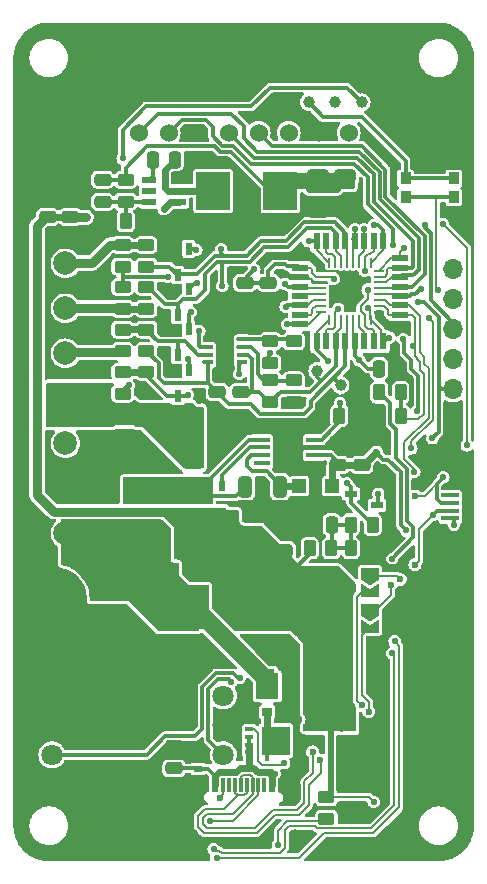
<source format=gbr>
%TF.GenerationSoftware,KiCad,Pcbnew,7.0.8*%
%TF.CreationDate,2023-10-25T09:11:50+02:00*%
%TF.ProjectId,AxxSolder,41787853-6f6c-4646-9572-2e6b69636164,rev?*%
%TF.SameCoordinates,Original*%
%TF.FileFunction,Copper,L2,Bot*%
%TF.FilePolarity,Positive*%
%FSLAX46Y46*%
G04 Gerber Fmt 4.6, Leading zero omitted, Abs format (unit mm)*
G04 Created by KiCad (PCBNEW 7.0.8) date 2023-10-25 09:11:50*
%MOMM*%
%LPD*%
G01*
G04 APERTURE LIST*
G04 Aperture macros list*
%AMRoundRect*
0 Rectangle with rounded corners*
0 $1 Rounding radius*
0 $2 $3 $4 $5 $6 $7 $8 $9 X,Y pos of 4 corners*
0 Add a 4 corners polygon primitive as box body*
4,1,4,$2,$3,$4,$5,$6,$7,$8,$9,$2,$3,0*
0 Add four circle primitives for the rounded corners*
1,1,$1+$1,$2,$3*
1,1,$1+$1,$4,$5*
1,1,$1+$1,$6,$7*
1,1,$1+$1,$8,$9*
0 Add four rect primitives between the rounded corners*
20,1,$1+$1,$2,$3,$4,$5,0*
20,1,$1+$1,$4,$5,$6,$7,0*
20,1,$1+$1,$6,$7,$8,$9,0*
20,1,$1+$1,$8,$9,$2,$3,0*%
%AMFreePoly0*
4,1,6,0.500000,-0.750000,-0.650000,-0.750000,-0.150000,0.000000,-0.650000,0.750000,0.500000,0.750000,0.500000,-0.750000,0.500000,-0.750000,$1*%
%AMFreePoly1*
4,1,6,1.000000,0.000000,0.500000,-0.750000,-0.500000,-0.750000,-0.500000,0.750000,0.500000,0.750000,1.000000,0.000000,1.000000,0.000000,$1*%
G04 Aperture macros list end*
%TA.AperFunction,SMDPad,CuDef*%
%ADD10FreePoly0,270.000000*%
%TD*%
%TA.AperFunction,SMDPad,CuDef*%
%ADD11FreePoly1,270.000000*%
%TD*%
%TA.AperFunction,SMDPad,CuDef*%
%ADD12C,1.000000*%
%TD*%
%TA.AperFunction,SMDPad,CuDef*%
%ADD13R,4.240000X3.810000*%
%TD*%
%TA.AperFunction,ComponentPad*%
%ADD14C,1.800000*%
%TD*%
%TA.AperFunction,ComponentPad*%
%ADD15O,3.600000X2.900000*%
%TD*%
%TA.AperFunction,ComponentPad*%
%ADD16C,1.000000*%
%TD*%
%TA.AperFunction,ComponentPad*%
%ADD17C,1.524000*%
%TD*%
%TA.AperFunction,ComponentPad*%
%ADD18C,5.400000*%
%TD*%
%TA.AperFunction,SMDPad,CuDef*%
%ADD19R,0.600000X1.050000*%
%TD*%
%TA.AperFunction,ComponentPad*%
%ADD20C,2.000000*%
%TD*%
%TA.AperFunction,SMDPad,CuDef*%
%ADD21R,1.450000X3.450000*%
%TD*%
%TA.AperFunction,SMDPad,CuDef*%
%ADD22RoundRect,0.250000X-0.450000X0.262500X-0.450000X-0.262500X0.450000X-0.262500X0.450000X0.262500X0*%
%TD*%
%TA.AperFunction,SMDPad,CuDef*%
%ADD23RoundRect,0.250000X0.475000X-0.250000X0.475000X0.250000X-0.475000X0.250000X-0.475000X-0.250000X0*%
%TD*%
%TA.AperFunction,SMDPad,CuDef*%
%ADD24R,0.500000X0.925000*%
%TD*%
%TA.AperFunction,SMDPad,CuDef*%
%ADD25R,0.600000X0.800000*%
%TD*%
%TA.AperFunction,SMDPad,CuDef*%
%ADD26R,4.410000X3.655000*%
%TD*%
%TA.AperFunction,SMDPad,CuDef*%
%ADD27RoundRect,0.250000X0.450000X-0.262500X0.450000X0.262500X-0.450000X0.262500X-0.450000X-0.262500X0*%
%TD*%
%TA.AperFunction,SMDPad,CuDef*%
%ADD28RoundRect,0.250000X0.250000X0.475000X-0.250000X0.475000X-0.250000X-0.475000X0.250000X-0.475000X0*%
%TD*%
%TA.AperFunction,SMDPad,CuDef*%
%ADD29R,0.850000X0.350000*%
%TD*%
%TA.AperFunction,SMDPad,CuDef*%
%ADD30R,1.300000X2.450000*%
%TD*%
%TA.AperFunction,SMDPad,CuDef*%
%ADD31R,0.800000X0.550000*%
%TD*%
%TA.AperFunction,SMDPad,CuDef*%
%ADD32R,2.850000X3.200000*%
%TD*%
%TA.AperFunction,SMDPad,CuDef*%
%ADD33R,1.500000X0.400000*%
%TD*%
%TA.AperFunction,ComponentPad*%
%ADD34O,2.800000X1.400000*%
%TD*%
%TA.AperFunction,SMDPad,CuDef*%
%ADD35RoundRect,0.250000X0.650000X-0.325000X0.650000X0.325000X-0.650000X0.325000X-0.650000X-0.325000X0*%
%TD*%
%TA.AperFunction,SMDPad,CuDef*%
%ADD36RoundRect,0.250000X-0.475000X0.250000X-0.475000X-0.250000X0.475000X-0.250000X0.475000X0.250000X0*%
%TD*%
%TA.AperFunction,SMDPad,CuDef*%
%ADD37RoundRect,0.250000X-0.262500X-0.450000X0.262500X-0.450000X0.262500X0.450000X-0.262500X0.450000X0*%
%TD*%
%TA.AperFunction,SMDPad,CuDef*%
%ADD38R,1.050000X0.600000*%
%TD*%
%TA.AperFunction,SMDPad,CuDef*%
%ADD39R,0.900000X1.000000*%
%TD*%
%TA.AperFunction,SMDPad,CuDef*%
%ADD40RoundRect,0.250000X0.262500X0.450000X-0.262500X0.450000X-0.262500X-0.450000X0.262500X-0.450000X0*%
%TD*%
%TA.AperFunction,SMDPad,CuDef*%
%ADD41R,1.300000X0.350000*%
%TD*%
%TA.AperFunction,SMDPad,CuDef*%
%ADD42R,1.930000X2.200000*%
%TD*%
%TA.AperFunction,SMDPad,CuDef*%
%ADD43R,0.860000X0.700000*%
%TD*%
%TA.AperFunction,ComponentPad*%
%ADD44R,1.700000X1.700000*%
%TD*%
%TA.AperFunction,ComponentPad*%
%ADD45O,1.700000X1.700000*%
%TD*%
%TA.AperFunction,SMDPad,CuDef*%
%ADD46R,0.600000X1.150000*%
%TD*%
%TA.AperFunction,SMDPad,CuDef*%
%ADD47R,0.300000X1.150000*%
%TD*%
%TA.AperFunction,ComponentPad*%
%ADD48O,1.050000X2.100000*%
%TD*%
%TA.AperFunction,ComponentPad*%
%ADD49O,1.000000X2.000000*%
%TD*%
%TA.AperFunction,SMDPad,CuDef*%
%ADD50R,1.250000X0.600000*%
%TD*%
%TA.AperFunction,SMDPad,CuDef*%
%ADD51R,1.200000X1.200000*%
%TD*%
%TA.AperFunction,SMDPad,CuDef*%
%ADD52R,1.425000X0.450000*%
%TD*%
%TA.AperFunction,SMDPad,CuDef*%
%ADD53R,1.680000X1.880000*%
%TD*%
%TA.AperFunction,SMDPad,CuDef*%
%ADD54RoundRect,0.250000X-0.325000X-0.650000X0.325000X-0.650000X0.325000X0.650000X-0.325000X0.650000X0*%
%TD*%
%TA.AperFunction,SMDPad,CuDef*%
%ADD55RoundRect,0.062500X0.062500X-0.375000X0.062500X0.375000X-0.062500X0.375000X-0.062500X-0.375000X0*%
%TD*%
%TA.AperFunction,SMDPad,CuDef*%
%ADD56RoundRect,0.062500X0.375000X-0.062500X0.375000X0.062500X-0.375000X0.062500X-0.375000X-0.062500X0*%
%TD*%
%TA.AperFunction,SMDPad,CuDef*%
%ADD57R,1.750000X1.750000*%
%TD*%
%TA.AperFunction,SMDPad,CuDef*%
%ADD58RoundRect,0.250000X-0.250000X-0.475000X0.250000X-0.475000X0.250000X0.475000X-0.250000X0.475000X0*%
%TD*%
%TA.AperFunction,SMDPad,CuDef*%
%ADD59R,0.750000X0.400000*%
%TD*%
%TA.AperFunction,SMDPad,CuDef*%
%ADD60R,0.400000X0.530000*%
%TD*%
%TA.AperFunction,SMDPad,CuDef*%
%ADD61R,2.400000X2.450000*%
%TD*%
%TA.AperFunction,SMDPad,CuDef*%
%ADD62R,4.150000X2.100000*%
%TD*%
%TA.AperFunction,SMDPad,CuDef*%
%ADD63R,0.600000X1.475000*%
%TD*%
%TA.AperFunction,SMDPad,CuDef*%
%ADD64R,1.475000X0.600000*%
%TD*%
%TA.AperFunction,ViaPad*%
%ADD65C,0.550000*%
%TD*%
%TA.AperFunction,ViaPad*%
%ADD66C,0.600000*%
%TD*%
%TA.AperFunction,Conductor*%
%ADD67C,0.200000*%
%TD*%
%TA.AperFunction,Conductor*%
%ADD68C,0.300000*%
%TD*%
%TA.AperFunction,Conductor*%
%ADD69C,0.250000*%
%TD*%
%TA.AperFunction,Conductor*%
%ADD70C,0.600000*%
%TD*%
%TA.AperFunction,Conductor*%
%ADD71C,0.500000*%
%TD*%
%TA.AperFunction,Conductor*%
%ADD72C,0.800000*%
%TD*%
%TA.AperFunction,Conductor*%
%ADD73C,1.500000*%
%TD*%
%TA.AperFunction,Conductor*%
%ADD74C,1.000000*%
%TD*%
G04 APERTURE END LIST*
D10*
%TO.P,JP2,2,B*%
%TO.N,Net-(J5-DN1)*%
X127200000Y-95100000D03*
D11*
%TO.P,JP2,1,A*%
%TO.N,/USB_DN*%
X127200000Y-93650000D03*
%TD*%
D10*
%TO.P,JP1,2,B*%
%TO.N,Net-(J5-DP1)*%
X127200000Y-98150000D03*
D11*
%TO.P,JP1,1,A*%
%TO.N,/USB_DP*%
X127200000Y-96700000D03*
%TD*%
D12*
%TO.P,TP6,1,1*%
%TO.N,/Current_1*%
X122725000Y-76475000D03*
%TD*%
%TO.P,TP5,1,1*%
%TO.N,/Thermocouple_1*%
X124700000Y-77700000D03*
%TD*%
D13*
%TO.P,F2,1,1*%
%TO.N,VDD*%
X117790000Y-96500000D03*
%TO.P,F2,2,2*%
%TO.N,/VDD_IN*%
X111410000Y-96500000D03*
%TD*%
D14*
%TO.P,U1,1,1*%
%TO.N,/ENC_Button*%
X100275000Y-109000000D03*
%TO.P,U1,2,2*%
%TO.N,GND*%
X100275000Y-104000000D03*
%TO.P,U1,3,3*%
%TO.N,/ENC_B*%
X114775000Y-109000000D03*
D15*
%TO.P,U1,4,4*%
%TO.N,GND*%
X107275000Y-112200000D03*
D14*
X114775000Y-106500000D03*
D15*
X107275000Y-100800000D03*
D14*
%TO.P,U1,5,5*%
%TO.N,/ENC_A*%
X114775000Y-104000000D03*
%TD*%
D16*
%TO.P,TP3,1,1*%
%TO.N,GND*%
X119750000Y-53750000D03*
%TD*%
D17*
%TO.P,D4,1,VCC*%
%TO.N,+5V*%
X125390000Y-56320000D03*
D18*
%TO.P,D4,2,GND*%
%TO.N,GND*%
X132500000Y-95820000D03*
X132500000Y-56320000D03*
D17*
X122850000Y-56320000D03*
D18*
X100500000Y-95820000D03*
X100500000Y-56320000D03*
D17*
%TO.P,D4,3,NC*%
%TO.N,unconnected-(D4-NC-Pad3)*%
X120310000Y-56320000D03*
%TO.P,D4,4,DIN*%
%TO.N,/SPI_MOSI*%
X117770000Y-56320000D03*
%TO.P,D4,5,CLK*%
%TO.N,/SPI_SCK*%
X115230000Y-56320000D03*
%TO.P,D4,6,CS*%
%TO.N,GND*%
X112690000Y-56320000D03*
%TO.P,D4,7,DC*%
%TO.N,/SPI_DC*%
X110150000Y-56320000D03*
%TO.P,D4,8,RST*%
%TO.N,/SPI_RST*%
X107610000Y-56320000D03*
%TD*%
D19*
%TO.P,D3,1,A*%
%TO.N,GND*%
X109950000Y-69525000D03*
%TO.P,D3,2,K*%
%TO.N,+3.3V*%
X111850000Y-69525000D03*
%TO.P,D3,3,common*%
%TO.N,/Handle_inp*%
X110900000Y-71725000D03*
%TD*%
D20*
%TO.P,J1,1,Pin_1*%
%TO.N,/Stand_sense*%
X101400000Y-67370000D03*
%TO.P,J1,2,Pin_2*%
%TO.N,/Handle_sense*%
X101400000Y-71180000D03*
%TO.P,J1,3,Pin_3*%
%TO.N,/GREEN*%
X101400000Y-74990000D03*
%TO.P,J1,4,Pin_4*%
%TO.N,/BLUE*%
X101400000Y-78800000D03*
%TO.P,J1,5,Pin_5*%
%TO.N,/RED*%
X101400000Y-82610000D03*
%TO.P,J1,6,Pin_6*%
%TO.N,GND*%
X101400000Y-86420000D03*
%TO.P,J1,7,Pin_7*%
%TO.N,/VDD_IN*%
X101400000Y-90230000D03*
%TD*%
D21*
%TO.P,R10,1*%
%TO.N,/BLUE*%
X112200000Y-83100000D03*
%TO.P,R10,2*%
%TO.N,GND*%
X106400000Y-83100000D03*
%TD*%
D22*
%TO.P,R28,1*%
%TO.N,+5V*%
X106500000Y-60337500D03*
%TO.P,R28,2*%
%TO.N,Net-(IC6-FB)*%
X106500000Y-62162500D03*
%TD*%
D23*
%TO.P,C1,1*%
%TO.N,+5V*%
X126500000Y-84450000D03*
%TO.P,C1,2*%
%TO.N,GND*%
X126500000Y-82550000D03*
%TD*%
D12*
%TO.P,TP6,1,1*%
%TO.N,/Current_1*%
X122725000Y-76475000D03*
%TD*%
D24*
%TO.P,U2,1,S*%
%TO.N,/RED*%
X110895000Y-86272500D03*
X112165000Y-86272500D03*
X113435000Y-86272500D03*
%TO.P,U2,9,G*%
%TO.N,Net-(IC1-TG)*%
X114705000Y-86272500D03*
D25*
%TO.P,U2,10,D*%
%TO.N,VDD*%
X110895000Y-92062500D03*
X112165000Y-92062500D03*
D26*
X112800000Y-89837500D03*
D25*
X113435000Y-92062500D03*
X114705000Y-92062500D03*
%TD*%
D22*
%TO.P,R6,1*%
%TO.N,/Handle_inp*%
X108250000Y-69387500D03*
%TO.P,R6,2*%
%TO.N,/Handle_sense*%
X108250000Y-71212500D03*
%TD*%
%TO.P,R21,1*%
%TO.N,Net-(D6-common)*%
X108250000Y-76587500D03*
%TO.P,R21,2*%
%TO.N,GND*%
X108250000Y-78412500D03*
%TD*%
D27*
%TO.P,R19,1*%
%TO.N,/GREEN*%
X106250000Y-74812500D03*
%TO.P,R19,2*%
%TO.N,Net-(D5-common)*%
X106250000Y-72987500D03*
%TD*%
D28*
%TO.P,C3,1*%
%TO.N,Net-(C3-Pad1)*%
X123950000Y-89500000D03*
%TO.P,C3,2*%
%TO.N,GND*%
X122050000Y-89500000D03*
%TD*%
D29*
%TO.P,IC4,1,OUT_A*%
%TO.N,/Thermocouple_1*%
X113475000Y-75775000D03*
%TO.P,IC4,2,-IN_A*%
%TO.N,Net-(D5-common)*%
X113475000Y-75125000D03*
%TO.P,IC4,3,+IN_A*%
%TO.N,Net-(D6-common)*%
X113475000Y-74475000D03*
%TO.P,IC4,4,V-*%
%TO.N,GND*%
X113475000Y-73825000D03*
%TO.P,IC4,5,+IN_B*%
%TO.N,Net-(IC4-+IN_B)*%
X116375000Y-73825000D03*
%TO.P,IC4,6,-IN_B*%
%TO.N,Net-(IC4--IN_B)*%
X116375000Y-74475000D03*
%TO.P,IC4,7,OUT_B*%
%TO.N,/Current_1*%
X116375000Y-75125000D03*
%TO.P,IC4,8,V+*%
%TO.N,+3.3V*%
X116375000Y-75775000D03*
D30*
%TO.P,IC4,9,EP*%
%TO.N,GND*%
X114925000Y-74800000D03*
%TD*%
D31*
%TO.P,D8,1,K*%
%TO.N,/VBUS*%
X112650000Y-110175000D03*
%TO.P,D8,2,A*%
%TO.N,GND*%
X112650000Y-108925000D03*
%TD*%
D32*
%TO.P,L1,1*%
%TO.N,Net-(IC6-SW)*%
X113900000Y-61250000D03*
%TO.P,L1,2*%
%TO.N,+5V*%
X119600000Y-61250000D03*
%TD*%
D33*
%TO.P,J2,1,VBUS*%
%TO.N,/V_BUS*%
X133990000Y-88975000D03*
%TO.P,J2,2,D-*%
%TO.N,/USB_DN*%
X133990000Y-88325000D03*
%TO.P,J2,3,D+*%
%TO.N,/USB_DP*%
X133990000Y-87675000D03*
%TO.P,J2,4,ID*%
%TO.N,unconnected-(J2-ID-Pad4)*%
X133990000Y-87025000D03*
%TO.P,J2,5,GND*%
%TO.N,GND*%
X133990000Y-86375000D03*
D34*
%TO.P,J2,6,Shield*%
X133100000Y-91250000D03*
X133100000Y-84100000D03*
%TD*%
D35*
%TO.P,C17,1*%
%TO.N,VDD*%
X119750000Y-91725000D03*
%TO.P,C17,2*%
%TO.N,GND*%
X119750000Y-88775000D03*
%TD*%
D27*
%TO.P,R20,1*%
%TO.N,/RED*%
X106250000Y-78412500D03*
%TO.P,R20,2*%
%TO.N,Net-(D6-common)*%
X106250000Y-76587500D03*
%TD*%
D36*
%TO.P,C14,1*%
%TO.N,GND*%
X99900000Y-61550000D03*
%TO.P,C14,2*%
%TO.N,VDD*%
X99900000Y-63450000D03*
%TD*%
%TO.P,C16,1*%
%TO.N,/Current_1*%
X116300000Y-78300000D03*
%TO.P,C16,2*%
%TO.N,GND*%
X116300000Y-80200000D03*
%TD*%
D37*
%TO.P,R2,1*%
%TO.N,VDD*%
X122087500Y-91500000D03*
%TO.P,R2,2*%
%TO.N,Net-(C3-Pad1)*%
X123912500Y-91500000D03*
%TD*%
%TO.P,R3,1*%
%TO.N,Net-(C3-Pad1)*%
X125587500Y-91500000D03*
%TO.P,R3,2*%
%TO.N,GND*%
X127412500Y-91500000D03*
%TD*%
D38*
%TO.P,D12,1,A*%
%TO.N,GND*%
X127800000Y-85950000D03*
%TO.P,D12,2,K*%
%TO.N,+3.3V*%
X127800000Y-87850000D03*
%TO.P,D12,3,common*%
%TO.N,/Busvoltage*%
X125600000Y-86900000D03*
%TD*%
D19*
%TO.P,D1,1,A*%
%TO.N,GND*%
X109950000Y-66150000D03*
%TO.P,D1,2,K*%
%TO.N,+3.3V*%
X111850000Y-66150000D03*
%TO.P,D1,3,common*%
%TO.N,/Stand_inp*%
X110900000Y-68350000D03*
%TD*%
D27*
%TO.P,R8,1*%
%TO.N,+3.3V*%
X106250000Y-67662500D03*
%TO.P,R8,2*%
%TO.N,/Stand_sense*%
X106250000Y-65837500D03*
%TD*%
D35*
%TO.P,C18,1*%
%TO.N,VDD*%
X117250000Y-91725000D03*
%TO.P,C18,2*%
%TO.N,GND*%
X117250000Y-88775000D03*
%TD*%
D27*
%TO.P,R22,1*%
%TO.N,/Thermocouple_1*%
X108250000Y-74812500D03*
%TO.P,R22,2*%
%TO.N,Net-(D5-common)*%
X108250000Y-72987500D03*
%TD*%
D39*
%TO.P,S2,1*%
%TO.N,+3.3V*%
X134300000Y-60200000D03*
X130200000Y-60200000D03*
%TO.P,S2,2*%
%TO.N,/Buzzer*%
X134300000Y-61800000D03*
X130200000Y-61800000D03*
%TD*%
D40*
%TO.P,R29,1*%
%TO.N,Net-(IC6-FB)*%
X106512500Y-63800000D03*
%TO.P,R29,2*%
%TO.N,GND*%
X104687500Y-63800000D03*
%TD*%
D37*
%TO.P,R14,1*%
%TO.N,GND*%
X127962500Y-80300000D03*
%TO.P,R14,2*%
%TO.N,/Buzzer*%
X129787500Y-80300000D03*
%TD*%
D27*
%TO.P,R26,1*%
%TO.N,GND*%
X120750000Y-79125000D03*
%TO.P,R26,2*%
%TO.N,Net-(IC4--IN_B)*%
X120750000Y-77300000D03*
%TD*%
D16*
%TO.P,TP9,1,1*%
%TO.N,+3.3V*%
X122000000Y-53750000D03*
%TD*%
D22*
%TO.P,R23,1*%
%TO.N,Net-(IC4-+IN_B)*%
X120750000Y-73987500D03*
%TO.P,R23,2*%
%TO.N,GND*%
X120750000Y-75812500D03*
%TD*%
D27*
%TO.P,R5,1*%
%TO.N,/Stand_inp*%
X108250000Y-67662500D03*
%TO.P,R5,2*%
%TO.N,/Stand_sense*%
X108250000Y-65837500D03*
%TD*%
D36*
%TO.P,C11,1*%
%TO.N,+3.3V*%
X118600000Y-69050000D03*
%TO.P,C11,2*%
%TO.N,GND*%
X118600000Y-70950000D03*
%TD*%
D37*
%TO.P,R18,1*%
%TO.N,/Heater_1*%
X124587500Y-80300000D03*
%TO.P,R18,2*%
%TO.N,GND*%
X126412500Y-80300000D03*
%TD*%
D12*
%TO.P,TP5,1,1*%
%TO.N,/Thermocouple_1*%
X124700000Y-77700000D03*
%TD*%
D41*
%TO.P,D13,1,K*%
%TO.N,/VDD_IN*%
X118500000Y-101925000D03*
D42*
X118500000Y-103200000D03*
D43*
%TO.P,D13,2,A*%
%TO.N,Net-(D13-A)*%
X118500000Y-105360000D03*
%TD*%
D27*
%TO.P,R35,1*%
%TO.N,Net-(IC7-DISCH)*%
X123500000Y-114412500D03*
%TO.P,R35,2*%
%TO.N,VDD*%
X123500000Y-112587500D03*
%TD*%
D44*
%TO.P,J6,1,Pin_1*%
%TO.N,GND*%
X134200000Y-80600000D03*
D45*
%TO.P,J6,2,Pin_2*%
%TO.N,+3.3V*%
X134200000Y-78060000D03*
%TO.P,J6,3,Pin_3*%
%TO.N,/NRST*%
X134200000Y-75520000D03*
%TO.P,J6,4,Pin_4*%
%TO.N,/SWCLK*%
X134200000Y-72980000D03*
%TO.P,J6,5,Pin_5*%
%TO.N,/SWDIO*%
X134200000Y-70440000D03*
%TO.P,J6,6,Pin_6*%
%TO.N,/MCU_TX*%
X134200000Y-67900000D03*
%TD*%
D46*
%TO.P,J5,A1_B12,GND*%
%TO.N,GND*%
X119700000Y-111545000D03*
%TO.P,J5,A4_B9,VBUS*%
%TO.N,/VBUS*%
X118900000Y-111545000D03*
D47*
%TO.P,J5,A5,CC1*%
%TO.N,Net-(D10-CATHODE_2)*%
X117750000Y-111545000D03*
%TO.P,J5,A6,DP1*%
%TO.N,Net-(J5-DP1)*%
X116750000Y-111545000D03*
%TO.P,J5,A7,DN1*%
%TO.N,Net-(J5-DN1)*%
X116250000Y-111545000D03*
%TO.P,J5,A8,SBU1*%
%TO.N,unconnected-(J5-SBU1-PadA8)*%
X115250000Y-111545000D03*
D46*
%TO.P,J5,B1_A12,GND*%
%TO.N,GND*%
X113300000Y-111545000D03*
%TO.P,J5,B4_A9,VBUS*%
%TO.N,/VBUS*%
X114100000Y-111545000D03*
D47*
%TO.P,J5,B5,CC2*%
%TO.N,Net-(D10-CATHODE_1)*%
X114750000Y-111545000D03*
%TO.P,J5,B6,DP2*%
%TO.N,Net-(J5-DP1)*%
X115750000Y-111545000D03*
%TO.P,J5,B7,DN2*%
%TO.N,Net-(J5-DN1)*%
X117250000Y-111545000D03*
%TO.P,J5,B8,SBU2*%
%TO.N,unconnected-(J5-SBU2-PadB8)*%
X118250000Y-111545000D03*
D48*
%TO.P,J5,S1,SHELL_GND*%
%TO.N,GND*%
X120820000Y-112120000D03*
D49*
%TO.P,J5,S2,SHELL_GND*%
X120820000Y-116300000D03*
%TO.P,J5,S3,SHELL_GND*%
X112180000Y-116300000D03*
D48*
%TO.P,J5,S4,SHELL_GND*%
X112180000Y-112120000D03*
%TD*%
D16*
%TO.P,TP7,1,1*%
%TO.N,+5V*%
X124250000Y-53750000D03*
%TD*%
D35*
%TO.P,C27,1*%
%TO.N,GND*%
X125100000Y-62975000D03*
%TO.P,C27,2*%
%TO.N,+5V*%
X125100000Y-60025000D03*
%TD*%
D50*
%TO.P,IC6,1,GND*%
%TO.N,GND*%
X111000000Y-60300000D03*
%TO.P,IC6,2,SW*%
%TO.N,Net-(IC6-SW)*%
X111000000Y-61250000D03*
%TO.P,IC6,3,VIN*%
%TO.N,VDD*%
X111000000Y-62200000D03*
%TO.P,IC6,4,FB*%
%TO.N,Net-(IC6-FB)*%
X108500000Y-62200000D03*
%TO.P,IC6,5,EN*%
%TO.N,unconnected-(IC6-EN-Pad5)*%
X108500000Y-61250000D03*
%TO.P,IC6,6,BOOT*%
%TO.N,Net-(IC6-BOOT)*%
X108500000Y-60300000D03*
%TD*%
D51*
%TO.P,D2,1*%
%TO.N,Net-(IC1-BOOST)*%
X121200000Y-86250000D03*
%TO.P,D2,2*%
%TO.N,+5V*%
X124000000Y-86250000D03*
%TD*%
D19*
%TO.P,D5,1,A*%
%TO.N,GND*%
X109950000Y-72925000D03*
%TO.P,D5,2,K*%
%TO.N,+3.3V*%
X111850000Y-72925000D03*
%TO.P,D5,3,common*%
%TO.N,Net-(D5-common)*%
X110900000Y-75125000D03*
%TD*%
D52*
%TO.P,IC1,1,INP*%
%TO.N,/Heater_1*%
X122462000Y-82325000D03*
%TO.P,IC1,2,GND_1*%
%TO.N,GND*%
X122462000Y-82975000D03*
%TO.P,IC1,3,VCC*%
%TO.N,+5V*%
X122462000Y-83625000D03*
%TO.P,IC1,4,GND_2*%
%TO.N,GND*%
X122462000Y-84275000D03*
%TO.P,IC1,5,NC*%
%TO.N,unconnected-(IC1-NC-Pad5)*%
X118038000Y-84275000D03*
%TO.P,IC1,6,BOOST*%
%TO.N,Net-(IC1-BOOST)*%
X118038000Y-83625000D03*
%TO.P,IC1,7,TG*%
%TO.N,Net-(IC1-TG)*%
X118038000Y-82975000D03*
%TO.P,IC1,8,TS*%
%TO.N,/RED*%
X118038000Y-82325000D03*
D53*
%TO.P,IC1,9,EP*%
%TO.N,GND*%
X120250000Y-83300000D03*
%TD*%
D54*
%TO.P,C4,1*%
%TO.N,/RED*%
X116625000Y-86300000D03*
%TO.P,C4,2*%
%TO.N,Net-(IC1-BOOST)*%
X119575000Y-86300000D03*
%TD*%
D22*
%TO.P,R24,1*%
%TO.N,Net-(IC4--IN_B)*%
X118750000Y-77300000D03*
%TO.P,R24,2*%
%TO.N,/Current_1*%
X118750000Y-79125000D03*
%TD*%
D55*
%TO.P,IC5,1,VDD_1*%
%TO.N,+3.3V*%
X127250000Y-72187500D03*
%TO.P,IC5,2,PF0-OSC_IN*%
%TO.N,/SPI_DC*%
X126750000Y-72187500D03*
%TO.P,IC5,3,PF1-OSC_OUT*%
%TO.N,/Identification_inp*%
X126250000Y-72187500D03*
%TO.P,IC5,4,PG10-NRST*%
%TO.N,/NRST*%
X125750000Y-72187500D03*
%TO.P,IC5,5,PA0*%
%TO.N,/Thermocouple_1*%
X125250000Y-72187500D03*
%TO.P,IC5,6,PA1*%
%TO.N,/Current_1*%
X124750000Y-72187500D03*
%TO.P,IC5,7,PA2*%
%TO.N,/MCU_TX*%
X124250000Y-72187500D03*
%TO.P,IC5,8,PA3*%
%TO.N,/Heater_1*%
X123750000Y-72187500D03*
D56*
%TO.P,IC5,9,PA4*%
%TO.N,/ENC_A*%
X123062500Y-71500000D03*
%TO.P,IC5,10,PA5*%
%TO.N,/Thermocouple_2*%
X123062500Y-71000000D03*
%TO.P,IC5,11,PA6*%
%TO.N,/ENC_B*%
X123062500Y-70500000D03*
%TO.P,IC5,12,PA7*%
%TO.N,/Current_2*%
X123062500Y-70000000D03*
%TO.P,IC5,13,PB0*%
%TO.N,/Busvoltage*%
X123062500Y-69500000D03*
%TO.P,IC5,14,VSSA*%
%TO.N,GND*%
X123062500Y-69000000D03*
%TO.P,IC5,15,VDDA*%
%TO.N,+3.3V*%
X123062500Y-68500000D03*
%TO.P,IC5,16,VSS_1*%
%TO.N,GND*%
X123062500Y-68000000D03*
D55*
%TO.P,IC5,17,VDD_2*%
%TO.N,+3.3V*%
X123750000Y-67312500D03*
%TO.P,IC5,18,PA8*%
%TO.N,/HEATER_2*%
X124250000Y-67312500D03*
%TO.P,IC5,19,PA9*%
%TO.N,/Handle_inp*%
X124750000Y-67312500D03*
%TO.P,IC5,20,PA10*%
%TO.N,/Stand_inp*%
X125250000Y-67312500D03*
%TO.P,IC5,21,PA11*%
%TO.N,/USB_D-*%
X125750000Y-67312500D03*
%TO.P,IC5,22,PA12*%
%TO.N,/USB_D+*%
X126250000Y-67312500D03*
%TO.P,IC5,23,PA13*%
%TO.N,/SWDIO*%
X126750000Y-67312500D03*
%TO.P,IC5,24,PA14*%
%TO.N,/SWCLK*%
X127250000Y-67312500D03*
D56*
%TO.P,IC5,25,PA15*%
%TO.N,/SCL*%
X127937500Y-68000000D03*
%TO.P,IC5,26,PB3*%
%TO.N,/SPI_SCK*%
X127937500Y-68500000D03*
%TO.P,IC5,27,PB4*%
%TO.N,/SPI_RST*%
X127937500Y-69000000D03*
%TO.P,IC5,28,PB5*%
%TO.N,/SPI_MOSI*%
X127937500Y-69500000D03*
%TO.P,IC5,29,PB6*%
%TO.N,/ENC_Button*%
X127937500Y-70000000D03*
%TO.P,IC5,30,PB7*%
%TO.N,/SDA*%
X127937500Y-70500000D03*
%TO.P,IC5,31,PB8-BOOT0*%
%TO.N,/Buzzer*%
X127937500Y-71000000D03*
%TO.P,IC5,32,VSS_2*%
%TO.N,GND*%
X127937500Y-71500000D03*
D57*
X125500000Y-69750000D03*
%TD*%
D36*
%TO.P,C5,1*%
%TO.N,GND*%
X110600000Y-108250000D03*
%TO.P,C5,2*%
%TO.N,/VBUS*%
X110600000Y-110150000D03*
%TD*%
D28*
%TO.P,C7,1*%
%TO.N,GND*%
X129850000Y-76300000D03*
%TO.P,C7,2*%
%TO.N,/NRST*%
X127950000Y-76300000D03*
%TD*%
D22*
%TO.P,R9,1*%
%TO.N,+3.3V*%
X106250000Y-69387500D03*
%TO.P,R9,2*%
%TO.N,/Handle_sense*%
X106250000Y-71212500D03*
%TD*%
D35*
%TO.P,C25,1*%
%TO.N,GND*%
X122800000Y-62975000D03*
%TO.P,C25,2*%
%TO.N,+5V*%
X122800000Y-60025000D03*
%TD*%
D16*
%TO.P,TP8,1,1*%
%TO.N,VDD*%
X126500000Y-53750000D03*
%TD*%
D36*
%TO.P,C21,1*%
%TO.N,GND*%
X101800000Y-61550000D03*
%TO.P,C21,2*%
%TO.N,VDD*%
X101800000Y-63450000D03*
%TD*%
D40*
%TO.P,R15,1*%
%TO.N,/Buzzer*%
X129812500Y-78300000D03*
%TO.P,R15,2*%
%TO.N,Net-(Q2-Pad1)*%
X127987500Y-78300000D03*
%TD*%
D37*
%TO.P,R1,1*%
%TO.N,Net-(C3-Pad1)*%
X125587500Y-89500000D03*
%TO.P,R1,2*%
%TO.N,/Busvoltage*%
X127412500Y-89500000D03*
%TD*%
D22*
%TO.P,R25,1*%
%TO.N,Net-(IC4-+IN_B)*%
X118750000Y-73987500D03*
%TO.P,R25,2*%
%TO.N,/BLUE*%
X118750000Y-75812500D03*
%TD*%
D36*
%TO.P,C12,1*%
%TO.N,+3.3V*%
X116600000Y-69050000D03*
%TO.P,C12,2*%
%TO.N,GND*%
X116600000Y-70950000D03*
%TD*%
D58*
%TO.P,C24,1*%
%TO.N,Net-(IC6-BOOT)*%
X108800000Y-58600000D03*
%TO.P,C24,2*%
%TO.N,Net-(IC6-SW)*%
X110700000Y-58600000D03*
%TD*%
D59*
%TO.P,Q1,1,S_1*%
%TO.N,/VBUS*%
X116975000Y-108775000D03*
%TO.P,Q1,2,S_2*%
X116975000Y-108125000D03*
%TO.P,Q1,3,S_3*%
X116975000Y-107475000D03*
%TO.P,Q1,4,G*%
%TO.N,/USB_PD_GATE*%
X116975000Y-106825000D03*
D60*
%TO.P,Q1,5,D*%
%TO.N,Net-(D13-A)*%
X118500000Y-109290000D03*
D61*
X119200000Y-107800000D03*
D60*
X118500000Y-106310000D03*
%TD*%
D23*
%TO.P,C2,1*%
%TO.N,+5V*%
X124500000Y-84450000D03*
%TO.P,C2,2*%
%TO.N,GND*%
X124500000Y-82550000D03*
%TD*%
D62*
%TO.P,C23,1*%
%TO.N,VDD*%
X123950000Y-106000000D03*
%TO.P,C23,2*%
%TO.N,GND*%
X132450000Y-106000000D03*
%TD*%
D19*
%TO.P,D6,1,A*%
%TO.N,GND*%
X109950000Y-76375000D03*
%TO.P,D6,2,K*%
%TO.N,+3.3V*%
X111850000Y-76375000D03*
%TO.P,D6,3,common*%
%TO.N,Net-(D6-common)*%
X110900000Y-78575000D03*
%TD*%
D23*
%TO.P,C26,1*%
%TO.N,Net-(IC6-FB)*%
X104550000Y-62200000D03*
%TO.P,C26,2*%
%TO.N,+5V*%
X104550000Y-60300000D03*
%TD*%
D36*
%TO.P,C15,1*%
%TO.N,/Thermocouple_1*%
X114250000Y-78300000D03*
%TO.P,C15,2*%
%TO.N,GND*%
X114250000Y-80200000D03*
%TD*%
D63*
%TO.P,IC2,1,VDD_1*%
%TO.N,+3.3V*%
X128300000Y-73988000D03*
%TO.P,IC2,2,PF0-OSC_IN*%
%TO.N,/SPI_DC*%
X127500000Y-73988000D03*
%TO.P,IC2,3,PF1-OSC_OUT*%
%TO.N,/Identification_inp*%
X126700000Y-73988000D03*
%TO.P,IC2,4,PG10-NRST*%
%TO.N,/NRST*%
X125900000Y-73988000D03*
%TO.P,IC2,5,PA0*%
%TO.N,/Thermocouple_1*%
X125100000Y-73988000D03*
%TO.P,IC2,6,PA1*%
%TO.N,/Current_1*%
X124300000Y-73988000D03*
%TO.P,IC2,7,PA2*%
%TO.N,/MCU_TX*%
X123500000Y-73988000D03*
%TO.P,IC2,8,PA3*%
%TO.N,/Heater_1*%
X122700000Y-73988000D03*
D64*
%TO.P,IC2,9,PA4*%
%TO.N,/ENC_A*%
X121262000Y-72550000D03*
%TO.P,IC2,10,PA5*%
%TO.N,/Thermocouple_2*%
X121262000Y-71750000D03*
%TO.P,IC2,11,PA6*%
%TO.N,/ENC_B*%
X121262000Y-70950000D03*
%TO.P,IC2,12,PA7*%
%TO.N,/Current_2*%
X121262000Y-70150000D03*
%TO.P,IC2,13,PB0*%
%TO.N,/Busvoltage*%
X121262000Y-69350000D03*
%TO.P,IC2,14,VSSA*%
%TO.N,GND*%
X121262000Y-68550000D03*
%TO.P,IC2,15,VDDA*%
%TO.N,+3.3V*%
X121262000Y-67750000D03*
%TO.P,IC2,16,VSS_1*%
%TO.N,GND*%
X121262000Y-66950000D03*
D63*
%TO.P,IC2,17,VDD_2*%
%TO.N,+3.3V*%
X122700000Y-65512000D03*
%TO.P,IC2,18,PA8*%
%TO.N,/HEATER_2*%
X123500000Y-65512000D03*
%TO.P,IC2,19,PA9*%
%TO.N,/Handle_inp*%
X124300000Y-65512000D03*
%TO.P,IC2,20,PA10*%
%TO.N,/Stand_inp*%
X125100000Y-65512000D03*
%TO.P,IC2,21,PA11*%
%TO.N,/USB_D-*%
X125900000Y-65512000D03*
%TO.P,IC2,22,PA12*%
%TO.N,/USB_D+*%
X126700000Y-65512000D03*
%TO.P,IC2,23,PA13*%
%TO.N,/SWDIO*%
X127500000Y-65512000D03*
%TO.P,IC2,24,PA14*%
%TO.N,/SWCLK*%
X128300000Y-65512000D03*
D64*
%TO.P,IC2,25,PA15*%
%TO.N,/SCL*%
X129738000Y-66950000D03*
%TO.P,IC2,26,PB3*%
%TO.N,/SPI_SCK*%
X129738000Y-67750000D03*
%TO.P,IC2,27,PB4*%
%TO.N,/SPI_RST*%
X129738000Y-68550000D03*
%TO.P,IC2,28,PB5*%
%TO.N,/SPI_MOSI*%
X129738000Y-69350000D03*
%TO.P,IC2,29,PB6*%
%TO.N,/ENC_Button*%
X129738000Y-70150000D03*
%TO.P,IC2,30,PB7*%
%TO.N,/SDA*%
X129738000Y-70950000D03*
%TO.P,IC2,31,PB8-BOOT0*%
%TO.N,/Buzzer*%
X129738000Y-71750000D03*
%TO.P,IC2,32,VSS_2*%
%TO.N,GND*%
X129738000Y-72550000D03*
%TD*%
D65*
%TO.N,GND*%
X109849808Y-100000000D03*
X111349808Y-100000000D03*
X110599808Y-100000000D03*
X104900000Y-112200000D03*
X104900000Y-111450000D03*
X104900000Y-112950000D03*
D66*
X127900000Y-100300000D03*
X125300000Y-92900000D03*
%TO.N,/USB_DN*%
X130998911Y-92898911D03*
X129748911Y-94148911D03*
%TO.N,/USB_DP*%
X131033530Y-87088815D03*
X128955011Y-94594989D03*
%TO.N,Net-(J5-DP1)*%
X122949500Y-109450000D03*
X127093136Y-105337127D03*
%TO.N,Net-(J5-DN1)*%
X126501315Y-104799585D03*
X122350000Y-108750000D03*
D65*
%TO.N,+3.3V*%
X128829977Y-73670023D03*
X112500000Y-66250000D03*
X110100500Y-68500500D03*
X117400000Y-67900000D03*
X132476116Y-82191802D03*
X127031864Y-71206744D03*
X116126283Y-76755668D03*
X127883531Y-86883531D03*
X132476116Y-82191802D03*
X112000000Y-71500000D03*
X112505338Y-69009913D03*
X111799502Y-75500000D03*
X124104278Y-68699500D03*
X121988000Y-65512000D03*
X131250500Y-70662221D03*
%TO.N,/ENC_B*%
X120057030Y-71050500D03*
X115443373Y-102797596D03*
%TO.N,/ENC_A*%
X120198132Y-72552878D03*
%TO.N,/ENC_Button*%
X130000000Y-73800000D03*
X131472016Y-69572016D03*
X116182911Y-102452061D03*
X131175500Y-79867264D03*
%TO.N,/SWCLK*%
X131856271Y-64174998D03*
X127500000Y-64174998D03*
%TO.N,/SWDIO*%
X126750000Y-68000000D03*
%TO.N,+5V*%
X123600000Y-61100000D03*
X124400000Y-61100000D03*
X130250000Y-90000000D03*
X122800000Y-61100000D03*
X127725000Y-83391970D03*
X122000000Y-61100000D03*
%TO.N,/RED*%
X109500000Y-87500000D03*
X108000000Y-86750000D03*
X109500000Y-86000000D03*
X108750000Y-86750000D03*
X108750000Y-86000000D03*
X108750000Y-87500000D03*
X108000000Y-86000000D03*
X109500000Y-86750000D03*
X107250000Y-86750000D03*
X106750000Y-77699500D03*
X107250000Y-86000000D03*
X107250000Y-87500000D03*
X108000000Y-87500000D03*
%TO.N,Net-(Q2-Pad1)*%
X129051597Y-92418420D03*
%TO.N,/BLUE*%
X112750000Y-80250000D03*
X118750000Y-75000000D03*
%TO.N,/Stand_inp*%
X114600000Y-66200000D03*
%TO.N,/Handle_inp*%
X114700218Y-69300000D03*
%TO.N,/Busvoltage*%
X119989481Y-69120473D03*
X125250000Y-86000000D03*
%TO.N,Net-(D6-common)*%
X111750000Y-78500000D03*
X112749501Y-73117550D03*
%TO.N,/SPI_DC*%
X127000000Y-69600000D03*
X129109016Y-65824498D03*
%TO.N,/MCU_TX*%
X124499500Y-71230091D03*
%TO.N,/Buzzer*%
X130800500Y-74400000D03*
X132975000Y-69600000D03*
%TO.N,GND*%
X110950498Y-69474502D03*
X129200000Y-61000000D03*
X120500000Y-87750000D03*
X110550000Y-112200000D03*
X107500000Y-82250000D03*
X103250000Y-100000000D03*
X97900000Y-75875000D03*
X103400000Y-112200000D03*
X130675000Y-79200000D03*
X119000000Y-87750000D03*
X119601475Y-68198314D03*
X109850000Y-72125000D03*
X104150000Y-111450000D03*
X128000000Y-85000000D03*
X104000000Y-100000000D03*
X104150000Y-112950000D03*
X109849808Y-101484302D03*
X103250000Y-101500000D03*
X119500000Y-87750000D03*
X97900000Y-85250000D03*
X97900000Y-69625000D03*
X110550000Y-111450000D03*
X120250000Y-84000000D03*
X121597889Y-63026633D03*
X104750000Y-100000000D03*
X118500000Y-87750000D03*
X103500000Y-87250000D03*
X114400000Y-73300000D03*
X125700000Y-71100000D03*
X108000000Y-77699500D03*
X120700000Y-99420497D03*
X120700000Y-100100000D03*
X117200000Y-80600500D03*
X109800000Y-112200000D03*
X110599808Y-101484302D03*
X119950000Y-99420497D03*
X112750000Y-79000000D03*
X103400000Y-112950000D03*
X118050000Y-72550000D03*
X120250000Y-81250000D03*
X118000000Y-87750000D03*
X126800000Y-68800000D03*
X102750000Y-87250000D03*
X121526273Y-79286227D03*
X102750000Y-86500000D03*
X120000000Y-87750000D03*
X115750000Y-66000000D03*
X121200000Y-106000000D03*
X111349808Y-101484302D03*
X109800000Y-111450000D03*
X104000000Y-100750000D03*
X118779727Y-66749500D03*
X125600000Y-68400000D03*
X97900000Y-82125000D03*
X103500000Y-86500000D03*
X103250000Y-100750000D03*
X120250000Y-82500000D03*
X119950000Y-100101670D03*
X102750000Y-85750000D03*
X115350500Y-73332591D03*
X119225498Y-64750500D03*
X97900000Y-72750000D03*
X104750000Y-100750000D03*
X129900000Y-77062500D03*
X103400000Y-111450000D03*
X111000000Y-59839945D03*
X109849808Y-100734302D03*
X128650000Y-72550000D03*
X128000000Y-81400000D03*
X117500000Y-87750000D03*
X121000000Y-87750000D03*
X109900000Y-74974500D03*
X104150000Y-112200000D03*
X130562500Y-77062500D03*
X114500000Y-83000000D03*
X128575385Y-81982539D03*
X104250000Y-85750000D03*
X115700000Y-81400000D03*
X119750000Y-75000000D03*
X104750000Y-101500000D03*
X104250000Y-87250000D03*
X105000000Y-87250000D03*
X111349808Y-100734302D03*
X103500000Y-85750000D03*
X97900000Y-79000000D03*
X97900000Y-66500000D03*
X104250000Y-86500000D03*
X110599808Y-100734302D03*
X119700000Y-111545000D03*
X104000000Y-101500000D03*
%TO.N,VDD*%
X109750000Y-62750000D03*
X106250000Y-58499500D03*
X127508544Y-112983642D03*
X103150000Y-63500000D03*
%TO.N,/Heater_1*%
X124649500Y-79200000D03*
X123649500Y-75649608D03*
%TO.N,/NRST*%
X126300000Y-75600000D03*
%TO.N,/USB_D-*%
X125900000Y-64500000D03*
X135399500Y-82800000D03*
X133371134Y-64028866D03*
%TO.N,/USB_D+*%
X126700000Y-64500000D03*
%TO.N,/VBUS*%
X114100000Y-110762892D03*
X119117564Y-110588711D03*
D66*
%TO.N,Net-(D10-CATHODE_1)*%
X114473221Y-112623221D03*
D65*
%TO.N,Net-(D10-CATHODE_2)*%
X113625500Y-114601232D03*
%TO.N,/SCL*%
X130699500Y-83049179D03*
X130100000Y-66100000D03*
X132203234Y-72021766D03*
X129075500Y-100400000D03*
X113947915Y-116994162D03*
%TO.N,/SDA*%
X129275500Y-99400000D03*
X130949500Y-85046862D03*
X114200000Y-117700000D03*
%TO.N,Net-(IC7-DISCH)*%
X119390957Y-116645773D03*
%TO.N,/USB_PD_GATE*%
X119924500Y-109700000D03*
%TO.N,/V_BUS*%
X134300000Y-89500000D03*
%TO.N,/USB_DP*%
X133400000Y-85500000D03*
%TO.N,/USB_DN*%
X132525500Y-88695269D03*
%TD*%
D67*
%TO.N,VDD*%
X127508544Y-112983642D02*
X127112402Y-112587500D01*
X127112402Y-112587500D02*
X123500000Y-112587500D01*
%TO.N,Net-(J5-DP1)*%
X114795736Y-113600000D02*
X115975736Y-112420000D01*
X112650500Y-114183815D02*
X113234314Y-113600000D01*
X113234314Y-113600000D02*
X114795736Y-113600000D01*
X112650500Y-115114733D02*
X112650500Y-114183815D01*
X113111999Y-115576232D02*
X112650500Y-115114733D01*
X117639454Y-115576232D02*
X113111999Y-115576232D01*
X121200000Y-114050000D02*
X119165686Y-114050000D01*
X119165686Y-114050000D02*
X117639454Y-115576232D01*
X122045000Y-111545000D02*
X122045000Y-113204999D01*
X122045000Y-113204999D02*
X121200000Y-114050000D01*
X123050000Y-110540000D02*
X122045000Y-111545000D01*
X123050000Y-109550500D02*
X123050000Y-110540000D01*
X122949500Y-109450000D02*
X123050000Y-109550500D01*
D68*
%TO.N,/ENC_Button*%
X108276470Y-109000000D02*
X100275000Y-109000000D01*
X109876470Y-107400000D02*
X108276470Y-109000000D01*
X114147382Y-102100000D02*
X113000000Y-103247382D01*
X115628954Y-102100000D02*
X114147382Y-102100000D01*
X113000000Y-103247382D02*
X113000000Y-106800000D01*
X113000000Y-106800000D02*
X112400000Y-107400000D01*
X115981015Y-102452061D02*
X115628954Y-102100000D01*
X116182911Y-102452061D02*
X115981015Y-102452061D01*
X112400000Y-107400000D02*
X109876470Y-107400000D01*
D67*
%TO.N,/SCL*%
X114053753Y-117100000D02*
X113947915Y-116994162D01*
X114448529Y-117100000D02*
X114053753Y-117100000D01*
X120000000Y-116849903D02*
X119549903Y-117300000D01*
X114648529Y-117300000D02*
X114448529Y-117100000D01*
X120365686Y-115000000D02*
X120000000Y-115365686D01*
X119549903Y-117300000D02*
X114648529Y-117300000D01*
X122500000Y-115000000D02*
X120365686Y-115000000D01*
X120000000Y-115365686D02*
X120000000Y-116849903D01*
X127309314Y-115225000D02*
X122725000Y-115225000D01*
X129250000Y-113284314D02*
X127309314Y-115225000D01*
X129075500Y-100400000D02*
X129250000Y-100574500D01*
X129250000Y-100574500D02*
X129250000Y-113284314D01*
X122725000Y-115225000D02*
X122500000Y-115000000D01*
%TO.N,/SDA*%
X127475000Y-115625000D02*
X123275000Y-115625000D01*
X123275000Y-115625000D02*
X121200000Y-117700000D01*
X129275500Y-99400000D02*
X129650000Y-99774500D01*
X129650000Y-99774500D02*
X129650000Y-113450000D01*
X129650000Y-113450000D02*
X127475000Y-115625000D01*
X121200000Y-117700000D02*
X114200000Y-117700000D01*
D68*
%TO.N,GND*%
X98000000Y-93320000D02*
X100500000Y-95820000D01*
X98000000Y-63300000D02*
X98000000Y-93320000D01*
X99750000Y-61550000D02*
X98000000Y-63300000D01*
X101000000Y-61550000D02*
X99750000Y-61550000D01*
D67*
X100275000Y-96045000D02*
X100500000Y-95820000D01*
X100275000Y-104000000D02*
X100275000Y-96045000D01*
D69*
X100500000Y-98023802D02*
X100500000Y-97595943D01*
D67*
%TO.N,Net-(J5-DN1)*%
X117250000Y-112350000D02*
X117250000Y-111545000D01*
X115600000Y-114000000D02*
X117250000Y-112350000D01*
X113400000Y-114000000D02*
X115600000Y-114000000D01*
X113050500Y-114349500D02*
X113400000Y-114000000D01*
X113050500Y-114839405D02*
X113050500Y-114349500D01*
X113387327Y-115176232D02*
X113050500Y-114839405D01*
X119000000Y-113650000D02*
X117473768Y-115176232D01*
X121645000Y-113039314D02*
X121034314Y-113650000D01*
X121645000Y-111253706D02*
X121645000Y-113039314D01*
X121034314Y-113650000D02*
X119000000Y-113650000D01*
X117473768Y-115176232D02*
X113387327Y-115176232D01*
X122350000Y-108750000D02*
X122350000Y-110548706D01*
X122350000Y-110548706D02*
X121645000Y-111253706D01*
%TO.N,Net-(J5-DP1)*%
X127101315Y-105328948D02*
X127093136Y-105337127D01*
X127101315Y-104551056D02*
X127101315Y-105328948D01*
X126500000Y-103949741D02*
X127101315Y-104551056D01*
X127200000Y-98150000D02*
X126500000Y-98850000D01*
X126500000Y-98850000D02*
X126500000Y-103949741D01*
%TO.N,GND*%
X121200000Y-106000000D02*
X120820000Y-106380000D01*
X120820000Y-106380000D02*
X120820000Y-112120000D01*
D70*
%TO.N,/VBUS*%
X114412892Y-110450000D02*
X114100000Y-110762892D01*
X115847208Y-110450000D02*
X114412892Y-110450000D01*
X116227208Y-110070000D02*
X115847208Y-110450000D01*
X116750000Y-110070000D02*
X116227208Y-110070000D01*
D68*
%TO.N,Net-(Q2-Pad1)*%
X128925000Y-79237500D02*
X127987500Y-78300000D01*
X128925000Y-80998530D02*
X128925000Y-79237500D01*
X129375500Y-81449030D02*
X128925000Y-80998530D01*
X130300000Y-84800000D02*
X129375500Y-83875500D01*
X130300000Y-89166116D02*
X130300000Y-84800000D01*
X129051597Y-92418420D02*
X130875000Y-90595017D01*
X130875000Y-90595017D02*
X130875000Y-89741116D01*
X130875000Y-89741116D02*
X130300000Y-89166116D01*
X129375500Y-83875500D02*
X129375500Y-81449030D01*
%TO.N,GND*%
X128800000Y-93050000D02*
X127412500Y-91662500D01*
X130050000Y-93050000D02*
X128800000Y-93050000D01*
X127412500Y-91662500D02*
X127412500Y-91500000D01*
X132500000Y-95500000D02*
X130050000Y-93050000D01*
X132500000Y-95820000D02*
X132500000Y-95500000D01*
D67*
%TO.N,/USB_DN*%
X129450000Y-93850000D02*
X129748911Y-94148911D01*
X127600000Y-93850000D02*
X129450000Y-93850000D01*
X127100000Y-93350000D02*
X127600000Y-93850000D01*
%TO.N,Net-(J5-DN1)*%
X126100000Y-95600000D02*
X126600000Y-95100000D01*
X126100000Y-104398270D02*
X126100000Y-95600000D01*
X126501315Y-104799585D02*
X126100000Y-104398270D01*
X126600000Y-95100000D02*
X127200000Y-95100000D01*
%TO.N,/USB_DP*%
X128955011Y-95444989D02*
X128955011Y-94594989D01*
X127200000Y-96700000D02*
X127700000Y-96700000D01*
X127700000Y-96700000D02*
X128955011Y-95444989D01*
%TO.N,/USB_DN*%
X131325000Y-89895769D02*
X132525500Y-88695269D01*
X131325000Y-92572822D02*
X131325000Y-89895769D01*
X130998911Y-92898911D02*
X131325000Y-92572822D01*
%TO.N,/USB_DP*%
X131033530Y-87088815D02*
X131811185Y-87088815D01*
X131811185Y-87088815D02*
X133400000Y-85500000D01*
D68*
%TO.N,/USB_DN*%
X132895769Y-88325000D02*
X134240000Y-88325000D01*
X132525500Y-88695269D02*
X132895769Y-88325000D01*
D67*
%TO.N,VDD*%
X123850000Y-106100000D02*
X123950000Y-106000000D01*
D71*
X123850000Y-112237500D02*
X123850000Y-106100000D01*
D67*
X123500000Y-112587500D02*
X123850000Y-112237500D01*
%TO.N,Net-(IC7-DISCH)*%
X123312500Y-114600000D02*
X123500000Y-114412500D01*
X120200000Y-114600000D02*
X123312500Y-114600000D01*
X119390957Y-115409043D02*
X120200000Y-114600000D01*
X119390957Y-116645773D02*
X119390957Y-115409043D01*
%TO.N,Net-(D10-CATHODE_2)*%
X113626732Y-114600000D02*
X115565686Y-114600000D01*
X115565686Y-114600000D02*
X117750000Y-112415686D01*
X113625500Y-114601232D02*
X113626732Y-114600000D01*
X117750000Y-112415686D02*
X117750000Y-111545000D01*
D68*
%TO.N,Net-(IC1-BOOST)*%
X120950000Y-86000000D02*
X121200000Y-86250000D01*
X119775000Y-86300000D02*
X118475000Y-85000000D01*
X117125000Y-83625000D02*
X118038000Y-83625000D01*
X119825000Y-86250000D02*
X119775000Y-86300000D01*
D70*
X121200000Y-86250000D02*
X119825000Y-86250000D01*
D68*
X116750000Y-84525000D02*
X116750000Y-84000000D01*
X117225000Y-85000000D02*
X116750000Y-84525000D01*
X116750000Y-84000000D02*
X117125000Y-83625000D01*
X118475000Y-85000000D02*
X117225000Y-85000000D01*
D67*
%TO.N,/Identification_inp*%
X126250000Y-72750000D02*
X126700000Y-73200000D01*
X126700000Y-73200000D02*
X126700000Y-73988000D01*
X126250000Y-72187500D02*
X126250000Y-72750000D01*
%TO.N,+3.3V*%
X128100000Y-73037500D02*
X127250000Y-72187500D01*
D68*
X111850000Y-72925000D02*
X111850000Y-71650000D01*
D67*
X128100000Y-73800000D02*
X128100000Y-73037500D01*
D68*
X116600000Y-69050000D02*
X118600000Y-69050000D01*
X132476116Y-82191802D02*
X133000000Y-81667918D01*
D67*
X127200000Y-71374880D02*
X127200000Y-72137500D01*
X122299500Y-67899500D02*
X122150000Y-67750000D01*
X123750000Y-67312500D02*
X122700000Y-66262500D01*
D68*
X134225000Y-78060000D02*
X133260000Y-78060000D01*
X123250000Y-55000000D02*
X126507106Y-55000000D01*
D67*
X122150000Y-67750000D02*
X121262000Y-67750000D01*
D68*
X133000000Y-77800000D02*
X133000000Y-78110000D01*
X111850000Y-66150000D02*
X112400000Y-66150000D01*
X121262000Y-67750000D02*
X121112000Y-67600000D01*
D67*
X128288000Y-73988000D02*
X128100000Y-73800000D01*
X123062500Y-68500000D02*
X122600000Y-68500000D01*
D68*
X121112000Y-67600000D02*
X120174500Y-67600000D01*
X112365087Y-69009913D02*
X111850000Y-69525000D01*
X106325000Y-68525000D02*
X106250000Y-68450000D01*
X112400000Y-66150000D02*
X112500000Y-66250000D01*
X119139888Y-67450000D02*
X118600000Y-67989888D01*
D67*
X128300000Y-73988000D02*
X128288000Y-73988000D01*
D68*
X126507106Y-55000000D02*
X130200000Y-58692894D01*
X121988000Y-65512000D02*
X122700000Y-65512000D01*
X111850000Y-71650000D02*
X112000000Y-71500000D01*
X112505338Y-69009913D02*
X112365087Y-69009913D01*
X120024500Y-67450000D02*
X119139888Y-67450000D01*
D67*
X121262000Y-67750000D02*
X121462000Y-67950000D01*
D68*
X131250500Y-70662221D02*
X131762221Y-70662221D01*
X116600000Y-68700000D02*
X117400000Y-67900000D01*
X106250000Y-68450000D02*
X106250000Y-69337500D01*
D67*
X123904778Y-68500000D02*
X123062500Y-68500000D01*
D68*
X133260000Y-78060000D02*
X133000000Y-77800000D01*
X111850000Y-76375000D02*
X111850000Y-75550498D01*
X131762221Y-70662221D02*
X133000000Y-71900000D01*
X133000000Y-81667918D02*
X133000000Y-78110000D01*
X134300000Y-60200000D02*
X130200000Y-60200000D01*
D67*
X122600000Y-68500000D02*
X122299500Y-68199500D01*
D68*
X116126283Y-76755668D02*
X116126283Y-75998717D01*
X111850000Y-75550498D02*
X111799502Y-75500000D01*
X130200000Y-58692894D02*
X130200000Y-60200000D01*
D67*
X122299500Y-68199500D02*
X122299500Y-67899500D01*
D68*
X110100500Y-68500500D02*
X110076000Y-68525000D01*
D67*
X123737500Y-67325000D02*
X123750000Y-67312500D01*
D68*
X116126283Y-75998717D02*
X116350000Y-75775000D01*
X120174500Y-67600000D02*
X120024500Y-67450000D01*
D67*
X127200000Y-72137500D02*
X127250000Y-72187500D01*
X122700000Y-66262500D02*
X122700000Y-65512000D01*
D68*
X116600000Y-69050000D02*
X116600000Y-68700000D01*
D67*
X128300000Y-73988000D02*
X128512000Y-73988000D01*
D68*
X118600000Y-67989888D02*
X118600000Y-69050000D01*
D67*
X127031864Y-71206744D02*
X127200000Y-71374880D01*
D68*
X106250000Y-67662500D02*
X106250000Y-68450000D01*
D67*
X124104278Y-68699500D02*
X123904778Y-68500000D01*
D68*
X110076000Y-68525000D02*
X106325000Y-68525000D01*
X127883531Y-87766469D02*
X127800000Y-87850000D01*
X116126283Y-76755668D02*
X116050000Y-76679385D01*
D67*
X128512000Y-73988000D02*
X128829977Y-73670023D01*
D68*
X133000000Y-71900000D02*
X133000000Y-78110000D01*
X122000000Y-53750000D02*
X123250000Y-55000000D01*
X127883531Y-86883531D02*
X127883531Y-87766469D01*
%TO.N,/ENC_B*%
X114775000Y-109275000D02*
X114775000Y-109000000D01*
X113500000Y-103454488D02*
X113500000Y-107725000D01*
X115245777Y-102600000D02*
X114354488Y-102600000D01*
X114354488Y-102600000D02*
X113500000Y-103454488D01*
D67*
X121950000Y-70950000D02*
X121262000Y-70950000D01*
D68*
X113500000Y-107725000D02*
X114775000Y-109000000D01*
D67*
X123062500Y-70500000D02*
X122400000Y-70500000D01*
D68*
X115443373Y-102797596D02*
X115245777Y-102600000D01*
X120157530Y-70950000D02*
X121262000Y-70950000D01*
D67*
X122400000Y-70500000D02*
X121950000Y-70950000D01*
D68*
X120057030Y-71050500D02*
X120157530Y-70950000D01*
%TO.N,/ENC_A*%
X120198132Y-72552878D02*
X120201010Y-72550000D01*
D67*
X121262000Y-72550000D02*
X122012500Y-72550000D01*
D68*
X120201010Y-72550000D02*
X121262000Y-72550000D01*
D67*
X122012500Y-72550000D02*
X123062500Y-71500000D01*
D68*
%TO.N,/ENC_Button*%
X130700000Y-76316116D02*
X130700000Y-75576470D01*
X130700000Y-70000000D02*
X130550000Y-70150000D01*
X130700000Y-75576470D02*
X130100000Y-74976470D01*
D67*
X127937500Y-70000000D02*
X129588000Y-70000000D01*
D68*
X131300000Y-76916116D02*
X130700000Y-76316116D01*
X131175500Y-79867264D02*
X131300000Y-79742764D01*
X130100000Y-73900000D02*
X130000000Y-73800000D01*
D67*
X129588000Y-70000000D02*
X129738000Y-70150000D01*
D68*
X131300000Y-79742764D02*
X131300000Y-76916116D01*
X130550000Y-70150000D02*
X129738000Y-70150000D01*
X131472016Y-69572016D02*
X131044032Y-70000000D01*
X131044032Y-70000000D02*
X130700000Y-70000000D01*
X130100000Y-74976470D02*
X130100000Y-73900000D01*
D67*
%TO.N,/SWCLK*%
X128300000Y-66262500D02*
X128300000Y-65512000D01*
D68*
X128300000Y-64574500D02*
X127900498Y-64174998D01*
X132325500Y-64825500D02*
X132325500Y-70518394D01*
X131856271Y-64174998D02*
X131856271Y-64356271D01*
X127500000Y-64174998D02*
X127900498Y-64174998D01*
X128300000Y-65512000D02*
X128300000Y-64574500D01*
X131856271Y-64356271D02*
X132325500Y-64825500D01*
X132325500Y-70518394D02*
X134225000Y-72417894D01*
X134225000Y-72417894D02*
X134225000Y-72980000D01*
D67*
X127250000Y-67312500D02*
X128300000Y-66262500D01*
%TO.N,/SWDIO*%
X126750000Y-68000000D02*
X126750000Y-67312500D01*
X127500000Y-66300000D02*
X127500000Y-65512000D01*
X126750000Y-67312500D02*
X126750000Y-66862348D01*
X127225000Y-66575000D02*
X127500000Y-66300000D01*
X126750000Y-66862348D02*
X127037348Y-66575000D01*
X127037348Y-66575000D02*
X127225000Y-66575000D01*
D68*
%TO.N,Net-(C3-Pad1)*%
X123950000Y-89500000D02*
X123950000Y-91462500D01*
X125587500Y-91500000D02*
X125587500Y-89500000D01*
X125587500Y-89500000D02*
X123950000Y-89500000D01*
X125587500Y-91500000D02*
X123912500Y-91500000D01*
D70*
%TO.N,+5V*%
X124400000Y-60725000D02*
X125100000Y-60025000D01*
X124100000Y-60025000D02*
X122800000Y-60025000D01*
D68*
X129800000Y-89550000D02*
X130250000Y-90000000D01*
X106500000Y-60337500D02*
X106500000Y-59326470D01*
X106500000Y-59326470D02*
X108355085Y-57471385D01*
D70*
X122800000Y-60025000D02*
X123325000Y-60025000D01*
X127725000Y-83391970D02*
X126666970Y-84450000D01*
X121900000Y-60025000D02*
X120825000Y-60025000D01*
D68*
X122462000Y-83625000D02*
X123875000Y-83625000D01*
X128750000Y-84000000D02*
X129800000Y-85050000D01*
X104550000Y-60300000D02*
X106462500Y-60300000D01*
X114036364Y-57471385D02*
X114496979Y-57932000D01*
D70*
X124500000Y-84450000D02*
X124300000Y-84450000D01*
D68*
X115427788Y-57932000D02*
X118745788Y-61250000D01*
X124500000Y-84250000D02*
X124500000Y-84450000D01*
X127725000Y-83391970D02*
X128333030Y-84000000D01*
D70*
X126666970Y-84450000D02*
X126250000Y-84450000D01*
D68*
X118745788Y-61250000D02*
X119600000Y-61250000D01*
X123875000Y-83625000D02*
X124500000Y-84250000D01*
D70*
X123600000Y-61100000D02*
X122800000Y-61100000D01*
X122000000Y-60125000D02*
X121900000Y-60025000D01*
X120825000Y-60025000D02*
X119600000Y-61250000D01*
X125100000Y-60025000D02*
X124100000Y-60025000D01*
X124000000Y-84750000D02*
X124000000Y-86250000D01*
D68*
X106462500Y-60300000D02*
X106500000Y-60337500D01*
D70*
X122800000Y-61100000D02*
X122000000Y-61100000D01*
X122800000Y-60025000D02*
X121900000Y-60025000D01*
D68*
X114496979Y-57932000D02*
X115427788Y-57932000D01*
D70*
X126500000Y-84450000D02*
X124500000Y-84450000D01*
D68*
X106500000Y-60337500D02*
X106500000Y-60300000D01*
X128333030Y-84000000D02*
X128750000Y-84000000D01*
D70*
X122000000Y-61100000D02*
X122000000Y-60125000D01*
D68*
X129800000Y-85050000D02*
X129800000Y-89550000D01*
D70*
X124400000Y-61100000D02*
X123600000Y-61100000D01*
D68*
X108355085Y-57471385D02*
X114036364Y-57471385D01*
D70*
X124300000Y-84450000D02*
X124000000Y-84750000D01*
X124400000Y-61100000D02*
X124400000Y-60725000D01*
D68*
%TO.N,/RED*%
X112385000Y-86385000D02*
X111865000Y-86385000D01*
X113435000Y-85865000D02*
X116975000Y-82325000D01*
X116625000Y-86300000D02*
X115840000Y-87085000D01*
X110460000Y-86250000D02*
X110595000Y-86385000D01*
X113816250Y-87085000D02*
X113435000Y-86703750D01*
X113435000Y-86703750D02*
X113435000Y-85865000D01*
X111865000Y-86385000D02*
X110595000Y-86385000D01*
X113135000Y-86385000D02*
X112385000Y-86385000D01*
X109500000Y-86250000D02*
X110460000Y-86250000D01*
X116975000Y-82325000D02*
X118038000Y-82325000D01*
X106713000Y-77699500D02*
X106250000Y-78162500D01*
X115840000Y-87085000D02*
X113816250Y-87085000D01*
X106750000Y-77699500D02*
X106713000Y-77699500D01*
X108750000Y-86250000D02*
X109500000Y-86250000D01*
%TO.N,Net-(D5-common)*%
X113150000Y-75125000D02*
X112625000Y-75125000D01*
X112625000Y-75125000D02*
X111500000Y-74000000D01*
D70*
X106362500Y-72950000D02*
X108212500Y-72950000D01*
D68*
X111000000Y-74000000D02*
X109262500Y-74000000D01*
X111500000Y-74000000D02*
X111000000Y-74000000D01*
X108212500Y-72950000D02*
X108250000Y-72987500D01*
X110900000Y-75125000D02*
X110900000Y-74100000D01*
X110900000Y-74100000D02*
X111000000Y-74000000D01*
X109262500Y-74000000D02*
X108250000Y-72987500D01*
%TO.N,Net-(Q2-Pad1)*%
X127987500Y-78487500D02*
X128000000Y-78500000D01*
%TO.N,/BLUE*%
X118750000Y-75162500D02*
X118250000Y-75662500D01*
X112200000Y-80800000D02*
X112750000Y-80250000D01*
X101400000Y-78800000D02*
X103800000Y-78800000D01*
X110500000Y-80250000D02*
X112200000Y-81950000D01*
X103800000Y-78800000D02*
X105250000Y-80250000D01*
X112200000Y-83100000D02*
X112200000Y-80800000D01*
X105250000Y-80250000D02*
X110500000Y-80250000D01*
X118750000Y-75000000D02*
X118750000Y-75162500D01*
X112200000Y-81950000D02*
X112200000Y-83100000D01*
%TO.N,/Stand_inp*%
X121642893Y-63900000D02*
X120042894Y-65500000D01*
X114800000Y-66750000D02*
X114042894Y-66750000D01*
X121642893Y-63900000D02*
X124225500Y-63900000D01*
X114600000Y-66200000D02*
X114600000Y-66550000D01*
X118000000Y-65500000D02*
X116750000Y-66750000D01*
D67*
X125250000Y-67312500D02*
X125250000Y-65662000D01*
D68*
X112532981Y-68259913D02*
X110990087Y-68259913D01*
X125100000Y-64774500D02*
X125100000Y-65512000D01*
X124225500Y-63900000D02*
X125100000Y-64774500D01*
D67*
X125250000Y-65662000D02*
X125100000Y-65512000D01*
D68*
X110212500Y-67662500D02*
X110900000Y-68350000D01*
X108250000Y-67662500D02*
X110212500Y-67662500D01*
X114042894Y-66750000D02*
X112532981Y-68259913D01*
X120042894Y-65500000D02*
X118000000Y-65500000D01*
X116750000Y-66750000D02*
X114800000Y-66750000D01*
X114600000Y-66550000D02*
X114800000Y-66750000D01*
X110990087Y-68259913D02*
X110900000Y-68350000D01*
D72*
%TO.N,/GREEN*%
X101463306Y-74926694D02*
X101450000Y-74940000D01*
D68*
X106250000Y-74662500D02*
X106250000Y-74812500D01*
D72*
X106250000Y-74812500D02*
X106135806Y-74926694D01*
D68*
X101450000Y-74940000D02*
X101400000Y-74990000D01*
D72*
X106135806Y-74926694D02*
X101463306Y-74926694D01*
D68*
%TO.N,/Handle_inp*%
X108387500Y-69387500D02*
X109850000Y-70850000D01*
X108250000Y-69387500D02*
X108387500Y-69387500D01*
X124300000Y-64779524D02*
X124300000Y-65512000D01*
X117000000Y-67250000D02*
X118250000Y-66000000D01*
X111350000Y-70400000D02*
X112500000Y-70400000D01*
D67*
X124300000Y-66346662D02*
X124300000Y-65512000D01*
D68*
X114700000Y-67250000D02*
X117000000Y-67250000D01*
X118250000Y-66000000D02*
X120250000Y-66000000D01*
D67*
X124750000Y-66796662D02*
X124300000Y-66346662D01*
D68*
X110900000Y-70850000D02*
X111350000Y-70400000D01*
D67*
X124750000Y-67312500D02*
X124750000Y-66796662D01*
D68*
X108250000Y-69337500D02*
X108612500Y-69700000D01*
X112500000Y-70400000D02*
X113255338Y-69644662D01*
X113255338Y-69644662D02*
X113255338Y-68244662D01*
X120250000Y-66000000D02*
X121850000Y-64400000D01*
X114700218Y-69300000D02*
X114700000Y-69299782D01*
X113255338Y-68244662D02*
X114250000Y-67250000D01*
X114250000Y-67250000D02*
X114700000Y-67250000D01*
X110900000Y-71725000D02*
X110900000Y-70850000D01*
X114700000Y-69299782D02*
X114700000Y-67250000D01*
X123920476Y-64400000D02*
X124300000Y-64779524D01*
X121850000Y-64400000D02*
X123920476Y-64400000D01*
X109850000Y-70850000D02*
X110900000Y-70850000D01*
D67*
%TO.N,/Busvoltage*%
X123067227Y-69504727D02*
X123062500Y-69500000D01*
D68*
X125600000Y-87687500D02*
X125600000Y-87000000D01*
D67*
X121412000Y-69500000D02*
X121262000Y-69350000D01*
D68*
X120219008Y-69350000D02*
X119989481Y-69120473D01*
X127412500Y-89500000D02*
X125600000Y-87687500D01*
X125250000Y-86000000D02*
X125600000Y-86350000D01*
X125600000Y-86350000D02*
X125600000Y-87000000D01*
D67*
X123062500Y-69500000D02*
X121412000Y-69500000D01*
D68*
X121262000Y-69350000D02*
X120219008Y-69350000D01*
%TO.N,Net-(D6-common)*%
X111675000Y-78575000D02*
X109987500Y-78575000D01*
X112675000Y-73192051D02*
X112675000Y-74350000D01*
X108250000Y-76837500D02*
X108250000Y-76587500D01*
X112675000Y-74350000D02*
X112800000Y-74475000D01*
X111750000Y-78500000D02*
X111675000Y-78575000D01*
X112800000Y-74475000D02*
X113150000Y-74475000D01*
X106250000Y-76337500D02*
X106512500Y-76600000D01*
X107987500Y-76600000D02*
X108250000Y-76337500D01*
X109987500Y-78575000D02*
X108250000Y-76837500D01*
D70*
X106512500Y-76600000D02*
X107987500Y-76600000D01*
D68*
X112749501Y-73117550D02*
X112675000Y-73192051D01*
%TO.N,Net-(IC1-TG)*%
X117032106Y-82975000D02*
X114700000Y-85307106D01*
X114700000Y-86307106D02*
X114622106Y-86385000D01*
X118038000Y-82975000D02*
X117032106Y-82975000D01*
X114700000Y-85307106D02*
X114700000Y-86307106D01*
%TO.N,/SPI_MOSI*%
X118882000Y-57432000D02*
X117770000Y-56320000D01*
X126492636Y-57431999D02*
X118882000Y-57432000D01*
X129738000Y-69350000D02*
X130775500Y-69350000D01*
X131825500Y-68300000D02*
X131825500Y-65068394D01*
X128500000Y-61742894D02*
X128500000Y-59439363D01*
D67*
X127937500Y-69500000D02*
X129588000Y-69500000D01*
D68*
X130775500Y-69350000D02*
X131825500Y-68300000D01*
X131825500Y-65068394D02*
X128500000Y-61742894D01*
D67*
X129588000Y-69500000D02*
X129738000Y-69350000D01*
D68*
X128500000Y-59439363D02*
X126492636Y-57431999D01*
%TO.N,/SPI_SCK*%
X130825500Y-65482606D02*
X127500000Y-62157106D01*
X130825500Y-67700000D02*
X130825500Y-65482606D01*
D67*
X128675000Y-68325000D02*
X128500000Y-68500000D01*
D68*
X126078424Y-58432000D02*
X117342000Y-58432000D01*
X127500000Y-62157106D02*
X127500000Y-59853575D01*
X129738000Y-67750000D02*
X130775500Y-67750000D01*
D67*
X128675000Y-67875500D02*
X128675000Y-68325000D01*
X128800500Y-67750000D02*
X128675000Y-67875500D01*
X129738000Y-67750000D02*
X128800500Y-67750000D01*
D68*
X117342000Y-58432000D02*
X115230000Y-56320000D01*
X127500000Y-59853575D02*
X126078424Y-58432000D01*
D67*
X128500000Y-68500000D02*
X127937500Y-68500000D01*
D68*
X130775500Y-67750000D02*
X130825500Y-67700000D01*
%TO.N,/Thermocouple_1*%
X108250000Y-74812500D02*
X109300000Y-75862500D01*
X125100000Y-76100000D02*
X125100000Y-73988000D01*
X113450000Y-77500000D02*
X114250000Y-78300000D01*
D67*
X125250000Y-72187500D02*
X125250000Y-73838000D01*
D68*
X109300000Y-75862500D02*
X109300000Y-77050000D01*
X113450000Y-75775000D02*
X113450000Y-77500000D01*
X113456761Y-77506761D02*
X114250000Y-78300000D01*
X124100000Y-77100000D02*
X124700000Y-77700000D01*
X109750000Y-77500000D02*
X113456761Y-77500000D01*
X113500000Y-77525000D02*
X113500000Y-77550000D01*
X113500000Y-77550000D02*
X114250000Y-78300000D01*
X117100000Y-79300000D02*
X117900000Y-80100000D01*
X121631739Y-80100000D02*
X122176273Y-79555466D01*
D67*
X125250000Y-73838000D02*
X125100000Y-73988000D01*
D68*
X113456761Y-77500000D02*
X113456761Y-77506761D01*
X115250000Y-79300000D02*
X117100000Y-79300000D01*
X113450000Y-75775000D02*
X113150000Y-75775000D01*
X117900000Y-80100000D02*
X121631739Y-80100000D01*
X122176273Y-79555466D02*
X122176273Y-79023727D01*
X109300000Y-77050000D02*
X109750000Y-77500000D01*
X114250000Y-78300000D02*
X115250000Y-79300000D01*
X122176273Y-79023727D02*
X125100000Y-76100000D01*
D67*
%TO.N,/SPI_DC*%
X126750000Y-71737346D02*
X126750000Y-72187500D01*
D68*
X111262000Y-55208000D02*
X110150000Y-56320000D01*
X129109016Y-64509016D02*
X127000000Y-62400000D01*
X127000000Y-60060682D02*
X125871318Y-58932000D01*
D67*
X127000000Y-70425465D02*
X126400000Y-71025465D01*
X126750000Y-72187500D02*
X126750000Y-72650000D01*
X127500000Y-73100000D02*
X127500000Y-73988000D01*
D68*
X114704085Y-57432000D02*
X113900000Y-56627915D01*
D67*
X127000000Y-69600000D02*
X127000000Y-70425465D01*
D68*
X117134894Y-58932000D02*
X115634894Y-57432000D01*
X129109016Y-65824498D02*
X129109016Y-64509016D01*
X125871318Y-58932000D02*
X117134894Y-58932000D01*
D67*
X126400000Y-71025465D02*
X126400000Y-71387346D01*
X127350500Y-72950500D02*
X127500000Y-73100000D01*
X126400000Y-71387346D02*
X126750000Y-71737346D01*
D68*
X113308000Y-55208000D02*
X111262000Y-55208000D01*
X127000000Y-62400000D02*
X127000000Y-60060682D01*
D67*
X127050500Y-72950500D02*
X127350500Y-72950500D01*
D68*
X113900000Y-55800000D02*
X113308000Y-55208000D01*
X115634894Y-57432000D02*
X114704085Y-57432000D01*
D67*
X126750000Y-72650000D02*
X127050500Y-72950500D01*
D68*
X113900000Y-56627915D02*
X113900000Y-55800000D01*
%TO.N,/SPI_RST*%
X116500000Y-55750000D02*
X115450000Y-54700000D01*
X129888000Y-68400000D02*
X130832606Y-68400000D01*
X131325500Y-67907106D02*
X131325500Y-65275500D01*
X109230000Y-54700000D02*
X107610000Y-56320000D01*
X128000000Y-61950000D02*
X128000000Y-59646468D01*
X129738000Y-68550000D02*
X129888000Y-68400000D01*
X116500000Y-56800000D02*
X116500000Y-55750000D01*
X117632000Y-57932000D02*
X116500000Y-56800000D01*
X115450000Y-54700000D02*
X109230000Y-54700000D01*
D67*
X128565686Y-69000000D02*
X127937500Y-69000000D01*
D68*
X128000000Y-59646468D02*
X126285530Y-57931999D01*
X130832606Y-68400000D02*
X131325500Y-67907106D01*
X131325500Y-65275500D02*
X128000000Y-61950000D01*
D67*
X129738000Y-68550000D02*
X129015686Y-68550000D01*
D68*
X126285530Y-57931999D02*
X117632000Y-57932000D01*
D67*
X129015686Y-68550000D02*
X128565686Y-69000000D01*
%TO.N,/MCU_TX*%
X124250000Y-72187500D02*
X124250000Y-71479591D01*
X124049500Y-72950500D02*
X124250000Y-72750000D01*
X123500000Y-73988000D02*
X123500000Y-73050500D01*
X123500000Y-73050500D02*
X123600000Y-72950500D01*
X124250000Y-71479591D02*
X124499500Y-71230091D01*
X123600000Y-72950500D02*
X124049500Y-72950500D01*
X124250000Y-72750000D02*
X124250000Y-72187500D01*
%TO.N,/Buzzer*%
X131000000Y-74400000D02*
X131000000Y-72003790D01*
X129787500Y-80300000D02*
X130087500Y-80600000D01*
X132975000Y-69600000D02*
X132800000Y-69425000D01*
X131400000Y-76379720D02*
X131400000Y-75700000D01*
X130746210Y-71750000D02*
X129738000Y-71750000D01*
D68*
X129812500Y-80275000D02*
X129787500Y-80300000D01*
D67*
X128700000Y-71300000D02*
X128400000Y-71000000D01*
X131000000Y-72003790D02*
X130746210Y-71750000D01*
D68*
X132800000Y-61800000D02*
X134300000Y-61800000D01*
D67*
X132800000Y-69425000D02*
X132800000Y-64306261D01*
X128800500Y-71750000D02*
X128700000Y-71649500D01*
X131255937Y-80600000D02*
X131750000Y-80105937D01*
D68*
X130025500Y-80538000D02*
X129787500Y-80300000D01*
D67*
X132771134Y-61828866D02*
X132800000Y-61800000D01*
D68*
X129812500Y-78300000D02*
X129812500Y-80275000D01*
D67*
X129738000Y-71750000D02*
X128800500Y-71750000D01*
X131000000Y-75240074D02*
X131000000Y-74400000D01*
X131150000Y-75390074D02*
X131000000Y-75240074D01*
X127937500Y-71000000D02*
X128400000Y-71000000D01*
X131400000Y-75700000D02*
X131150000Y-75450000D01*
X131150000Y-75450000D02*
X131150000Y-75390074D01*
X128700000Y-71649500D02*
X128700000Y-71300000D01*
X132771134Y-64277395D02*
X132771134Y-61828866D01*
X131750000Y-80105937D02*
X131750000Y-76729720D01*
X132800000Y-64306261D02*
X132771134Y-64277395D01*
D68*
X130200000Y-61800000D02*
X132800000Y-61800000D01*
D67*
X131750000Y-76729720D02*
X131400000Y-76379720D01*
X130087500Y-80600000D02*
X131255937Y-80600000D01*
X130800500Y-74400000D02*
X131000000Y-74400000D01*
D72*
%TO.N,/Stand_sense*%
X103640000Y-67370000D02*
X101400000Y-67370000D01*
D68*
X108200000Y-65887500D02*
X108250000Y-65837500D01*
D72*
X106250000Y-65837500D02*
X105172500Y-65837500D01*
D70*
X108250000Y-65837500D02*
X106250000Y-65837500D01*
D72*
X105172500Y-65837500D02*
X103640000Y-67370000D01*
D68*
%TO.N,GND*%
X119500000Y-87750000D02*
X119000000Y-87750000D01*
D67*
X123537348Y-68050000D02*
X124471662Y-68050000D01*
D68*
X119000000Y-87750000D02*
X118500000Y-87750000D01*
X106650000Y-83100000D02*
X106400000Y-83100000D01*
X110850000Y-65250000D02*
X115000000Y-65250000D01*
X114700000Y-73300000D02*
X115250000Y-72750000D01*
X121325000Y-88775000D02*
X122050000Y-89500000D01*
X113300000Y-111545000D02*
X112755000Y-111545000D01*
D70*
X119849500Y-64750500D02*
X121573367Y-63026633D01*
D67*
X124996662Y-69246662D02*
X125500000Y-69750000D01*
D68*
X102326470Y-61550000D02*
X101800000Y-61550000D01*
X115200000Y-81400000D02*
X114250000Y-80450000D01*
X118980227Y-66950000D02*
X121262000Y-66950000D01*
X127412500Y-91500000D02*
X128000000Y-91500000D01*
X110950498Y-69474502D02*
X110000498Y-69474502D01*
X117250000Y-88775000D02*
X117250000Y-88000000D01*
X133800000Y-84100000D02*
X133800000Y-81025000D01*
D70*
X121573367Y-63026633D02*
X121597889Y-63026633D01*
D68*
X128300000Y-86050000D02*
X127800000Y-86050000D01*
X115700000Y-81400000D02*
X115200000Y-81400000D01*
D70*
X128575385Y-81982539D02*
X127992484Y-81982539D01*
D68*
X114400000Y-73300000D02*
X114700000Y-73300000D01*
X111000000Y-59839945D02*
X111000000Y-60300000D01*
X117250000Y-88000000D02*
X117500000Y-87750000D01*
X121526273Y-79286227D02*
X121400000Y-79412500D01*
X121400000Y-79412500D02*
X120750000Y-79412500D01*
X109950000Y-76375000D02*
X109950000Y-75024500D01*
X120245000Y-111545000D02*
X120820000Y-112120000D01*
X117200000Y-80600500D02*
X116799500Y-80200000D01*
D67*
X124471662Y-68050000D02*
X124996662Y-68575000D01*
D68*
X119750000Y-75137500D02*
X120275000Y-75662500D01*
X113450000Y-73825000D02*
X113925000Y-73825000D01*
X112755000Y-111545000D02*
X112180000Y-112120000D01*
X108700000Y-109950000D02*
X110400000Y-108250000D01*
X115000000Y-65250000D02*
X115750000Y-66000000D01*
X109950000Y-66150000D02*
X110850000Y-65250000D01*
X110000498Y-69474502D02*
X109950000Y-69525000D01*
X112650000Y-108925000D02*
X111975000Y-108250000D01*
D67*
X122012500Y-66950000D02*
X121262000Y-66950000D01*
D68*
X122462000Y-82975000D02*
X124075000Y-82975000D01*
D70*
X108250000Y-77949500D02*
X108250000Y-78162500D01*
D68*
X114250000Y-80450000D02*
X114250000Y-80200000D01*
X129250000Y-87000000D02*
X128300000Y-86050000D01*
D70*
X116999500Y-64750500D02*
X115750000Y-66000000D01*
D67*
X123487348Y-68000000D02*
X123537348Y-68050000D01*
D68*
X132450000Y-106000000D02*
X132450000Y-95870000D01*
X124500000Y-82040621D02*
X124500000Y-82550000D01*
X127800000Y-85950000D02*
X128000000Y-85750000D01*
X121225000Y-84475000D02*
X122462000Y-84475000D01*
X120127983Y-68198314D02*
X119601475Y-68198314D01*
X109950000Y-75024500D02*
X109900000Y-74974500D01*
X118779727Y-66749500D02*
X118980227Y-66950000D01*
D70*
X126500000Y-82550000D02*
X127524523Y-82550000D01*
D67*
X121984315Y-68550000D02*
X121262000Y-68550000D01*
D68*
X104687500Y-63800000D02*
X104576470Y-63800000D01*
D67*
X108080000Y-112200000D02*
X107275000Y-112200000D01*
D70*
X108000000Y-77699500D02*
X108250000Y-77949500D01*
D68*
X120250000Y-83500000D02*
X121225000Y-84475000D01*
X132500000Y-92550000D02*
X132500000Y-95820000D01*
X130562500Y-77062500D02*
X129750000Y-76250000D01*
X115250000Y-72750000D02*
X116500000Y-71500000D01*
X121262000Y-68550000D02*
X120479669Y-68550000D01*
D70*
X127962500Y-80300000D02*
X127962500Y-81362500D01*
D67*
X124996662Y-68575000D02*
X124996662Y-69246662D01*
D68*
X134300000Y-86065000D02*
X134300000Y-84600000D01*
X116799500Y-80200000D02*
X116500000Y-80200000D01*
X116500000Y-70950000D02*
X116500000Y-71500000D01*
X133990000Y-86375000D02*
X134300000Y-86065000D01*
D70*
X125100000Y-62975000D02*
X122800000Y-62975000D01*
D68*
X130675000Y-79200000D02*
X130675000Y-77175000D01*
X119750000Y-75000000D02*
X119750000Y-75137500D01*
X129250000Y-90250000D02*
X129250000Y-87000000D01*
X117250000Y-88775000D02*
X119750000Y-88775000D01*
D67*
X122012500Y-66950000D02*
X123062500Y-68000000D01*
X122434315Y-69000000D02*
X121984315Y-68550000D01*
D68*
X128000000Y-91500000D02*
X129250000Y-90250000D01*
X125600000Y-68400000D02*
X125500000Y-68500000D01*
X122462000Y-89088000D02*
X122462000Y-84475000D01*
X134300000Y-84600000D02*
X133800000Y-84100000D01*
D70*
X127524523Y-82550000D02*
X127991984Y-82082539D01*
X122800000Y-62975000D02*
X121649522Y-62975000D01*
D67*
X123062500Y-69000000D02*
X122434315Y-69000000D01*
D68*
X128650000Y-72550000D02*
X129738000Y-72550000D01*
X126512500Y-80300000D02*
X126240621Y-80300000D01*
X120575000Y-83175000D02*
X120250000Y-83500000D01*
X115250000Y-73232091D02*
X115250000Y-72750000D01*
D70*
X128000000Y-81975023D02*
X128000000Y-81400000D01*
X119225498Y-64750500D02*
X116999500Y-64750500D01*
X119225498Y-64750500D02*
X119849500Y-64750500D01*
D68*
X108259352Y-78171852D02*
X108250000Y-78162500D01*
X125850000Y-69750000D02*
X125500000Y-69750000D01*
X127800000Y-86050000D02*
X127800000Y-85950000D01*
D70*
X126500000Y-82550000D02*
X124500000Y-82550000D01*
D68*
X113925000Y-73825000D02*
X114900000Y-74800000D01*
X125500000Y-68500000D02*
X125500000Y-69750000D01*
X115350500Y-73332591D02*
X115250000Y-73232091D01*
X110400000Y-108250000D02*
X110650000Y-108250000D01*
X108700000Y-110775000D02*
X108700000Y-109950000D01*
X122050000Y-89500000D02*
X122462000Y-89088000D01*
D67*
X125500000Y-70900000D02*
X125700000Y-71100000D01*
D68*
X126800000Y-68800000D02*
X125850000Y-69750000D01*
X107500000Y-82250000D02*
X106650000Y-83100000D01*
X107275000Y-112200000D02*
X108700000Y-110775000D01*
D70*
X127992484Y-81982539D02*
X128000000Y-81975023D01*
D68*
X126412500Y-80300000D02*
X127962500Y-80300000D01*
X120479669Y-68550000D02*
X120127983Y-68198314D01*
X119700000Y-111545000D02*
X120245000Y-111545000D01*
X124500000Y-82550000D02*
X124200000Y-82550000D01*
D70*
X121649522Y-62975000D02*
X121597889Y-63026633D01*
D68*
X124075000Y-82975000D02*
X124500000Y-82550000D01*
X133800000Y-81025000D02*
X134225000Y-80600000D01*
X118050000Y-72550000D02*
X118050000Y-72500000D01*
X104576470Y-63800000D02*
X102326470Y-61550000D01*
X114400000Y-73300000D02*
X114400000Y-74300000D01*
X128000000Y-85750000D02*
X128000000Y-85000000D01*
D70*
X127962500Y-81362500D02*
X128000000Y-81400000D01*
D68*
X119750000Y-88775000D02*
X121325000Y-88775000D01*
D67*
X123062500Y-68000000D02*
X123487348Y-68000000D01*
D68*
X133800000Y-91250000D02*
X132500000Y-92550000D01*
X119000000Y-70950000D02*
X117000000Y-70950000D01*
X114400000Y-74300000D02*
X114900000Y-74800000D01*
X130675000Y-77175000D02*
X130562500Y-77062500D01*
X126240621Y-80300000D02*
X124500000Y-82040621D01*
D67*
X125500000Y-69750000D02*
X125500000Y-70900000D01*
X127937500Y-71837500D02*
X127937500Y-71500000D01*
X128650000Y-72550000D02*
X127937500Y-71837500D01*
D68*
X118050000Y-72500000D02*
X116500000Y-70950000D01*
X111975000Y-108250000D02*
X110850000Y-108250000D01*
X132450000Y-95870000D02*
X132500000Y-95820000D01*
%TO.N,VDD*%
X125250000Y-52500000D02*
X126500000Y-53750000D01*
X117790000Y-93260000D02*
X117800000Y-93250000D01*
X115800000Y-93250000D02*
X112500000Y-89950000D01*
X106250000Y-56075000D02*
X108225000Y-54100000D01*
X120800000Y-93250000D02*
X117800000Y-93250000D01*
D70*
X112500000Y-89950000D02*
X112587500Y-90037500D01*
D68*
X101750000Y-63450000D02*
X101700000Y-63500000D01*
D72*
X112800000Y-90037500D02*
X112800000Y-89837500D01*
X99000000Y-87000000D02*
X99000000Y-64200000D01*
D68*
X106250000Y-58499500D02*
X106250000Y-56075000D01*
X101850000Y-63500000D02*
X101800000Y-63450000D01*
X117790000Y-96500000D02*
X117790000Y-93260000D01*
D70*
X101800000Y-63450000D02*
X99900000Y-63450000D01*
D68*
X117250000Y-91725000D02*
X119750000Y-91725000D01*
X123950000Y-106000000D02*
X123950000Y-98539943D01*
X115475000Y-89950000D02*
X112500000Y-89950000D01*
D72*
X99000000Y-64200000D02*
X99750000Y-63450000D01*
D70*
X111000000Y-62200000D02*
X110300000Y-62200000D01*
D68*
X118750000Y-52500000D02*
X125250000Y-52500000D01*
D70*
X112587500Y-90037500D02*
X112800000Y-90037500D01*
D68*
X121910057Y-96500000D02*
X117790000Y-96500000D01*
D72*
X110962500Y-88400000D02*
X100400000Y-88400000D01*
D70*
X110300000Y-62200000D02*
X109750000Y-62750000D01*
D68*
X117800000Y-93250000D02*
X115800000Y-93250000D01*
D70*
X124700000Y-106750000D02*
X123950000Y-106000000D01*
D68*
X122087500Y-91500000D02*
X122087500Y-91962500D01*
D72*
X103150000Y-63500000D02*
X101850000Y-63500000D01*
X100400000Y-88400000D02*
X99000000Y-87000000D01*
D68*
X122087500Y-91962500D02*
X120800000Y-93250000D01*
X117250000Y-91725000D02*
X115475000Y-89950000D01*
X117150000Y-54100000D02*
X118750000Y-52500000D01*
X108225000Y-54100000D02*
X117150000Y-54100000D01*
X123950000Y-98539943D02*
X121910057Y-96500000D01*
D70*
%TO.N,/Handle_sense*%
X106250000Y-71212500D02*
X108250000Y-71212500D01*
D68*
X106217500Y-71180000D02*
X106250000Y-71212500D01*
D72*
X101400000Y-71180000D02*
X106217500Y-71180000D01*
D68*
X101450000Y-71130000D02*
X101400000Y-71180000D01*
X108253234Y-71209266D02*
X108250000Y-71212500D01*
%TO.N,/Current_1*%
X116875000Y-75125000D02*
X116350000Y-75125000D01*
X118750000Y-79412500D02*
X118750000Y-79225000D01*
X117200000Y-78200000D02*
X117200000Y-75450000D01*
X117825000Y-78300000D02*
X116500000Y-78300000D01*
D67*
X124750000Y-72850000D02*
X124750000Y-72187500D01*
D68*
X124300000Y-76100000D02*
X123075000Y-77325000D01*
X123075000Y-77325000D02*
X122137500Y-78262500D01*
X122725000Y-76475000D02*
X122725000Y-76975000D01*
X122725000Y-76975000D02*
X123075000Y-77325000D01*
X117200000Y-75450000D02*
X116875000Y-75125000D01*
X118750000Y-79225000D02*
X117825000Y-78300000D01*
D67*
X124300000Y-73300000D02*
X124750000Y-72850000D01*
D68*
X124300000Y-73988000D02*
X124300000Y-76100000D01*
X116900000Y-78500000D02*
X117200000Y-78200000D01*
D67*
X124300000Y-73988000D02*
X124300000Y-73300000D01*
D68*
X122137500Y-78262500D02*
X119637500Y-78262500D01*
X118737500Y-79162500D02*
X118250000Y-79162500D01*
X119637500Y-78262500D02*
X118737500Y-79162500D01*
%TO.N,/Heater_1*%
X124649500Y-80238000D02*
X124587500Y-80300000D01*
X124687500Y-80737428D02*
X124687500Y-80300000D01*
X123649500Y-75649608D02*
X123075392Y-75075500D01*
D67*
X122700000Y-73237500D02*
X122700000Y-73988000D01*
D68*
X123075392Y-75075500D02*
X123055024Y-75075500D01*
D67*
X123750000Y-72187500D02*
X122700000Y-73237500D01*
D68*
X123908836Y-81516092D02*
X124687500Y-80737428D01*
X123055024Y-75075500D02*
X122700000Y-74720476D01*
X123099928Y-82325000D02*
X122462000Y-82325000D01*
X124649500Y-79200000D02*
X124649500Y-80238000D01*
X123908836Y-81516092D02*
X123099928Y-82325000D01*
X122700000Y-74720476D02*
X122700000Y-73988000D01*
%TO.N,/Thermocouple_2*%
X121212000Y-71800000D02*
X121262000Y-71750000D01*
D67*
X121262000Y-71750000D02*
X122199500Y-71750000D01*
X122199500Y-71750000D02*
X122325000Y-71624500D01*
X122325000Y-71275000D02*
X122600000Y-71000000D01*
X122600000Y-71000000D02*
X123062500Y-71000000D01*
X122325000Y-71624500D02*
X122325000Y-71275000D01*
%TO.N,/Current_2*%
X123062500Y-70000000D02*
X121412000Y-70000000D01*
X121412000Y-70000000D02*
X121262000Y-70150000D01*
D68*
%TO.N,Net-(IC4-+IN_B)*%
X116050000Y-73825000D02*
X120262500Y-73825000D01*
X120262500Y-73825000D02*
X120275000Y-73837500D01*
%TO.N,Net-(IC4--IN_B)*%
X117700000Y-76787500D02*
X118250000Y-77337500D01*
X116050000Y-74475000D02*
X117125000Y-74475000D01*
X117125000Y-74475000D02*
X117700000Y-75050000D01*
X118250000Y-77337500D02*
X120250000Y-77337500D01*
X117700000Y-75050000D02*
X117700000Y-76787500D01*
%TO.N,Net-(IC6-BOOT)*%
X108800000Y-58500000D02*
X108800000Y-60000000D01*
X108800000Y-60000000D02*
X108500000Y-60300000D01*
D70*
%TO.N,Net-(IC6-SW)*%
X109800000Y-59500000D02*
X110700000Y-58600000D01*
X111000000Y-61250000D02*
X110050000Y-61250000D01*
X111000000Y-61250000D02*
X113900000Y-61250000D01*
X110050000Y-61250000D02*
X109800000Y-61000000D01*
X109800000Y-61000000D02*
X109800000Y-59500000D01*
D68*
%TO.N,Net-(IC6-FB)*%
X106500000Y-62162500D02*
X106500000Y-63787500D01*
X106500000Y-63787500D02*
X106512500Y-63800000D01*
X108500000Y-62200000D02*
X106537500Y-62200000D01*
X106537500Y-62200000D02*
X106500000Y-62162500D01*
X108462500Y-62162500D02*
X108500000Y-62200000D01*
X106462500Y-62200000D02*
X106500000Y-62162500D01*
X104550000Y-62200000D02*
X106462500Y-62200000D01*
D67*
%TO.N,/NRST*%
X125750000Y-72187500D02*
X125750000Y-73838000D01*
D68*
X127950000Y-76300000D02*
X127000000Y-76300000D01*
X125900000Y-75200000D02*
X125900000Y-73988000D01*
X126300000Y-75600000D02*
X125900000Y-75200000D01*
D67*
X125750000Y-73838000D02*
X125900000Y-73988000D01*
D68*
X127000000Y-76300000D02*
X126300000Y-75600000D01*
D67*
%TO.N,/USB_D-*%
X125750000Y-67312500D02*
X125750000Y-65662000D01*
X135400000Y-66057732D02*
X135400000Y-82799500D01*
X135400000Y-82799500D02*
X135399500Y-82800000D01*
X133371134Y-64028866D02*
X135400000Y-66057732D01*
X125750000Y-65662000D02*
X125900000Y-65512000D01*
X125900000Y-65512000D02*
X125900000Y-64500000D01*
D68*
X125900000Y-65512000D02*
X125750000Y-65362000D01*
D67*
%TO.N,/USB_D+*%
X126250000Y-66796662D02*
X126250000Y-67312500D01*
X126700000Y-65512000D02*
X126700000Y-64500000D01*
X126700000Y-65512000D02*
X126700000Y-66346662D01*
X126700000Y-66346662D02*
X126250000Y-66796662D01*
D70*
%TO.N,/VBUS*%
X117850000Y-110470000D02*
X117865000Y-110455000D01*
X116750000Y-110070000D02*
X116975000Y-109845000D01*
D68*
X118928853Y-110400000D02*
X117920000Y-110400000D01*
D70*
X116975000Y-109845000D02*
X116975000Y-108775000D01*
X116975000Y-108775000D02*
X116975000Y-108125000D01*
D68*
X119117564Y-110588711D02*
X118928853Y-110400000D01*
X113512108Y-110175000D02*
X112650000Y-110175000D01*
D70*
X114100000Y-110762892D02*
X114100000Y-111545000D01*
X117672792Y-110470000D02*
X117850000Y-110470000D01*
D68*
X110850000Y-110150000D02*
X112625000Y-110150000D01*
X112625000Y-110150000D02*
X112650000Y-110175000D01*
X114100000Y-110762892D02*
X113512108Y-110175000D01*
D70*
X116750000Y-110070000D02*
X117272792Y-110070000D01*
D68*
X117920000Y-110400000D02*
X117850000Y-110470000D01*
X116975000Y-107475000D02*
X116975000Y-108125000D01*
D70*
X117272792Y-110070000D02*
X117672792Y-110470000D01*
X118592108Y-110455000D02*
X118900000Y-110762892D01*
X117865000Y-110455000D02*
X118592108Y-110455000D01*
X118900000Y-110762892D02*
X118900000Y-111545000D01*
D67*
%TO.N,Net-(D10-CATHODE_1)*%
X114750000Y-111545000D02*
X114750000Y-112346442D01*
X114750000Y-112346442D02*
X114473221Y-112623221D01*
%TO.N,/SCL*%
X132550000Y-80615686D02*
X132550000Y-72368532D01*
X130699500Y-83049179D02*
X130699500Y-82466186D01*
X127937500Y-68000000D02*
X128987500Y-66950000D01*
X132550000Y-72368532D02*
X132203234Y-72021766D01*
X129738000Y-66950000D02*
X129738000Y-66462000D01*
X130699500Y-82466186D02*
X132550000Y-80615686D01*
X128987500Y-66950000D02*
X129738000Y-66950000D01*
X129738000Y-66462000D02*
X130100000Y-66100000D01*
%TO.N,/SDA*%
X131400000Y-74900000D02*
X131400000Y-71838104D01*
X130949500Y-85046862D02*
X130949500Y-84813104D01*
X128915686Y-70950000D02*
X128465686Y-70500000D01*
X130511896Y-70950000D02*
X129738000Y-70950000D01*
X132150000Y-76250000D02*
X131800000Y-75900000D01*
X130100000Y-83963604D02*
X130100000Y-82500000D01*
X130949500Y-84813104D02*
X130100000Y-83963604D01*
X132150000Y-80450000D02*
X132150000Y-76250000D01*
X131400000Y-71838104D02*
X130511896Y-70950000D01*
X131800000Y-75300000D02*
X131400000Y-74900000D01*
X128465686Y-70500000D02*
X127937500Y-70500000D01*
X129738000Y-70950000D02*
X128915686Y-70950000D01*
X130100000Y-82500000D02*
X132150000Y-80450000D01*
X131800000Y-75900000D02*
X131800000Y-75300000D01*
%TO.N,/USB_PD_GATE*%
X117679661Y-109477754D02*
X117679661Y-107179661D01*
X117679661Y-107179661D02*
X117350000Y-106850000D01*
X118056907Y-109855000D02*
X117679661Y-109477754D01*
X119769500Y-109855000D02*
X118056907Y-109855000D01*
X117350000Y-106850000D02*
X116975000Y-106850000D01*
X119924500Y-109700000D02*
X119769500Y-109855000D01*
%TO.N,Net-(J5-DP1)*%
X115750000Y-112194264D02*
X115975736Y-112420000D01*
X115750000Y-111545000D02*
X115750000Y-112194264D01*
X116750000Y-112194264D02*
X116750000Y-111545000D01*
X115975736Y-112420000D02*
X116524264Y-112420000D01*
X116524264Y-112420000D02*
X116750000Y-112194264D01*
%TO.N,Net-(J5-DN1)*%
X117250000Y-110895736D02*
X117250000Y-111545000D01*
X116250000Y-110895736D02*
X116475736Y-110670000D01*
X116250000Y-111545000D02*
X116250000Y-110895736D01*
X116475736Y-110670000D02*
X117024264Y-110670000D01*
X117024264Y-110670000D02*
X117250000Y-110895736D01*
%TO.N,/HEATER_2*%
X123962652Y-66575000D02*
X124250000Y-66862348D01*
X123500000Y-66449500D02*
X123625500Y-66575000D01*
X123625500Y-66575000D02*
X123962652Y-66575000D01*
X124250000Y-66862348D02*
X124250000Y-67312500D01*
X123500000Y-65512000D02*
X123500000Y-66449500D01*
D68*
%TO.N,/V_BUS*%
X134300000Y-89500000D02*
X134300000Y-89075000D01*
X134300000Y-89075000D02*
X134400000Y-88975000D01*
D70*
%TO.N,Net-(D13-A)*%
X118500000Y-105360000D02*
X118500000Y-107100000D01*
X118500000Y-107100000D02*
X119200000Y-107800000D01*
D68*
%TO.N,/USB_DP*%
X132890000Y-86030024D02*
X132890000Y-87369976D01*
X132890000Y-87369976D02*
X133195024Y-87675000D01*
X133400000Y-85520024D02*
X132890000Y-86030024D01*
X133400000Y-85500000D02*
X133400000Y-85520024D01*
X133195024Y-87675000D02*
X134140000Y-87675000D01*
D73*
%TO.N,/VDD_IN*%
X112300000Y-96500000D02*
X118500000Y-102700000D01*
D70*
X118500000Y-103168629D02*
X118500000Y-103200000D01*
X111410000Y-96500000D02*
X111831371Y-96500000D01*
D74*
X118500000Y-102700000D02*
X118500000Y-103168629D01*
X111831371Y-96500000D02*
X112300000Y-96500000D01*
D68*
X105140000Y-90230000D02*
X111410000Y-96500000D01*
X101400000Y-90230000D02*
X105140000Y-90230000D01*
%TD*%
%TA.AperFunction,Conductor*%
%TO.N,GND*%
G36*
X133001619Y-47000584D02*
G01*
X133133628Y-47007503D01*
X133317027Y-47017803D01*
X133323212Y-47018465D01*
X133475647Y-47042608D01*
X133638194Y-47070226D01*
X133643811Y-47071453D01*
X133796693Y-47112418D01*
X133889122Y-47139046D01*
X133951724Y-47157082D01*
X133956759Y-47158769D01*
X134106183Y-47216127D01*
X134254007Y-47277358D01*
X134258412Y-47279388D01*
X134324180Y-47312899D01*
X134401921Y-47352511D01*
X134477428Y-47394241D01*
X134541480Y-47429641D01*
X134545215Y-47431882D01*
X134619487Y-47480115D01*
X134680872Y-47519980D01*
X134768357Y-47582053D01*
X134810764Y-47612142D01*
X134813886Y-47614510D01*
X134938748Y-47715621D01*
X134941034Y-47717567D01*
X135058721Y-47822738D01*
X135061248Y-47825128D01*
X135174870Y-47938750D01*
X135177260Y-47941277D01*
X135282431Y-48058964D01*
X135284385Y-48061260D01*
X135385480Y-48186102D01*
X135387862Y-48189243D01*
X135480019Y-48319127D01*
X135522534Y-48384593D01*
X135568106Y-48454767D01*
X135570364Y-48458531D01*
X135647488Y-48598078D01*
X135720604Y-48741575D01*
X135722643Y-48745997D01*
X135783877Y-48893829D01*
X135841221Y-49043217D01*
X135842916Y-49048273D01*
X135887579Y-49203297D01*
X135928541Y-49356171D01*
X135929778Y-49361835D01*
X135957394Y-49524369D01*
X135981530Y-49676758D01*
X135982196Y-49682985D01*
X135992509Y-49866617D01*
X135999415Y-49998377D01*
X135999500Y-50001623D01*
X135999500Y-66036293D01*
X135990022Y-66068570D01*
X135999114Y-66092400D01*
X135999500Y-66102174D01*
X135999500Y-82353415D01*
X135979815Y-82420454D01*
X135927011Y-82466209D01*
X135857853Y-82476153D01*
X135794297Y-82447128D01*
X135777134Y-82428915D01*
X135776128Y-82427604D01*
X135750931Y-82362440D01*
X135750500Y-82352112D01*
X135750500Y-66106943D01*
X135753139Y-66081495D01*
X135754139Y-66076724D01*
X135756830Y-66071707D01*
X135756523Y-66071228D01*
X135752452Y-66051632D01*
X135750977Y-66039794D01*
X135750500Y-66032117D01*
X135750500Y-66028692D01*
X135746912Y-66007190D01*
X135744144Y-65984985D01*
X135740573Y-65956339D01*
X135740571Y-65956335D01*
X135738502Y-65949385D01*
X135738470Y-65949291D01*
X135738444Y-65949204D01*
X135736091Y-65942349D01*
X135711704Y-65897287D01*
X135689199Y-65851250D01*
X135684919Y-65845256D01*
X135680419Y-65839475D01*
X135642724Y-65804773D01*
X133936141Y-64098191D01*
X133902656Y-64036868D01*
X133900883Y-64026696D01*
X133900026Y-64020185D01*
X133883108Y-63891683D01*
X133830158Y-63763849D01*
X133745925Y-63654075D01*
X133745923Y-63654074D01*
X133745923Y-63654073D01*
X133666136Y-63592850D01*
X133636152Y-63569842D01*
X133636151Y-63569841D01*
X133636149Y-63569840D01*
X133508320Y-63516893D01*
X133508318Y-63516892D01*
X133508317Y-63516892D01*
X133398683Y-63502458D01*
X133371135Y-63498831D01*
X133371133Y-63498831D01*
X133315741Y-63506123D01*
X133261819Y-63513222D01*
X133192785Y-63502458D01*
X133140529Y-63456078D01*
X133121634Y-63390284D01*
X133121634Y-62324500D01*
X133141319Y-62257461D01*
X133194123Y-62211706D01*
X133245634Y-62200500D01*
X133475500Y-62200500D01*
X133542539Y-62220185D01*
X133588294Y-62272989D01*
X133598233Y-62318679D01*
X133598903Y-62318614D01*
X133599468Y-62324354D01*
X133599500Y-62324500D01*
X133599500Y-62324678D01*
X133614032Y-62397735D01*
X133614033Y-62397739D01*
X133614034Y-62397740D01*
X133669399Y-62480601D01*
X133752260Y-62535966D01*
X133752264Y-62535967D01*
X133825321Y-62550499D01*
X133825324Y-62550500D01*
X133825326Y-62550500D01*
X134774676Y-62550500D01*
X134774677Y-62550499D01*
X134847740Y-62535966D01*
X134930601Y-62480601D01*
X134985966Y-62397740D01*
X135000500Y-62324674D01*
X135000500Y-61275326D01*
X135000500Y-61275323D01*
X135000499Y-61275321D01*
X134985967Y-61202264D01*
X134985966Y-61202260D01*
X134930601Y-61119399D01*
X134906209Y-61103101D01*
X134861405Y-61049491D01*
X134852698Y-60980166D01*
X134882852Y-60917138D01*
X134906210Y-60896898D01*
X134930601Y-60880601D01*
X134985966Y-60797740D01*
X135000500Y-60724674D01*
X135000500Y-59675326D01*
X135000500Y-59675323D01*
X135000499Y-59675321D01*
X134985967Y-59602264D01*
X134985966Y-59602260D01*
X134971700Y-59580909D01*
X134930601Y-59519399D01*
X134863404Y-59474500D01*
X134847739Y-59464033D01*
X134847735Y-59464032D01*
X134774677Y-59449500D01*
X134774674Y-59449500D01*
X133825326Y-59449500D01*
X133825323Y-59449500D01*
X133752264Y-59464032D01*
X133752260Y-59464033D01*
X133669399Y-59519399D01*
X133614033Y-59602260D01*
X133614032Y-59602264D01*
X133599500Y-59675321D01*
X133599500Y-59675500D01*
X133599473Y-59675589D01*
X133598903Y-59681386D01*
X133597803Y-59681277D01*
X133579815Y-59742539D01*
X133527011Y-59788294D01*
X133475500Y-59799500D01*
X131024500Y-59799500D01*
X130957461Y-59779815D01*
X130911706Y-59727011D01*
X130901766Y-59681320D01*
X130901097Y-59681386D01*
X130900531Y-59675645D01*
X130900500Y-59675500D01*
X130900500Y-59675323D01*
X130900499Y-59675321D01*
X130885967Y-59602264D01*
X130885966Y-59602260D01*
X130871700Y-59580909D01*
X130830601Y-59519399D01*
X130763404Y-59474500D01*
X130747739Y-59464033D01*
X130747736Y-59464032D01*
X130700308Y-59454598D01*
X130638397Y-59422212D01*
X130603823Y-59361496D01*
X130600500Y-59332981D01*
X130600500Y-58629463D01*
X130600500Y-58629461D01*
X130593653Y-58608391D01*
X130589111Y-58589471D01*
X130585776Y-58568413D01*
X130585646Y-58567590D01*
X130575584Y-58547843D01*
X130568140Y-58529870D01*
X130567058Y-58526541D01*
X130561296Y-58508805D01*
X130548274Y-58490881D01*
X130538108Y-58474292D01*
X130528050Y-58454552D01*
X130507398Y-58433900D01*
X130507380Y-58433880D01*
X126766393Y-54692893D01*
X126766362Y-54692864D01*
X126745448Y-54671950D01*
X126739377Y-54667539D01*
X126696714Y-54612207D01*
X126690738Y-54542593D01*
X126723347Y-54480800D01*
X126771311Y-54450183D01*
X126827690Y-54430456D01*
X126827697Y-54430452D01*
X126970884Y-54340481D01*
X126970885Y-54340480D01*
X126970890Y-54340477D01*
X127090477Y-54220890D01*
X127180452Y-54077697D01*
X127180454Y-54077694D01*
X127180454Y-54077692D01*
X127180456Y-54077690D01*
X127236313Y-53918059D01*
X127236313Y-53918058D01*
X127236314Y-53918056D01*
X127255249Y-53750002D01*
X127255249Y-53749997D01*
X127236314Y-53581943D01*
X127180454Y-53422305D01*
X127180452Y-53422302D01*
X127090481Y-53279115D01*
X127090476Y-53279109D01*
X126970890Y-53159523D01*
X126970884Y-53159518D01*
X126827697Y-53069547D01*
X126827694Y-53069545D01*
X126668056Y-53013685D01*
X126500003Y-52994751D01*
X126499996Y-52994751D01*
X126389607Y-53007188D01*
X126320785Y-52995133D01*
X126288043Y-52971649D01*
X125509287Y-52192893D01*
X125509256Y-52192864D01*
X125488342Y-52171950D01*
X125488341Y-52171949D01*
X125468600Y-52161890D01*
X125452014Y-52151726D01*
X125434090Y-52138704D01*
X125434091Y-52138704D01*
X125413018Y-52131857D01*
X125395045Y-52124412D01*
X125375307Y-52114355D01*
X125375304Y-52114354D01*
X125353418Y-52110887D01*
X125334507Y-52106346D01*
X125313439Y-52099501D01*
X125313434Y-52099500D01*
X125313433Y-52099500D01*
X125281519Y-52099500D01*
X118813433Y-52099500D01*
X118686567Y-52099500D01*
X118686564Y-52099500D01*
X118686562Y-52099501D01*
X118665490Y-52106347D01*
X118646582Y-52110886D01*
X118624698Y-52114353D01*
X118624694Y-52114354D01*
X118604951Y-52124413D01*
X118586987Y-52131854D01*
X118565911Y-52138703D01*
X118547985Y-52151727D01*
X118531400Y-52161890D01*
X118511659Y-52171948D01*
X118511659Y-52171949D01*
X118489094Y-52194513D01*
X117020426Y-53663181D01*
X116959103Y-53696666D01*
X116932745Y-53699500D01*
X108288433Y-53699500D01*
X108161567Y-53699500D01*
X108161564Y-53699500D01*
X108161562Y-53699501D01*
X108140490Y-53706347D01*
X108121582Y-53710886D01*
X108099698Y-53714353D01*
X108099694Y-53714354D01*
X108079951Y-53724413D01*
X108061987Y-53731854D01*
X108040911Y-53738703D01*
X108022985Y-53751727D01*
X108006400Y-53761890D01*
X107986659Y-53771948D01*
X107986659Y-53771949D01*
X107964094Y-53794513D01*
X105944513Y-55814094D01*
X105921949Y-55836659D01*
X105921948Y-55836660D01*
X105911891Y-55856397D01*
X105901731Y-55872977D01*
X105888706Y-55890905D01*
X105888703Y-55890910D01*
X105881854Y-55911988D01*
X105874413Y-55929952D01*
X105864354Y-55949695D01*
X105860887Y-55971582D01*
X105856347Y-55990491D01*
X105849500Y-56011567D01*
X105849500Y-58116120D01*
X105829815Y-58183159D01*
X105823876Y-58191606D01*
X105790975Y-58234482D01*
X105738027Y-58362313D01*
X105738026Y-58362316D01*
X105738026Y-58362317D01*
X105719965Y-58499500D01*
X105737075Y-58629463D01*
X105738026Y-58636681D01*
X105738027Y-58636686D01*
X105790974Y-58764515D01*
X105790975Y-58764517D01*
X105790976Y-58764518D01*
X105875209Y-58874291D01*
X105984982Y-58958524D01*
X105984983Y-58958524D01*
X105984984Y-58958525D01*
X106067221Y-58992588D01*
X106121625Y-59036428D01*
X106143690Y-59102722D01*
X106137699Y-59145471D01*
X106131855Y-59163455D01*
X106124413Y-59181422D01*
X106114354Y-59201165D01*
X106110887Y-59223052D01*
X106106347Y-59241961D01*
X106099500Y-59263037D01*
X106099500Y-59452648D01*
X106079815Y-59519687D01*
X106027011Y-59565442D01*
X105988755Y-59575938D01*
X105942516Y-59580909D01*
X105807671Y-59631202D01*
X105807664Y-59631206D01*
X105692455Y-59717452D01*
X105646123Y-59779343D01*
X105590188Y-59821214D01*
X105520497Y-59826197D01*
X105459174Y-59792711D01*
X105447591Y-59779342D01*
X105382547Y-59692455D01*
X105382544Y-59692452D01*
X105267335Y-59606206D01*
X105267328Y-59606202D01*
X105132482Y-59555908D01*
X105132483Y-59555908D01*
X105072883Y-59549501D01*
X105072881Y-59549500D01*
X105072873Y-59549500D01*
X105072864Y-59549500D01*
X104027129Y-59549500D01*
X104027123Y-59549501D01*
X103967516Y-59555908D01*
X103832671Y-59606202D01*
X103832664Y-59606206D01*
X103717455Y-59692452D01*
X103717452Y-59692455D01*
X103631206Y-59807664D01*
X103631202Y-59807671D01*
X103583798Y-59934770D01*
X103580909Y-59942517D01*
X103574500Y-60002127D01*
X103574500Y-60002134D01*
X103574500Y-60002135D01*
X103574500Y-60597870D01*
X103574501Y-60597876D01*
X103580908Y-60657483D01*
X103631202Y-60792328D01*
X103631206Y-60792335D01*
X103717452Y-60907544D01*
X103717455Y-60907547D01*
X103832664Y-60993793D01*
X103832671Y-60993797D01*
X103967517Y-61044091D01*
X103967516Y-61044091D01*
X103974444Y-61044835D01*
X104027127Y-61050500D01*
X105072872Y-61050499D01*
X105132483Y-61044091D01*
X105267331Y-60993796D01*
X105382546Y-60907546D01*
X105419518Y-60858156D01*
X105475450Y-60816286D01*
X105545142Y-60811302D01*
X105606465Y-60844786D01*
X105618050Y-60858156D01*
X105663708Y-60919146D01*
X105687179Y-60950500D01*
X105692455Y-60957547D01*
X105807664Y-61043793D01*
X105807671Y-61043797D01*
X105942517Y-61094091D01*
X105942516Y-61094091D01*
X105949444Y-61094835D01*
X106002127Y-61100500D01*
X106997872Y-61100499D01*
X107057483Y-61094091D01*
X107192331Y-61043796D01*
X107307546Y-60957546D01*
X107381948Y-60858158D01*
X107393789Y-60842341D01*
X107393790Y-60842338D01*
X107393796Y-60842331D01*
X107393799Y-60842322D01*
X107393993Y-60841968D01*
X107394294Y-60841666D01*
X107399112Y-60835231D01*
X107400036Y-60835923D01*
X107443393Y-60792557D01*
X107511665Y-60777698D01*
X107577132Y-60802108D01*
X107619009Y-60858037D01*
X107623936Y-60919146D01*
X107625097Y-60919261D01*
X107624500Y-60925323D01*
X107624500Y-61574676D01*
X107625097Y-61580739D01*
X107623877Y-61580859D01*
X107618216Y-61644031D01*
X107575346Y-61699203D01*
X107509453Y-61722439D01*
X107441458Y-61706362D01*
X107399974Y-61664123D01*
X107399112Y-61664769D01*
X107394317Y-61658364D01*
X107393996Y-61658037D01*
X107393798Y-61657675D01*
X107393796Y-61657669D01*
X107393791Y-61657663D01*
X107393790Y-61657660D01*
X107307547Y-61542455D01*
X107307544Y-61542452D01*
X107192335Y-61456206D01*
X107192328Y-61456202D01*
X107057482Y-61405908D01*
X107057483Y-61405908D01*
X106997883Y-61399501D01*
X106997881Y-61399500D01*
X106997873Y-61399500D01*
X106997864Y-61399500D01*
X106002129Y-61399500D01*
X106002123Y-61399501D01*
X105942516Y-61405908D01*
X105807671Y-61456202D01*
X105807664Y-61456206D01*
X105692455Y-61542452D01*
X105618050Y-61641843D01*
X105562116Y-61683714D01*
X105492424Y-61688697D01*
X105431101Y-61655211D01*
X105419523Y-61641849D01*
X105382546Y-61592454D01*
X105382544Y-61592452D01*
X105382543Y-61592451D01*
X105267335Y-61506206D01*
X105267328Y-61506202D01*
X105132482Y-61455908D01*
X105132483Y-61455908D01*
X105072883Y-61449501D01*
X105072881Y-61449500D01*
X105072873Y-61449500D01*
X105072864Y-61449500D01*
X104027129Y-61449500D01*
X104027123Y-61449501D01*
X103967516Y-61455908D01*
X103832671Y-61506202D01*
X103832664Y-61506206D01*
X103717455Y-61592452D01*
X103717452Y-61592455D01*
X103631206Y-61707664D01*
X103631202Y-61707671D01*
X103580910Y-61842513D01*
X103580909Y-61842517D01*
X103574500Y-61902127D01*
X103574500Y-61902134D01*
X103574500Y-61902135D01*
X103574500Y-62497870D01*
X103574501Y-62497876D01*
X103580908Y-62557483D01*
X103631202Y-62692328D01*
X103631204Y-62692331D01*
X103708551Y-62795654D01*
X103716784Y-62817725D01*
X103731571Y-62820459D01*
X103749900Y-62831835D01*
X103806375Y-62874112D01*
X103832669Y-62893796D01*
X103832671Y-62893797D01*
X103967517Y-62944091D01*
X103967516Y-62944091D01*
X103974444Y-62944835D01*
X104027127Y-62950500D01*
X105072872Y-62950499D01*
X105132483Y-62944091D01*
X105267331Y-62893796D01*
X105382546Y-62807546D01*
X105447592Y-62720655D01*
X105503524Y-62678786D01*
X105573215Y-62673802D01*
X105634539Y-62707287D01*
X105646123Y-62720656D01*
X105682292Y-62768972D01*
X105692455Y-62782547D01*
X105807664Y-62868793D01*
X105807964Y-62868957D01*
X105808205Y-62869198D01*
X105814769Y-62874112D01*
X105814062Y-62875055D01*
X105857369Y-62918363D01*
X105872220Y-62986636D01*
X105847803Y-63052100D01*
X105806204Y-63107669D01*
X105806202Y-63107671D01*
X105755908Y-63242517D01*
X105749987Y-63297595D01*
X105749501Y-63302123D01*
X105749500Y-63302135D01*
X105749500Y-64297870D01*
X105749501Y-64297876D01*
X105755908Y-64357483D01*
X105806202Y-64492328D01*
X105806206Y-64492335D01*
X105892452Y-64607544D01*
X105892455Y-64607547D01*
X106007664Y-64693793D01*
X106007671Y-64693797D01*
X106052618Y-64710561D01*
X106142517Y-64744091D01*
X106202127Y-64750500D01*
X106822872Y-64750499D01*
X106882483Y-64744091D01*
X107017331Y-64693796D01*
X107132546Y-64607546D01*
X107218796Y-64492331D01*
X107269091Y-64357483D01*
X107275500Y-64297873D01*
X107275499Y-63302128D01*
X107269091Y-63242517D01*
X107250535Y-63192767D01*
X107218797Y-63107671D01*
X107218795Y-63107668D01*
X107213428Y-63100499D01*
X107169003Y-63041154D01*
X107144586Y-62975690D01*
X107159438Y-62907417D01*
X107193955Y-62867579D01*
X107307546Y-62782546D01*
X107393796Y-62667331D01*
X107393798Y-62667323D01*
X107395027Y-62665076D01*
X107396849Y-62663253D01*
X107399112Y-62660231D01*
X107399546Y-62660556D01*
X107444431Y-62615669D01*
X107503861Y-62600500D01*
X107574598Y-62600500D01*
X107641637Y-62620185D01*
X107677700Y-62655609D01*
X107684025Y-62665076D01*
X107694399Y-62680601D01*
X107732276Y-62705909D01*
X107777260Y-62735966D01*
X107777264Y-62735967D01*
X107850321Y-62750499D01*
X107850324Y-62750500D01*
X109087013Y-62750500D01*
X109154052Y-62770185D01*
X109199807Y-62822989D01*
X109209210Y-62853431D01*
X109220359Y-62918096D01*
X109220360Y-62918100D01*
X109285353Y-63054762D01*
X109285354Y-63054764D01*
X109318274Y-63092517D01*
X109384808Y-63168821D01*
X109511347Y-63251817D01*
X109655584Y-63297596D01*
X109806826Y-63302762D01*
X109953852Y-63266933D01*
X110085759Y-63192766D01*
X110491705Y-62786818D01*
X110553028Y-62753334D01*
X110579386Y-62750500D01*
X111649676Y-62750500D01*
X111649677Y-62750499D01*
X111722740Y-62735966D01*
X111805601Y-62680601D01*
X111860966Y-62597740D01*
X111875500Y-62524674D01*
X111875500Y-61924500D01*
X111895185Y-61857461D01*
X111947989Y-61811706D01*
X111999500Y-61800500D01*
X112100500Y-61800500D01*
X112167539Y-61820185D01*
X112213294Y-61872989D01*
X112224500Y-61924500D01*
X112224500Y-62874678D01*
X112239032Y-62947735D01*
X112239033Y-62947739D01*
X112253607Y-62969551D01*
X112294399Y-63030601D01*
X112371413Y-63082059D01*
X112377260Y-63085966D01*
X112377264Y-63085967D01*
X112450321Y-63100499D01*
X112450324Y-63100500D01*
X112450326Y-63100500D01*
X115349676Y-63100500D01*
X115349677Y-63100499D01*
X115422740Y-63085966D01*
X115505601Y-63030601D01*
X115560966Y-62947740D01*
X115575500Y-62874674D01*
X115575500Y-59625326D01*
X115575500Y-59625323D01*
X115575499Y-59625321D01*
X115560967Y-59552264D01*
X115560966Y-59552260D01*
X115505601Y-59469399D01*
X115450235Y-59432405D01*
X115422739Y-59414033D01*
X115422735Y-59414032D01*
X115349677Y-59399500D01*
X115349674Y-59399500D01*
X112450326Y-59399500D01*
X112450323Y-59399500D01*
X112377264Y-59414032D01*
X112377260Y-59414033D01*
X112294399Y-59469399D01*
X112239033Y-59552260D01*
X112239032Y-59552264D01*
X112224500Y-59625321D01*
X112224500Y-60575500D01*
X112204815Y-60642539D01*
X112152011Y-60688294D01*
X112100500Y-60699500D01*
X110474500Y-60699500D01*
X110407461Y-60679815D01*
X110361706Y-60627011D01*
X110350500Y-60575500D01*
X110350500Y-59779386D01*
X110370185Y-59712347D01*
X110386819Y-59691705D01*
X110466706Y-59611818D01*
X110528029Y-59578333D01*
X110554387Y-59575499D01*
X110997871Y-59575499D01*
X110997872Y-59575499D01*
X111057483Y-59569091D01*
X111192331Y-59518796D01*
X111307546Y-59432546D01*
X111393796Y-59317331D01*
X111444091Y-59182483D01*
X111450500Y-59122873D01*
X111450499Y-58077128D01*
X111444091Y-58017517D01*
X111443262Y-58009804D01*
X111446508Y-58009454D01*
X111449481Y-57954569D01*
X111490378Y-57897919D01*
X111555409Y-57872373D01*
X111566395Y-57871885D01*
X113819109Y-57871885D01*
X113886148Y-57891570D01*
X113906790Y-57908204D01*
X114237965Y-58239380D01*
X114237985Y-58239398D01*
X114258637Y-58260050D01*
X114278373Y-58270106D01*
X114294961Y-58280271D01*
X114312889Y-58293296D01*
X114333958Y-58300141D01*
X114351937Y-58307588D01*
X114371675Y-58317646D01*
X114393557Y-58321111D01*
X114412470Y-58325652D01*
X114433546Y-58332500D01*
X114465460Y-58332500D01*
X115210533Y-58332500D01*
X115277572Y-58352185D01*
X115298214Y-58368819D01*
X117888181Y-60958786D01*
X117921666Y-61020109D01*
X117924500Y-61046467D01*
X117924500Y-62874678D01*
X117939032Y-62947735D01*
X117939033Y-62947739D01*
X117953607Y-62969551D01*
X117994399Y-63030601D01*
X118071413Y-63082059D01*
X118077260Y-63085966D01*
X118077264Y-63085967D01*
X118150321Y-63100499D01*
X118150324Y-63100500D01*
X118150326Y-63100500D01*
X121049676Y-63100500D01*
X121049677Y-63100499D01*
X121122740Y-63085966D01*
X121205601Y-63030601D01*
X121260966Y-62947740D01*
X121275500Y-62874674D01*
X121275500Y-61479500D01*
X121295185Y-61412461D01*
X121347989Y-61366706D01*
X121399500Y-61355500D01*
X121436970Y-61355500D01*
X121504009Y-61375185D01*
X121539797Y-61414467D01*
X121541139Y-61413520D01*
X121546028Y-61420446D01*
X121583393Y-61460454D01*
X121586176Y-61463646D01*
X121620720Y-61506106D01*
X121620722Y-61506108D01*
X121625887Y-61509753D01*
X121645004Y-61526423D01*
X121649320Y-61531044D01*
X121696079Y-61559479D01*
X121699621Y-61561802D01*
X121744351Y-61593376D01*
X121744352Y-61593376D01*
X121744353Y-61593377D01*
X121750313Y-61595495D01*
X121773223Y-61606391D01*
X121778618Y-61609672D01*
X121831344Y-61624445D01*
X121835345Y-61625715D01*
X121886944Y-61644054D01*
X121893250Y-61644485D01*
X121918254Y-61648796D01*
X121924334Y-61650500D01*
X121924335Y-61650500D01*
X121979062Y-61650500D01*
X121983295Y-61650645D01*
X122037918Y-61654381D01*
X122037918Y-61654380D01*
X122037921Y-61654381D01*
X122044115Y-61653093D01*
X122069344Y-61650500D01*
X122724335Y-61650500D01*
X123524335Y-61650500D01*
X124379062Y-61650500D01*
X124383295Y-61650645D01*
X124437918Y-61654381D01*
X124437918Y-61654380D01*
X124437921Y-61654381D01*
X124491550Y-61643236D01*
X124495666Y-61642526D01*
X124549920Y-61635070D01*
X124555713Y-61632553D01*
X124579900Y-61624877D01*
X124586085Y-61623592D01*
X124634734Y-61598383D01*
X124638467Y-61596607D01*
X124688720Y-61574780D01*
X124693623Y-61570790D01*
X124714836Y-61556878D01*
X124716047Y-61556251D01*
X124720447Y-61553971D01*
X124760470Y-61516590D01*
X124763630Y-61513835D01*
X124806108Y-61479278D01*
X124809758Y-61474105D01*
X124826428Y-61454990D01*
X124831044Y-61450680D01*
X124849429Y-61420447D01*
X124852698Y-61415072D01*
X124904349Y-61368020D01*
X124958646Y-61355500D01*
X125776000Y-61355500D01*
X125830313Y-61349661D01*
X125846440Y-61346152D01*
X125881817Y-61338457D01*
X125881817Y-61338456D01*
X125881824Y-61338455D01*
X125908198Y-61331219D01*
X125937074Y-61314775D01*
X125994818Y-61281894D01*
X125994821Y-61281891D01*
X125994828Y-61281888D01*
X126047632Y-61236133D01*
X126079257Y-61203359D01*
X126125465Y-61115024D01*
X126128966Y-61103103D01*
X126140437Y-61064034D01*
X126145150Y-61047985D01*
X126155500Y-60976000D01*
X126155500Y-60684759D01*
X126175185Y-60617720D01*
X126180234Y-60610447D01*
X126193796Y-60592331D01*
X126244091Y-60457483D01*
X126250500Y-60397873D01*
X126250499Y-60176934D01*
X126270183Y-60109896D01*
X126322987Y-60064141D01*
X126392145Y-60054197D01*
X126455701Y-60083222D01*
X126462180Y-60089254D01*
X126563181Y-60190255D01*
X126596666Y-60251578D01*
X126599500Y-60277936D01*
X126599500Y-62463429D01*
X126599501Y-62463439D01*
X126606346Y-62484507D01*
X126610887Y-62503418D01*
X126614354Y-62525304D01*
X126614355Y-62525307D01*
X126624412Y-62545045D01*
X126631857Y-62563018D01*
X126638704Y-62584090D01*
X126651726Y-62602014D01*
X126661890Y-62618600D01*
X126671950Y-62638342D01*
X126692864Y-62659256D01*
X126692893Y-62659287D01*
X127479996Y-63446389D01*
X127513481Y-63507712D01*
X127508497Y-63577403D01*
X127466625Y-63633337D01*
X127408502Y-63657009D01*
X127362817Y-63663024D01*
X127362813Y-63663025D01*
X127234985Y-63715972D01*
X127125209Y-63800207D01*
X127040975Y-63909982D01*
X127030989Y-63934090D01*
X126987146Y-63988492D01*
X126920851Y-64010555D01*
X126868977Y-64001195D01*
X126837186Y-63988027D01*
X126837184Y-63988026D01*
X126837183Y-63988026D01*
X126745727Y-63975985D01*
X126700001Y-63969965D01*
X126699999Y-63969965D01*
X126639258Y-63977962D01*
X126562817Y-63988026D01*
X126562816Y-63988026D01*
X126562813Y-63988027D01*
X126434984Y-64040974D01*
X126434982Y-64040976D01*
X126375486Y-64086629D01*
X126310317Y-64111823D01*
X126241872Y-64097784D01*
X126224513Y-64086629D01*
X126208795Y-64074568D01*
X126165018Y-64040976D01*
X126165017Y-64040975D01*
X126165015Y-64040974D01*
X126037186Y-63988027D01*
X126037184Y-63988026D01*
X126037183Y-63988026D01*
X125945727Y-63975985D01*
X125900001Y-63969965D01*
X125899999Y-63969965D01*
X125839258Y-63977962D01*
X125762817Y-63988026D01*
X125762816Y-63988026D01*
X125762813Y-63988027D01*
X125634985Y-64040974D01*
X125525209Y-64125209D01*
X125440975Y-64234984D01*
X125419996Y-64285633D01*
X125376155Y-64340036D01*
X125309861Y-64362101D01*
X125242161Y-64344822D01*
X125217754Y-64325861D01*
X124484787Y-63592893D01*
X124484756Y-63592864D01*
X124463842Y-63571950D01*
X124463841Y-63571949D01*
X124444100Y-63561890D01*
X124427514Y-63551726D01*
X124409590Y-63538704D01*
X124409591Y-63538704D01*
X124388518Y-63531857D01*
X124370545Y-63524412D01*
X124350807Y-63514355D01*
X124350804Y-63514354D01*
X124328918Y-63510887D01*
X124310007Y-63506346D01*
X124288939Y-63499501D01*
X124288934Y-63499500D01*
X124288933Y-63499500D01*
X124257019Y-63499500D01*
X121706326Y-63499500D01*
X121579460Y-63499500D01*
X121558384Y-63506347D01*
X121539475Y-63510887D01*
X121517589Y-63514354D01*
X121497848Y-63524412D01*
X121479880Y-63531854D01*
X121458805Y-63538702D01*
X121458802Y-63538704D01*
X121440877Y-63551727D01*
X121424292Y-63561890D01*
X121404552Y-63571948D01*
X121381986Y-63594515D01*
X119913320Y-65063181D01*
X119851997Y-65096666D01*
X119825639Y-65099500D01*
X117936567Y-65099500D01*
X117915491Y-65106347D01*
X117896582Y-65110887D01*
X117874695Y-65114354D01*
X117854952Y-65124413D01*
X117836988Y-65131854D01*
X117815910Y-65138703D01*
X117815905Y-65138706D01*
X117797977Y-65151731D01*
X117781397Y-65161891D01*
X117761660Y-65171948D01*
X117761659Y-65171949D01*
X117739094Y-65194513D01*
X116620426Y-66313181D01*
X116559103Y-66346666D01*
X116532745Y-66349500D01*
X115251748Y-66349500D01*
X115184709Y-66329815D01*
X115138954Y-66277011D01*
X115128809Y-66209315D01*
X115130035Y-66200002D01*
X115130035Y-66199999D01*
X115121318Y-66133793D01*
X115111974Y-66062817D01*
X115067870Y-65956339D01*
X115059025Y-65934985D01*
X115059024Y-65934984D01*
X115059024Y-65934983D01*
X114974791Y-65825209D01*
X114974789Y-65825208D01*
X114974789Y-65825207D01*
X114865015Y-65740974D01*
X114737186Y-65688027D01*
X114737184Y-65688026D01*
X114737183Y-65688026D01*
X114645727Y-65675985D01*
X114600001Y-65669965D01*
X114599999Y-65669965D01*
X114536106Y-65678377D01*
X114462817Y-65688026D01*
X114462816Y-65688026D01*
X114462813Y-65688027D01*
X114334985Y-65740974D01*
X114225209Y-65825209D01*
X114140974Y-65934985D01*
X114088027Y-66062813D01*
X114088026Y-66062818D01*
X114069965Y-66199999D01*
X114069965Y-66200000D01*
X114071666Y-66212924D01*
X114060898Y-66281959D01*
X114014516Y-66334213D01*
X113987046Y-66347036D01*
X113958397Y-66356345D01*
X113939476Y-66360887D01*
X113917594Y-66364352D01*
X113917589Y-66364354D01*
X113897844Y-66374414D01*
X113879880Y-66381855D01*
X113858801Y-66388705D01*
X113840878Y-66401727D01*
X113824293Y-66411890D01*
X113804553Y-66421948D01*
X113796402Y-66430100D01*
X113781985Y-66444517D01*
X112744878Y-67481623D01*
X112403407Y-67823094D01*
X112342084Y-67856579D01*
X112315726Y-67859413D01*
X111564017Y-67859413D01*
X111496978Y-67839728D01*
X111451223Y-67786924D01*
X111442400Y-67759607D01*
X111435966Y-67727260D01*
X111380601Y-67644399D01*
X111297740Y-67589034D01*
X111297739Y-67589033D01*
X111297735Y-67589032D01*
X111224677Y-67574500D01*
X111224674Y-67574500D01*
X110742255Y-67574500D01*
X110675216Y-67554815D01*
X110654574Y-67538181D01*
X110471787Y-67355393D01*
X110471756Y-67355364D01*
X110450842Y-67334450D01*
X110450841Y-67334449D01*
X110431100Y-67324390D01*
X110414514Y-67314226D01*
X110396590Y-67301204D01*
X110396591Y-67301204D01*
X110375518Y-67294357D01*
X110357545Y-67286912D01*
X110337807Y-67276855D01*
X110337804Y-67276854D01*
X110315918Y-67273387D01*
X110297007Y-67268846D01*
X110275939Y-67262001D01*
X110275934Y-67262000D01*
X110275933Y-67262000D01*
X110275929Y-67262000D01*
X109268804Y-67262000D01*
X109201765Y-67242315D01*
X109156010Y-67189511D01*
X109152621Y-67181331D01*
X109143796Y-67157669D01*
X109143793Y-67157664D01*
X109057547Y-67042455D01*
X109057544Y-67042452D01*
X108942335Y-66956206D01*
X108942328Y-66956202D01*
X108807482Y-66905908D01*
X108807483Y-66905908D01*
X108747883Y-66899501D01*
X108747881Y-66899500D01*
X108747873Y-66899500D01*
X108747864Y-66899500D01*
X107752129Y-66899500D01*
X107752123Y-66899501D01*
X107692516Y-66905908D01*
X107557671Y-66956202D01*
X107557664Y-66956206D01*
X107442455Y-67042452D01*
X107442452Y-67042455D01*
X107350888Y-67164769D01*
X107348618Y-67163070D01*
X107309420Y-67202264D01*
X107241146Y-67217111D01*
X107175683Y-67192690D01*
X107150554Y-67163689D01*
X107149112Y-67164769D01*
X107057547Y-67042455D01*
X107057544Y-67042452D01*
X106942335Y-66956206D01*
X106942328Y-66956202D01*
X106807482Y-66905908D01*
X106807483Y-66905908D01*
X106747883Y-66899501D01*
X106747881Y-66899500D01*
X106747873Y-66899500D01*
X106747864Y-66899500D01*
X105752129Y-66899500D01*
X105752123Y-66899501D01*
X105692516Y-66905908D01*
X105557671Y-66956202D01*
X105557664Y-66956206D01*
X105442455Y-67042452D01*
X105442452Y-67042455D01*
X105356206Y-67157664D01*
X105356202Y-67157671D01*
X105306347Y-67291342D01*
X105305909Y-67292517D01*
X105299500Y-67352127D01*
X105299500Y-67352134D01*
X105299500Y-67352135D01*
X105299500Y-67972870D01*
X105299501Y-67972876D01*
X105305908Y-68032483D01*
X105356202Y-68167328D01*
X105356206Y-68167335D01*
X105442452Y-68282544D01*
X105442455Y-68282547D01*
X105557664Y-68368793D01*
X105557671Y-68368797D01*
X105664972Y-68408818D01*
X105720906Y-68450689D01*
X105745323Y-68516154D01*
X105730471Y-68584427D01*
X105681066Y-68633832D01*
X105664972Y-68641182D01*
X105557671Y-68681202D01*
X105557664Y-68681206D01*
X105442455Y-68767452D01*
X105442452Y-68767455D01*
X105356206Y-68882664D01*
X105356202Y-68882671D01*
X105305910Y-69017513D01*
X105305909Y-69017517D01*
X105299500Y-69077127D01*
X105299500Y-69077134D01*
X105299500Y-69077135D01*
X105299500Y-69697870D01*
X105299501Y-69697876D01*
X105305908Y-69757483D01*
X105356202Y-69892328D01*
X105356206Y-69892335D01*
X105442452Y-70007544D01*
X105442455Y-70007547D01*
X105557664Y-70093793D01*
X105557671Y-70093797D01*
X105692517Y-70144091D01*
X105692516Y-70144091D01*
X105698702Y-70144756D01*
X105752127Y-70150500D01*
X106747872Y-70150499D01*
X106807483Y-70144091D01*
X106942331Y-70093796D01*
X107057546Y-70007546D01*
X107113271Y-69933107D01*
X107149112Y-69885231D01*
X107151382Y-69886930D01*
X107190565Y-69847743D01*
X107258837Y-69832886D01*
X107324303Y-69857298D01*
X107349443Y-69886311D01*
X107350888Y-69885231D01*
X107442452Y-70007544D01*
X107442455Y-70007547D01*
X107557664Y-70093793D01*
X107557671Y-70093797D01*
X107692517Y-70144091D01*
X107692516Y-70144091D01*
X107698702Y-70144756D01*
X107752127Y-70150500D01*
X108532744Y-70150499D01*
X108599783Y-70170183D01*
X108620425Y-70186818D01*
X108671426Y-70237819D01*
X108704911Y-70299142D01*
X108699927Y-70368834D01*
X108658055Y-70424767D01*
X108592591Y-70449184D01*
X108583745Y-70449500D01*
X107752129Y-70449500D01*
X107752123Y-70449501D01*
X107692516Y-70455908D01*
X107557671Y-70506202D01*
X107557664Y-70506206D01*
X107442455Y-70592452D01*
X107442454Y-70592453D01*
X107427590Y-70612310D01*
X107371657Y-70654182D01*
X107328323Y-70662000D01*
X107171677Y-70662000D01*
X107104638Y-70642315D01*
X107072410Y-70612310D01*
X107057545Y-70592453D01*
X107057544Y-70592452D01*
X106942335Y-70506206D01*
X106942328Y-70506202D01*
X106807482Y-70455908D01*
X106807483Y-70455908D01*
X106747883Y-70449501D01*
X106747881Y-70449500D01*
X106747873Y-70449500D01*
X106747864Y-70449500D01*
X105752129Y-70449500D01*
X105752123Y-70449501D01*
X105692516Y-70455908D01*
X105557670Y-70506202D01*
X105549888Y-70510453D01*
X105548949Y-70508735D01*
X105494125Y-70529184D01*
X105485278Y-70529500D01*
X102535644Y-70529500D01*
X102468605Y-70509815D01*
X102434069Y-70476623D01*
X102432704Y-70474674D01*
X102389647Y-70413181D01*
X102361599Y-70373124D01*
X102284434Y-70295959D01*
X102206877Y-70218402D01*
X102036622Y-70099188D01*
X102027638Y-70092897D01*
X101928484Y-70046661D01*
X101829330Y-70000425D01*
X101829326Y-70000424D01*
X101829322Y-70000422D01*
X101617977Y-69943793D01*
X101400002Y-69924723D01*
X101399998Y-69924723D01*
X101254682Y-69937436D01*
X101182023Y-69943793D01*
X101182020Y-69943793D01*
X100970677Y-70000422D01*
X100970668Y-70000426D01*
X100772361Y-70092898D01*
X100772357Y-70092900D01*
X100593121Y-70218402D01*
X100438402Y-70373121D01*
X100312900Y-70552357D01*
X100312898Y-70552361D01*
X100244027Y-70700056D01*
X100224218Y-70742537D01*
X100220426Y-70750668D01*
X100220422Y-70750677D01*
X100163793Y-70962020D01*
X100163793Y-70962024D01*
X100144723Y-71179997D01*
X100144723Y-71180002D01*
X100145395Y-71187681D01*
X100161826Y-71375499D01*
X100163793Y-71397975D01*
X100163793Y-71397979D01*
X100220422Y-71609322D01*
X100220424Y-71609326D01*
X100220425Y-71609330D01*
X100251101Y-71675114D01*
X100312897Y-71807638D01*
X100328905Y-71830500D01*
X100438402Y-71986877D01*
X100593123Y-72141598D01*
X100772361Y-72267102D01*
X100970670Y-72359575D01*
X101182023Y-72416207D01*
X101364926Y-72432208D01*
X101399998Y-72435277D01*
X101400000Y-72435277D01*
X101400002Y-72435277D01*
X101428254Y-72432805D01*
X101617977Y-72416207D01*
X101829330Y-72359575D01*
X102027639Y-72267102D01*
X102206877Y-72141598D01*
X102361598Y-71986877D01*
X102434071Y-71883374D01*
X102488647Y-71839751D01*
X102535645Y-71830500D01*
X105398449Y-71830500D01*
X105465488Y-71850185D01*
X105472758Y-71855231D01*
X105535843Y-71902457D01*
X105557669Y-71918796D01*
X105557671Y-71918797D01*
X105692517Y-71969091D01*
X105692516Y-71969091D01*
X105699444Y-71969835D01*
X105752127Y-71975500D01*
X106747872Y-71975499D01*
X106807483Y-71969091D01*
X106942331Y-71918796D01*
X107057546Y-71832546D01*
X107072410Y-71812689D01*
X107128343Y-71770818D01*
X107171677Y-71763000D01*
X107328323Y-71763000D01*
X107395362Y-71782685D01*
X107427590Y-71812690D01*
X107442454Y-71832546D01*
X107442455Y-71832547D01*
X107557664Y-71918793D01*
X107557671Y-71918797D01*
X107692517Y-71969091D01*
X107692516Y-71969091D01*
X107699444Y-71969835D01*
X107752127Y-71975500D01*
X108747872Y-71975499D01*
X108807483Y-71969091D01*
X108942331Y-71918796D01*
X109057546Y-71832546D01*
X109143796Y-71717331D01*
X109194091Y-71582483D01*
X109200500Y-71522873D01*
X109200499Y-71066252D01*
X109220183Y-70999214D01*
X109272987Y-70953459D01*
X109342146Y-70943515D01*
X109405702Y-70972540D01*
X109412180Y-70978572D01*
X109521950Y-71088342D01*
X109611658Y-71178050D01*
X109631395Y-71188106D01*
X109647981Y-71198269D01*
X109665910Y-71211296D01*
X109665912Y-71211296D01*
X109665913Y-71211297D01*
X109686974Y-71218140D01*
X109704953Y-71225586D01*
X109724696Y-71235646D01*
X109746585Y-71239112D01*
X109765501Y-71243653D01*
X109786567Y-71250499D01*
X109815924Y-71250499D01*
X109815948Y-71250500D01*
X109818481Y-71250500D01*
X110225500Y-71250500D01*
X110292539Y-71270185D01*
X110338294Y-71322989D01*
X110349500Y-71374500D01*
X110349500Y-72274678D01*
X110364032Y-72347735D01*
X110364033Y-72347739D01*
X110364034Y-72347740D01*
X110419399Y-72430601D01*
X110497318Y-72482664D01*
X110502260Y-72485966D01*
X110502264Y-72485967D01*
X110575321Y-72500499D01*
X110575324Y-72500500D01*
X111175500Y-72500500D01*
X111242539Y-72520185D01*
X111288294Y-72572989D01*
X111299500Y-72624500D01*
X111299500Y-73475500D01*
X111279815Y-73542539D01*
X111227011Y-73588294D01*
X111175500Y-73599500D01*
X109479754Y-73599500D01*
X109412715Y-73579815D01*
X109392073Y-73563181D01*
X109311556Y-73482664D01*
X109235290Y-73406397D01*
X109201806Y-73345076D01*
X109199684Y-73305459D01*
X109200500Y-73297873D01*
X109200499Y-72677128D01*
X109194091Y-72617517D01*
X109189637Y-72605576D01*
X109143797Y-72482671D01*
X109143793Y-72482664D01*
X109057547Y-72367455D01*
X109057544Y-72367452D01*
X108942335Y-72281206D01*
X108942328Y-72281202D01*
X108807482Y-72230908D01*
X108807483Y-72230908D01*
X108747883Y-72224501D01*
X108747881Y-72224500D01*
X108747873Y-72224500D01*
X108747864Y-72224500D01*
X107752129Y-72224500D01*
X107752123Y-72224501D01*
X107692516Y-72230908D01*
X107557671Y-72281202D01*
X107557664Y-72281206D01*
X107435355Y-72372768D01*
X107433560Y-72370370D01*
X107385404Y-72396666D01*
X107359046Y-72399500D01*
X107140954Y-72399500D01*
X107073915Y-72379815D01*
X107064842Y-72372504D01*
X107064645Y-72372768D01*
X106942335Y-72281206D01*
X106942328Y-72281202D01*
X106807482Y-72230908D01*
X106807483Y-72230908D01*
X106747883Y-72224501D01*
X106747881Y-72224500D01*
X106747873Y-72224500D01*
X106747864Y-72224500D01*
X105752129Y-72224500D01*
X105752123Y-72224501D01*
X105692516Y-72230908D01*
X105557671Y-72281202D01*
X105557664Y-72281206D01*
X105442455Y-72367452D01*
X105442452Y-72367455D01*
X105356206Y-72482664D01*
X105356202Y-72482671D01*
X105310362Y-72605577D01*
X105305909Y-72617517D01*
X105299500Y-72677127D01*
X105299500Y-72677134D01*
X105299500Y-72677135D01*
X105299500Y-73297870D01*
X105299501Y-73297876D01*
X105305908Y-73357483D01*
X105356202Y-73492328D01*
X105356206Y-73492335D01*
X105442452Y-73607544D01*
X105442455Y-73607547D01*
X105557664Y-73693793D01*
X105557671Y-73693797D01*
X105692517Y-73744091D01*
X105692516Y-73744091D01*
X105699444Y-73744835D01*
X105752127Y-73750500D01*
X106747872Y-73750499D01*
X106807483Y-73744091D01*
X106942331Y-73693796D01*
X107057546Y-73607546D01*
X107090758Y-73563181D01*
X107100485Y-73550188D01*
X107156419Y-73508318D01*
X107199751Y-73500500D01*
X107300249Y-73500500D01*
X107367288Y-73520185D01*
X107399515Y-73550188D01*
X107421694Y-73579815D01*
X107442454Y-73607546D01*
X107442457Y-73607548D01*
X107557664Y-73693793D01*
X107557671Y-73693797D01*
X107573493Y-73699698D01*
X107692517Y-73744091D01*
X107752127Y-73750500D01*
X108395244Y-73750499D01*
X108462283Y-73770183D01*
X108482925Y-73786818D01*
X108533926Y-73837819D01*
X108567411Y-73899142D01*
X108562427Y-73968834D01*
X108520555Y-74024767D01*
X108455091Y-74049184D01*
X108446245Y-74049500D01*
X107752129Y-74049500D01*
X107752123Y-74049501D01*
X107692516Y-74055908D01*
X107557671Y-74106202D01*
X107557664Y-74106206D01*
X107442455Y-74192452D01*
X107442452Y-74192455D01*
X107350888Y-74314769D01*
X107348618Y-74313070D01*
X107309420Y-74352264D01*
X107241146Y-74367111D01*
X107175683Y-74342690D01*
X107150554Y-74313689D01*
X107149112Y-74314769D01*
X107057547Y-74192455D01*
X107057544Y-74192452D01*
X106942335Y-74106206D01*
X106942328Y-74106202D01*
X106807482Y-74055908D01*
X106807483Y-74055908D01*
X106747883Y-74049501D01*
X106747881Y-74049500D01*
X106747873Y-74049500D01*
X106747864Y-74049500D01*
X105752129Y-74049500D01*
X105752123Y-74049501D01*
X105692516Y-74055908D01*
X105557671Y-74106202D01*
X105557664Y-74106206D01*
X105442457Y-74192451D01*
X105442451Y-74192457D01*
X105416962Y-74226506D01*
X105361028Y-74268376D01*
X105317696Y-74276194D01*
X102491317Y-74276194D01*
X102424278Y-74256509D01*
X102389742Y-74223317D01*
X102361601Y-74183127D01*
X102361596Y-74183121D01*
X102206881Y-74028406D01*
X102206877Y-74028402D01*
X102063486Y-73927998D01*
X102027638Y-73902897D01*
X101907823Y-73847027D01*
X101829330Y-73810425D01*
X101829326Y-73810424D01*
X101829322Y-73810422D01*
X101617977Y-73753793D01*
X101400002Y-73734723D01*
X101399998Y-73734723D01*
X101292943Y-73744089D01*
X101182023Y-73753793D01*
X101182020Y-73753793D01*
X100970677Y-73810422D01*
X100970668Y-73810426D01*
X100772361Y-73902898D01*
X100772357Y-73902900D01*
X100593121Y-74028402D01*
X100438402Y-74183121D01*
X100312900Y-74362357D01*
X100312898Y-74362361D01*
X100252292Y-74492331D01*
X100226502Y-74547639D01*
X100220426Y-74560668D01*
X100220422Y-74560677D01*
X100163793Y-74772020D01*
X100163793Y-74772023D01*
X100159703Y-74818770D01*
X100144723Y-74989997D01*
X100144723Y-74990002D01*
X100151744Y-75070254D01*
X100161903Y-75186379D01*
X100163793Y-75207975D01*
X100163793Y-75207979D01*
X100220422Y-75419322D01*
X100220424Y-75419326D01*
X100220425Y-75419330D01*
X100262200Y-75508916D01*
X100312897Y-75617638D01*
X100335335Y-75649683D01*
X100438402Y-75796877D01*
X100593123Y-75951598D01*
X100772361Y-76077102D01*
X100970670Y-76169575D01*
X101182023Y-76226207D01*
X101364926Y-76242208D01*
X101399998Y-76245277D01*
X101400000Y-76245277D01*
X101400002Y-76245277D01*
X101428254Y-76242805D01*
X101617977Y-76226207D01*
X101829330Y-76169575D01*
X102027639Y-76077102D01*
X102206877Y-75951598D01*
X102361598Y-75796877D01*
X102478398Y-75630068D01*
X102532974Y-75586445D01*
X102579972Y-75577194D01*
X105739032Y-75577194D01*
X105806071Y-75596879D01*
X105851826Y-75649683D01*
X105861770Y-75718841D01*
X105832745Y-75782397D01*
X105773967Y-75820171D01*
X105752285Y-75824484D01*
X105692516Y-75830908D01*
X105557671Y-75881202D01*
X105557664Y-75881206D01*
X105442455Y-75967452D01*
X105442452Y-75967455D01*
X105356206Y-76082664D01*
X105356202Y-76082671D01*
X105305910Y-76217513D01*
X105305909Y-76217517D01*
X105299500Y-76277127D01*
X105299500Y-76277134D01*
X105299500Y-76277135D01*
X105299500Y-76897870D01*
X105299501Y-76897876D01*
X105305908Y-76957483D01*
X105339359Y-77047167D01*
X105344343Y-77116858D01*
X105310858Y-77178181D01*
X105249535Y-77211666D01*
X105223177Y-77214500D01*
X99875997Y-77214500D01*
X99815312Y-77221024D01*
X99800853Y-77224169D01*
X99731161Y-77219182D01*
X99675230Y-77177308D01*
X99650816Y-77111842D01*
X99650500Y-77103002D01*
X99650500Y-67370000D01*
X100144723Y-67370000D01*
X100160646Y-67552011D01*
X100163793Y-67587975D01*
X100163793Y-67587979D01*
X100220422Y-67799322D01*
X100220424Y-67799326D01*
X100220425Y-67799330D01*
X100254814Y-67873077D01*
X100312897Y-67997638D01*
X100328005Y-68019214D01*
X100438402Y-68176877D01*
X100593123Y-68331598D01*
X100772361Y-68457102D01*
X100970670Y-68549575D01*
X101182023Y-68606207D01*
X101364926Y-68622208D01*
X101399998Y-68625277D01*
X101400000Y-68625277D01*
X101400002Y-68625277D01*
X101428254Y-68622805D01*
X101617977Y-68606207D01*
X101829330Y-68549575D01*
X102027639Y-68457102D01*
X102206877Y-68331598D01*
X102361598Y-68176877D01*
X102434071Y-68073374D01*
X102488647Y-68029751D01*
X102535645Y-68020500D01*
X103554495Y-68020500D01*
X103570505Y-68022267D01*
X103570528Y-68022026D01*
X103578289Y-68022758D01*
X103578296Y-68022760D01*
X103650203Y-68020500D01*
X103680925Y-68020500D01*
X103688190Y-68019581D01*
X103694016Y-68019122D01*
X103742569Y-68017597D01*
X103762956Y-68011673D01*
X103781996Y-68007731D01*
X103803058Y-68005071D01*
X103848235Y-67987183D01*
X103853735Y-67985300D01*
X103900398Y-67971744D01*
X103918665Y-67960939D01*
X103936136Y-67952380D01*
X103955871Y-67944568D01*
X103995177Y-67916010D01*
X104000043Y-67912813D01*
X104041865Y-67888081D01*
X104056870Y-67873075D01*
X104071668Y-67860436D01*
X104088837Y-67847963D01*
X104119809Y-67810522D01*
X104123713Y-67806231D01*
X105230267Y-66699678D01*
X111299500Y-66699678D01*
X111314032Y-66772735D01*
X111314033Y-66772739D01*
X111331914Y-66799500D01*
X111369399Y-66855601D01*
X111435100Y-66899500D01*
X111452260Y-66910966D01*
X111452264Y-66910967D01*
X111525321Y-66925499D01*
X111525324Y-66925500D01*
X111525326Y-66925500D01*
X112174676Y-66925500D01*
X112174677Y-66925499D01*
X112247740Y-66910966D01*
X112330601Y-66855601D01*
X112347868Y-66829758D01*
X112401476Y-66784955D01*
X112467153Y-66775710D01*
X112500000Y-66780035D01*
X112637183Y-66761974D01*
X112765018Y-66709024D01*
X112874791Y-66624791D01*
X112959024Y-66515018D01*
X113011974Y-66387183D01*
X113030035Y-66250000D01*
X113011974Y-66112817D01*
X112959024Y-65984983D01*
X112874791Y-65875209D01*
X112874789Y-65875208D01*
X112874789Y-65875207D01*
X112808220Y-65824127D01*
X112765018Y-65790976D01*
X112765017Y-65790975D01*
X112765015Y-65790974D01*
X112637186Y-65738027D01*
X112637184Y-65738026D01*
X112637183Y-65738026D01*
X112597420Y-65732791D01*
X112508314Y-65721059D01*
X112444417Y-65692792D01*
X112405947Y-65634467D01*
X112401729Y-65606323D01*
X112401097Y-65606386D01*
X112400500Y-65600331D01*
X112400500Y-65600326D01*
X112392375Y-65559481D01*
X112385967Y-65527264D01*
X112385966Y-65527260D01*
X112375770Y-65512000D01*
X112330601Y-65444399D01*
X112262980Y-65399217D01*
X112247739Y-65389033D01*
X112247735Y-65389032D01*
X112174677Y-65374500D01*
X112174674Y-65374500D01*
X111525326Y-65374500D01*
X111525323Y-65374500D01*
X111452264Y-65389032D01*
X111452260Y-65389033D01*
X111369399Y-65444399D01*
X111314033Y-65527260D01*
X111314032Y-65527264D01*
X111299500Y-65600321D01*
X111299500Y-66699678D01*
X105230267Y-66699678D01*
X105383604Y-66546341D01*
X105444925Y-66512858D01*
X105514617Y-66517842D01*
X105545593Y-66534756D01*
X105557669Y-66543796D01*
X105557671Y-66543797D01*
X105692517Y-66594091D01*
X105692516Y-66594091D01*
X105699444Y-66594835D01*
X105752127Y-66600500D01*
X106747872Y-66600499D01*
X106807483Y-66594091D01*
X106942331Y-66543796D01*
X107057546Y-66457546D01*
X107072410Y-66437689D01*
X107128343Y-66395818D01*
X107171677Y-66388000D01*
X107328323Y-66388000D01*
X107395362Y-66407685D01*
X107427590Y-66437690D01*
X107442454Y-66457546D01*
X107442455Y-66457547D01*
X107557664Y-66543793D01*
X107557671Y-66543797D01*
X107692517Y-66594091D01*
X107692516Y-66594091D01*
X107699444Y-66594835D01*
X107752127Y-66600500D01*
X108747872Y-66600499D01*
X108807483Y-66594091D01*
X108942331Y-66543796D01*
X109057546Y-66457546D01*
X109143796Y-66342331D01*
X109194091Y-66207483D01*
X109200500Y-66147873D01*
X109200499Y-65527128D01*
X109194091Y-65467517D01*
X109178164Y-65424815D01*
X109143797Y-65332671D01*
X109143793Y-65332664D01*
X109057547Y-65217455D01*
X109057544Y-65217452D01*
X108942335Y-65131206D01*
X108942328Y-65131202D01*
X108807482Y-65080908D01*
X108807483Y-65080908D01*
X108747883Y-65074501D01*
X108747881Y-65074500D01*
X108747873Y-65074500D01*
X108747864Y-65074500D01*
X107752129Y-65074500D01*
X107752123Y-65074501D01*
X107692516Y-65080908D01*
X107557671Y-65131202D01*
X107557664Y-65131206D01*
X107442455Y-65217452D01*
X107442454Y-65217453D01*
X107427590Y-65237310D01*
X107371657Y-65279182D01*
X107328323Y-65287000D01*
X107171677Y-65287000D01*
X107104638Y-65267315D01*
X107072410Y-65237310D01*
X107059685Y-65220311D01*
X107057546Y-65217454D01*
X107057545Y-65217453D01*
X107057544Y-65217452D01*
X106942335Y-65131206D01*
X106942328Y-65131202D01*
X106807482Y-65080908D01*
X106807483Y-65080908D01*
X106747883Y-65074501D01*
X106747881Y-65074500D01*
X106747873Y-65074500D01*
X106747864Y-65074500D01*
X105752129Y-65074500D01*
X105752123Y-65074501D01*
X105692516Y-65080908D01*
X105557671Y-65131202D01*
X105557668Y-65131204D01*
X105516174Y-65162267D01*
X105450709Y-65186684D01*
X105441863Y-65187000D01*
X105258004Y-65187000D01*
X105241993Y-65185232D01*
X105241971Y-65185474D01*
X105234204Y-65184740D01*
X105234203Y-65184740D01*
X105162296Y-65187000D01*
X105131575Y-65187000D01*
X105131571Y-65187000D01*
X105131561Y-65187001D01*
X105124293Y-65187919D01*
X105118476Y-65188376D01*
X105069935Y-65189902D01*
X105069924Y-65189904D01*
X105049548Y-65195823D01*
X105030508Y-65199766D01*
X105009447Y-65202427D01*
X105009439Y-65202429D01*
X104964275Y-65220311D01*
X104958747Y-65222203D01*
X104912102Y-65235755D01*
X104893832Y-65246560D01*
X104876363Y-65255118D01*
X104856628Y-65262932D01*
X104856626Y-65262933D01*
X104817339Y-65291477D01*
X104812456Y-65294684D01*
X104770632Y-65319419D01*
X104755626Y-65334426D01*
X104740836Y-65347058D01*
X104723667Y-65359532D01*
X104723665Y-65359534D01*
X104692694Y-65396970D01*
X104688761Y-65401291D01*
X104038422Y-66051632D01*
X103406873Y-66683181D01*
X103345550Y-66716666D01*
X103319192Y-66719500D01*
X102535644Y-66719500D01*
X102468605Y-66699815D01*
X102434069Y-66666623D01*
X102415745Y-66640454D01*
X102361598Y-66563123D01*
X102206877Y-66408402D01*
X102031067Y-66285298D01*
X102027638Y-66282897D01*
X101877579Y-66212924D01*
X101829330Y-66190425D01*
X101829326Y-66190424D01*
X101829322Y-66190422D01*
X101617977Y-66133793D01*
X101400002Y-66114723D01*
X101399998Y-66114723D01*
X101254682Y-66127436D01*
X101182023Y-66133793D01*
X101182020Y-66133793D01*
X100970677Y-66190422D01*
X100970668Y-66190426D01*
X100772361Y-66282898D01*
X100772357Y-66282900D01*
X100593121Y-66408402D01*
X100438402Y-66563121D01*
X100312900Y-66742357D01*
X100312898Y-66742361D01*
X100220426Y-66940668D01*
X100220422Y-66940677D01*
X100163793Y-67152020D01*
X100163793Y-67152023D01*
X100163299Y-67157669D01*
X100146005Y-67355350D01*
X100144723Y-67370000D01*
X99650500Y-67370000D01*
X99650500Y-64520807D01*
X99670185Y-64453768D01*
X99686815Y-64433130D01*
X99883127Y-64236817D01*
X99944450Y-64203333D01*
X99970808Y-64200499D01*
X100422871Y-64200499D01*
X100422872Y-64200499D01*
X100482483Y-64194091D01*
X100617331Y-64143796D01*
X100732546Y-64057546D01*
X100738052Y-64050191D01*
X100793985Y-64008319D01*
X100837320Y-64000500D01*
X100862680Y-64000500D01*
X100929719Y-64020185D01*
X100961948Y-64050191D01*
X100967454Y-64057546D01*
X100967457Y-64057548D01*
X101082664Y-64143793D01*
X101082671Y-64143797D01*
X101217517Y-64194091D01*
X101217516Y-64194091D01*
X101224444Y-64194835D01*
X101277127Y-64200500D01*
X102322872Y-64200499D01*
X102382483Y-64194091D01*
X102478396Y-64158318D01*
X102521729Y-64150500D01*
X103190923Y-64150500D01*
X103190925Y-64150500D01*
X103190930Y-64150499D01*
X103190934Y-64150499D01*
X103204358Y-64148803D01*
X103313058Y-64135071D01*
X103465871Y-64074568D01*
X103489300Y-64057546D01*
X103598835Y-63977965D01*
X103598835Y-63977963D01*
X103598837Y-63977963D01*
X103703600Y-63851326D01*
X103773579Y-63702613D01*
X103804376Y-63541170D01*
X103794056Y-63377140D01*
X103743268Y-63220829D01*
X103710262Y-63168820D01*
X103655202Y-63082059D01*
X103590708Y-63021496D01*
X103567227Y-62981531D01*
X103542641Y-62972562D01*
X103542230Y-62973310D01*
X103537376Y-62970641D01*
X103536407Y-62970288D01*
X103535392Y-62969551D01*
X103391371Y-62890374D01*
X103391361Y-62890371D01*
X103232180Y-62849500D01*
X103232177Y-62849500D01*
X102683231Y-62849500D01*
X102616192Y-62829815D01*
X102608920Y-62824767D01*
X102517331Y-62756204D01*
X102517328Y-62756202D01*
X102382482Y-62705908D01*
X102382483Y-62705908D01*
X102322883Y-62699501D01*
X102322881Y-62699500D01*
X102322873Y-62699500D01*
X102322864Y-62699500D01*
X101277129Y-62699500D01*
X101277123Y-62699501D01*
X101217516Y-62705908D01*
X101082671Y-62756202D01*
X101082664Y-62756206D01*
X100967457Y-62842451D01*
X100967451Y-62842457D01*
X100961948Y-62849809D01*
X100906015Y-62891681D01*
X100862680Y-62899500D01*
X100837320Y-62899500D01*
X100770281Y-62879815D01*
X100738052Y-62849809D01*
X100732548Y-62842457D01*
X100732546Y-62842454D01*
X100718364Y-62831837D01*
X100617335Y-62756206D01*
X100617328Y-62756202D01*
X100482482Y-62705908D01*
X100482483Y-62705908D01*
X100422883Y-62699501D01*
X100422881Y-62699500D01*
X100422873Y-62699500D01*
X100422864Y-62699500D01*
X99377129Y-62699500D01*
X99377123Y-62699501D01*
X99317516Y-62705908D01*
X99182671Y-62756202D01*
X99182664Y-62756206D01*
X99067455Y-62842452D01*
X99067452Y-62842455D01*
X98981206Y-62957664D01*
X98981202Y-62957671D01*
X98930908Y-63092517D01*
X98924501Y-63152116D01*
X98924500Y-63152135D01*
X98924500Y-63304191D01*
X98904815Y-63371230D01*
X98888181Y-63391872D01*
X98600483Y-63679569D01*
X98587910Y-63689643D01*
X98588065Y-63689830D01*
X98582059Y-63694798D01*
X98562176Y-63715972D01*
X98532809Y-63747244D01*
X98521949Y-63758104D01*
X98511088Y-63768965D01*
X98511078Y-63768977D01*
X98506587Y-63774765D01*
X98502801Y-63779197D01*
X98469552Y-63814606D01*
X98459322Y-63833213D01*
X98448646Y-63849464D01*
X98435640Y-63866232D01*
X98435636Y-63866238D01*
X98416348Y-63910811D01*
X98413777Y-63916058D01*
X98390372Y-63958630D01*
X98390372Y-63958631D01*
X98385091Y-63979199D01*
X98378791Y-63997601D01*
X98370364Y-64017073D01*
X98362766Y-64065047D01*
X98361581Y-64070770D01*
X98349500Y-64117818D01*
X98349500Y-64139044D01*
X98347973Y-64158443D01*
X98344653Y-64179405D01*
X98346647Y-64200498D01*
X98349225Y-64227767D01*
X98349500Y-64233606D01*
X98349500Y-86914494D01*
X98347732Y-86930505D01*
X98347974Y-86930528D01*
X98347240Y-86938294D01*
X98349500Y-87010203D01*
X98349500Y-87040920D01*
X98349501Y-87040940D01*
X98350418Y-87048206D01*
X98350876Y-87054024D01*
X98352402Y-87102567D01*
X98352403Y-87102570D01*
X98358323Y-87122948D01*
X98362268Y-87141996D01*
X98364928Y-87163054D01*
X98364931Y-87163064D01*
X98382813Y-87208230D01*
X98384705Y-87213758D01*
X98398254Y-87260395D01*
X98398255Y-87260397D01*
X98409060Y-87278666D01*
X98417617Y-87296134D01*
X98422854Y-87309360D01*
X98425432Y-87315872D01*
X98453983Y-87355170D01*
X98457188Y-87360049D01*
X98481919Y-87401865D01*
X98481923Y-87401869D01*
X98496925Y-87416871D01*
X98509563Y-87431669D01*
X98522033Y-87448833D01*
X98522036Y-87448836D01*
X98522037Y-87448837D01*
X98559476Y-87479809D01*
X98563776Y-87483722D01*
X99233772Y-88153718D01*
X99879564Y-88799510D01*
X99889635Y-88812080D01*
X99889822Y-88811926D01*
X99894796Y-88817937D01*
X99894798Y-88817940D01*
X99923345Y-88844748D01*
X99947243Y-88867190D01*
X99968967Y-88888913D01*
X99974757Y-88893405D01*
X99979197Y-88897197D01*
X100000837Y-88917517D01*
X100014607Y-88930448D01*
X100014610Y-88930450D01*
X100014612Y-88930451D01*
X100033207Y-88940674D01*
X100049468Y-88951356D01*
X100066232Y-88964359D01*
X100066236Y-88964362D01*
X100110811Y-88983651D01*
X100116050Y-88986217D01*
X100158632Y-89009627D01*
X100179204Y-89014908D01*
X100197594Y-89021205D01*
X100217074Y-89029635D01*
X100260679Y-89036541D01*
X100265048Y-89037233D01*
X100270757Y-89038415D01*
X100317823Y-89050500D01*
X100339045Y-89050500D01*
X100358444Y-89052026D01*
X100379405Y-89055347D01*
X100424104Y-89051121D01*
X100427770Y-89050775D01*
X100433608Y-89050500D01*
X100512122Y-89050500D01*
X100579161Y-89070185D01*
X100624916Y-89122989D01*
X100634860Y-89192147D01*
X100605835Y-89255703D01*
X100596886Y-89264510D01*
X100596951Y-89264575D01*
X100593126Y-89268399D01*
X100593123Y-89268402D01*
X100554966Y-89306559D01*
X100438400Y-89423124D01*
X100312900Y-89602357D01*
X100312898Y-89602361D01*
X100220426Y-89800668D01*
X100220422Y-89800677D01*
X100163793Y-90012020D01*
X100163793Y-90012024D01*
X100144723Y-90229997D01*
X100144723Y-90230002D01*
X100151507Y-90307544D01*
X100161841Y-90425670D01*
X100163793Y-90447975D01*
X100163793Y-90447979D01*
X100220422Y-90659322D01*
X100220424Y-90659326D01*
X100220425Y-90659330D01*
X100249747Y-90722211D01*
X100312897Y-90857638D01*
X100328426Y-90879815D01*
X100438402Y-91036877D01*
X100593123Y-91191598D01*
X100669516Y-91245089D01*
X100687623Y-91257767D01*
X100731248Y-91312343D01*
X100740500Y-91359342D01*
X100740500Y-92808878D01*
X100741121Y-92821562D01*
X100741122Y-92821568D01*
X100741122Y-92821572D01*
X100744145Y-92852381D01*
X100744146Y-92852382D01*
X100772384Y-92947158D01*
X100772385Y-92947159D01*
X100805251Y-93010089D01*
X100830229Y-93049013D01*
X100830235Y-93049020D01*
X100906707Y-93115374D01*
X100906709Y-93115375D01*
X100968380Y-93150548D01*
X101010451Y-93167133D01*
X101037092Y-93177636D01*
X101037094Y-93177636D01*
X101037098Y-93177638D01*
X101270734Y-93233010D01*
X101277639Y-93235077D01*
X101565845Y-93339976D01*
X101572468Y-93342833D01*
X101846564Y-93480490D01*
X101852811Y-93484096D01*
X102109046Y-93652625D01*
X102114826Y-93656928D01*
X102349785Y-93854081D01*
X102355034Y-93859033D01*
X102565514Y-94082130D01*
X102570150Y-94087653D01*
X102753297Y-94333663D01*
X102757255Y-94339682D01*
X102910613Y-94605306D01*
X102913852Y-94611754D01*
X103035331Y-94893377D01*
X103037799Y-94900158D01*
X103125761Y-95193971D01*
X103127426Y-95200992D01*
X103179490Y-95496260D01*
X103180687Y-95503044D01*
X103181524Y-95510211D01*
X103199356Y-95816386D01*
X103199356Y-95823601D01*
X103197726Y-95851571D01*
X103197727Y-95851594D01*
X103201720Y-95914434D01*
X103212892Y-95974097D01*
X103212892Y-95974098D01*
X103212894Y-95974105D01*
X103221741Y-96008291D01*
X103271844Y-96096278D01*
X103271846Y-96096281D01*
X103318334Y-96149931D01*
X103351627Y-96182057D01*
X103441345Y-96228987D01*
X103509466Y-96248989D01*
X103582575Y-96259500D01*
X106591150Y-96259500D01*
X106658189Y-96279185D01*
X106678831Y-96295819D01*
X109034519Y-98651507D01*
X109034520Y-98651507D01*
X109044848Y-98660785D01*
X109044847Y-98660785D01*
X109044851Y-98660788D01*
X109071234Y-98682050D01*
X109071241Y-98682056D01*
X109160960Y-98728987D01*
X109229081Y-98748989D01*
X109302190Y-98759500D01*
X109302192Y-98759500D01*
X112624000Y-98759500D01*
X112679159Y-98753570D01*
X112731501Y-98742184D01*
X112731500Y-98742184D01*
X112731515Y-98742181D01*
X112743746Y-98738824D01*
X112758291Y-98734834D01*
X112846278Y-98684731D01*
X112846283Y-98684726D01*
X112851252Y-98681212D01*
X112852186Y-98682532D01*
X112908615Y-98656762D01*
X112926262Y-98655500D01*
X112989217Y-98655500D01*
X113056256Y-98675185D01*
X113076898Y-98691819D01*
X114647897Y-100262818D01*
X115904420Y-101519340D01*
X115937905Y-101580663D01*
X115932921Y-101650355D01*
X115891049Y-101706288D01*
X115825585Y-101730705D01*
X115760446Y-101717507D01*
X115754258Y-101714354D01*
X115732372Y-101710887D01*
X115713461Y-101706346D01*
X115692393Y-101699501D01*
X115692388Y-101699500D01*
X115692387Y-101699500D01*
X115660473Y-101699500D01*
X114115863Y-101699500D01*
X114113330Y-101699500D01*
X114113306Y-101699501D01*
X114083946Y-101699501D01*
X114062881Y-101706346D01*
X114043964Y-101710887D01*
X114022082Y-101714352D01*
X114022077Y-101714354D01*
X114002332Y-101724414D01*
X113984368Y-101731855D01*
X113963289Y-101738705D01*
X113945366Y-101751727D01*
X113928781Y-101761890D01*
X113909041Y-101771948D01*
X113886475Y-101794515D01*
X113886473Y-101794517D01*
X112694516Y-102986473D01*
X112694513Y-102986476D01*
X112671949Y-103009041D01*
X112671948Y-103009042D01*
X112661891Y-103028779D01*
X112651731Y-103045359D01*
X112638706Y-103063287D01*
X112638703Y-103063292D01*
X112631854Y-103084370D01*
X112624413Y-103102334D01*
X112614354Y-103122077D01*
X112610887Y-103143964D01*
X112606347Y-103162873D01*
X112599500Y-103183949D01*
X112599500Y-106582745D01*
X112579815Y-106649784D01*
X112563181Y-106670426D01*
X112270426Y-106963181D01*
X112209103Y-106996666D01*
X112182745Y-106999500D01*
X109939903Y-106999500D01*
X109813037Y-106999500D01*
X109813034Y-106999500D01*
X109813032Y-106999501D01*
X109791960Y-107006347D01*
X109773052Y-107010886D01*
X109751168Y-107014353D01*
X109751164Y-107014354D01*
X109731421Y-107024413D01*
X109713457Y-107031854D01*
X109692381Y-107038703D01*
X109674455Y-107051727D01*
X109657870Y-107061890D01*
X109638129Y-107071948D01*
X109638129Y-107071949D01*
X109615564Y-107094513D01*
X108146896Y-108563181D01*
X108085573Y-108596666D01*
X108059215Y-108599500D01*
X101437593Y-108599500D01*
X101370554Y-108579815D01*
X101326593Y-108530771D01*
X101257367Y-108391746D01*
X101128872Y-108221593D01*
X101099427Y-108194750D01*
X100971302Y-108077948D01*
X100790019Y-107965702D01*
X100790017Y-107965701D01*
X100643885Y-107909090D01*
X100591198Y-107888679D01*
X100381610Y-107849500D01*
X100168390Y-107849500D01*
X99958802Y-107888679D01*
X99958799Y-107888679D01*
X99958799Y-107888680D01*
X99759982Y-107965701D01*
X99759980Y-107965702D01*
X99578699Y-108077947D01*
X99421127Y-108221593D01*
X99292632Y-108391746D01*
X99197596Y-108582605D01*
X99197596Y-108582607D01*
X99192790Y-108599500D01*
X99139244Y-108787690D01*
X99119571Y-109000000D01*
X99139244Y-109212310D01*
X99176297Y-109342537D01*
X99197596Y-109417392D01*
X99197596Y-109417394D01*
X99292632Y-109608253D01*
X99418178Y-109774501D01*
X99421128Y-109778407D01*
X99578698Y-109922052D01*
X99759981Y-110034298D01*
X99958802Y-110111321D01*
X100168390Y-110150500D01*
X100168392Y-110150500D01*
X100381608Y-110150500D01*
X100381610Y-110150500D01*
X100591198Y-110111321D01*
X100790019Y-110034298D01*
X100971302Y-109922052D01*
X101128872Y-109778407D01*
X101257366Y-109608255D01*
X101279991Y-109562818D01*
X101326593Y-109469229D01*
X101374096Y-109417991D01*
X101437593Y-109400500D01*
X108339901Y-109400500D01*
X108339903Y-109400500D01*
X108360971Y-109393654D01*
X108379887Y-109389112D01*
X108401774Y-109385646D01*
X108421514Y-109375586D01*
X108439481Y-109368144D01*
X108460560Y-109361296D01*
X108478496Y-109348263D01*
X108495058Y-109338114D01*
X108514812Y-109328050D01*
X108530304Y-109312557D01*
X108530311Y-109312552D01*
X110006044Y-107836819D01*
X110067367Y-107803334D01*
X110093725Y-107800500D01*
X112463431Y-107800500D01*
X112463433Y-107800500D01*
X112484501Y-107793654D01*
X112503417Y-107789112D01*
X112525304Y-107785646D01*
X112545044Y-107775586D01*
X112563011Y-107768144D01*
X112584090Y-107761296D01*
X112602026Y-107748263D01*
X112618588Y-107738114D01*
X112638342Y-107728050D01*
X112653834Y-107712557D01*
X112653841Y-107712552D01*
X112704826Y-107661567D01*
X112887820Y-107478572D01*
X112949142Y-107445088D01*
X113018833Y-107450072D01*
X113074767Y-107491943D01*
X113099184Y-107557408D01*
X113099500Y-107566254D01*
X113099500Y-107788429D01*
X113099501Y-107788439D01*
X113106346Y-107809507D01*
X113110887Y-107828418D01*
X113114354Y-107850304D01*
X113114355Y-107850307D01*
X113124412Y-107870045D01*
X113131857Y-107888018D01*
X113138704Y-107909090D01*
X113151726Y-107927014D01*
X113161890Y-107943600D01*
X113171950Y-107963342D01*
X113192864Y-107984256D01*
X113192893Y-107984287D01*
X113666805Y-108458198D01*
X113700290Y-108519521D01*
X113698390Y-108579813D01*
X113639244Y-108787687D01*
X113628718Y-108901288D01*
X113619571Y-109000000D01*
X113639244Y-109212310D01*
X113676297Y-109342537D01*
X113697596Y-109417392D01*
X113697596Y-109417394D01*
X113792632Y-109608253D01*
X113794467Y-109611216D01*
X113794911Y-109612829D01*
X113795189Y-109613387D01*
X113795079Y-109613441D01*
X113813020Y-109678577D01*
X113792210Y-109745276D01*
X113738643Y-109790135D01*
X113669327Y-109798913D01*
X113646940Y-109791608D01*
X113646693Y-109792370D01*
X113637412Y-109789354D01*
X113615526Y-109785887D01*
X113596615Y-109781346D01*
X113575547Y-109774501D01*
X113575542Y-109774500D01*
X113575541Y-109774500D01*
X113575537Y-109774500D01*
X113333697Y-109774500D01*
X113266658Y-109754815D01*
X113239313Y-109727953D01*
X113239234Y-109728033D01*
X113230603Y-109719402D01*
X113230601Y-109719399D01*
X113147740Y-109664034D01*
X113147738Y-109664033D01*
X113147735Y-109664032D01*
X113074677Y-109649500D01*
X113074674Y-109649500D01*
X112225326Y-109649500D01*
X112225323Y-109649500D01*
X112152264Y-109664032D01*
X112152260Y-109664034D01*
X112059244Y-109726184D01*
X112057254Y-109723206D01*
X112014293Y-109746666D01*
X111987935Y-109749500D01*
X111639141Y-109749500D01*
X111572102Y-109729815D01*
X111526347Y-109677011D01*
X111522969Y-109668859D01*
X111518796Y-109657669D01*
X111518793Y-109657665D01*
X111518793Y-109657664D01*
X111432547Y-109542455D01*
X111432544Y-109542452D01*
X111317335Y-109456206D01*
X111317328Y-109456202D01*
X111182482Y-109405908D01*
X111182483Y-109405908D01*
X111122883Y-109399501D01*
X111122881Y-109399500D01*
X111122873Y-109399500D01*
X111122864Y-109399500D01*
X110077129Y-109399500D01*
X110077123Y-109399501D01*
X110017516Y-109405908D01*
X109882671Y-109456202D01*
X109882664Y-109456206D01*
X109767455Y-109542452D01*
X109767452Y-109542455D01*
X109681206Y-109657664D01*
X109681202Y-109657671D01*
X109630910Y-109792513D01*
X109630909Y-109792517D01*
X109624500Y-109852127D01*
X109624500Y-109852134D01*
X109624500Y-109852135D01*
X109624500Y-110447870D01*
X109624501Y-110447876D01*
X109630908Y-110507483D01*
X109681202Y-110642328D01*
X109681206Y-110642335D01*
X109767452Y-110757544D01*
X109767455Y-110757547D01*
X109882664Y-110843793D01*
X109882671Y-110843797D01*
X110017517Y-110894091D01*
X110017516Y-110894091D01*
X110024444Y-110894835D01*
X110077127Y-110900500D01*
X111122872Y-110900499D01*
X111182483Y-110894091D01*
X111317331Y-110843796D01*
X111432546Y-110757546D01*
X111518796Y-110642331D01*
X111522960Y-110631165D01*
X111564829Y-110575234D01*
X111630293Y-110550816D01*
X111639141Y-110550500D01*
X111949598Y-110550500D01*
X112016637Y-110570185D01*
X112052700Y-110605609D01*
X112069399Y-110630601D01*
X112152259Y-110685965D01*
X112152260Y-110685966D01*
X112152264Y-110685967D01*
X112225321Y-110700499D01*
X112225324Y-110700500D01*
X112225326Y-110700500D01*
X113074676Y-110700500D01*
X113074677Y-110700499D01*
X113147740Y-110685966D01*
X113230601Y-110630601D01*
X113230600Y-110630601D01*
X113240756Y-110623816D01*
X113241880Y-110625499D01*
X113289581Y-110599443D01*
X113359273Y-110604416D01*
X113403639Y-110632924D01*
X113513181Y-110742466D01*
X113546666Y-110803789D01*
X113549500Y-110830147D01*
X113549500Y-112065654D01*
X113529815Y-112132693D01*
X113479301Y-112177374D01*
X113350508Y-112239396D01*
X113249854Y-112332790D01*
X113249853Y-112332792D01*
X113181199Y-112451705D01*
X113181197Y-112451709D01*
X113150643Y-112585576D01*
X113150642Y-112585577D01*
X113160903Y-112722498D01*
X113160904Y-112722504D01*
X113211068Y-112850319D01*
X113211070Y-112850322D01*
X113296682Y-112957677D01*
X113296681Y-112957677D01*
X113392561Y-113023046D01*
X113436863Y-113077075D01*
X113444923Y-113146478D01*
X113414180Y-113209221D01*
X113354397Y-113245383D01*
X113322710Y-113249500D01*
X113283520Y-113249500D01*
X113258075Y-113246861D01*
X113248999Y-113244958D01*
X113248996Y-113244958D01*
X113216382Y-113249023D01*
X113208706Y-113249500D01*
X113205274Y-113249500D01*
X113190933Y-113251892D01*
X113183762Y-113253089D01*
X113166935Y-113255186D01*
X113132921Y-113259427D01*
X113132920Y-113259427D01*
X113132915Y-113259428D01*
X113125889Y-113261519D01*
X113118937Y-113263906D01*
X113073869Y-113288295D01*
X113027826Y-113310803D01*
X113021880Y-113315048D01*
X113016056Y-113319581D01*
X112981356Y-113357275D01*
X112437454Y-113901177D01*
X112417603Y-113917299D01*
X112409831Y-113922377D01*
X112389643Y-113948313D01*
X112384567Y-113954063D01*
X112382134Y-113956496D01*
X112382121Y-113956512D01*
X112375206Y-113966196D01*
X112369452Y-113974256D01*
X112354740Y-113993157D01*
X112337979Y-114014693D01*
X112334495Y-114021129D01*
X112331258Y-114027751D01*
X112316638Y-114076858D01*
X112299999Y-114125326D01*
X112298793Y-114132553D01*
X112297882Y-114139862D01*
X112300000Y-114191045D01*
X112300000Y-115065521D01*
X112297361Y-115090965D01*
X112295457Y-115100044D01*
X112295457Y-115100050D01*
X112299523Y-115132670D01*
X112300000Y-115140347D01*
X112300000Y-115143773D01*
X112302248Y-115157250D01*
X112303587Y-115165274D01*
X112309927Y-115216126D01*
X112312020Y-115223159D01*
X112314408Y-115230114D01*
X112338795Y-115275177D01*
X112361301Y-115321216D01*
X112365565Y-115327188D01*
X112370080Y-115332989D01*
X112407775Y-115367691D01*
X112829361Y-115789276D01*
X112845485Y-115809131D01*
X112850562Y-115816901D01*
X112876507Y-115837094D01*
X112882259Y-115842174D01*
X112884692Y-115844607D01*
X112902437Y-115857276D01*
X112942873Y-115888749D01*
X112942875Y-115888749D01*
X112949309Y-115892231D01*
X112949343Y-115892248D01*
X112949389Y-115892273D01*
X112955931Y-115895471D01*
X112955932Y-115895471D01*
X112955933Y-115895472D01*
X112970077Y-115899683D01*
X113005044Y-115910094D01*
X113053508Y-115926731D01*
X113053511Y-115926732D01*
X113053514Y-115926732D01*
X113060624Y-115927919D01*
X113060730Y-115927932D01*
X113060854Y-115927952D01*
X113068045Y-115928849D01*
X113119230Y-115926732D01*
X117590243Y-115926732D01*
X117615688Y-115929370D01*
X117624769Y-115931275D01*
X117640459Y-115929319D01*
X117657393Y-115927209D01*
X117665069Y-115926732D01*
X117668489Y-115926732D01*
X117668494Y-115926732D01*
X117672062Y-115926136D01*
X117689993Y-115923145D01*
X117717412Y-115919726D01*
X117740847Y-115916805D01*
X117740856Y-115916800D01*
X117747905Y-115914702D01*
X117754831Y-115912324D01*
X117754835Y-115912324D01*
X117799898Y-115887936D01*
X117845938Y-115865430D01*
X117845941Y-115865426D01*
X117851907Y-115861167D01*
X117857708Y-115856651D01*
X117857712Y-115856650D01*
X117892411Y-115818956D01*
X119274549Y-114436819D01*
X119335872Y-114403334D01*
X119362230Y-114400500D01*
X119604456Y-114400500D01*
X119671495Y-114420185D01*
X119717250Y-114472989D01*
X119727194Y-114542147D01*
X119698169Y-114605703D01*
X119692137Y-114612181D01*
X119177912Y-115126404D01*
X119158063Y-115142525D01*
X119150288Y-115147605D01*
X119130100Y-115173541D01*
X119125024Y-115179291D01*
X119122591Y-115181724D01*
X119122580Y-115181737D01*
X119109911Y-115199481D01*
X119078440Y-115239915D01*
X119074932Y-115246396D01*
X119071717Y-115252975D01*
X119057095Y-115302088D01*
X119040455Y-115350559D01*
X119039251Y-115357776D01*
X119038339Y-115365089D01*
X119040457Y-115416273D01*
X119040457Y-116197233D01*
X119020772Y-116264272D01*
X119014839Y-116272710D01*
X118976114Y-116323179D01*
X118931931Y-116380758D01*
X118878984Y-116508586D01*
X118878983Y-116508589D01*
X118878983Y-116508590D01*
X118860922Y-116645773D01*
X118878983Y-116782956D01*
X118878984Y-116782959D01*
X118881087Y-116790807D01*
X118878398Y-116791527D01*
X118884419Y-116847515D01*
X118853145Y-116909994D01*
X118793057Y-116945648D01*
X118762389Y-116949500D01*
X114845073Y-116949500D01*
X114778034Y-116929815D01*
X114757392Y-116913181D01*
X114731166Y-116886955D01*
X114715040Y-116867098D01*
X114709966Y-116859331D01*
X114684016Y-116839133D01*
X114678270Y-116834059D01*
X114675836Y-116831625D01*
X114675835Y-116831624D01*
X114675834Y-116831623D01*
X114669377Y-116827013D01*
X114658090Y-116818955D01*
X114617655Y-116787483D01*
X114617651Y-116787481D01*
X114611177Y-116783977D01*
X114604598Y-116780760D01*
X114555483Y-116766138D01*
X114507015Y-116749498D01*
X114499798Y-116748294D01*
X114492476Y-116747382D01*
X114487441Y-116747590D01*
X114419647Y-116730689D01*
X114383949Y-116699183D01*
X114322706Y-116619371D01*
X114317539Y-116615406D01*
X114212933Y-116535138D01*
X114212932Y-116535137D01*
X114212930Y-116535136D01*
X114085101Y-116482189D01*
X114085099Y-116482188D01*
X114085098Y-116482188D01*
X113993642Y-116470147D01*
X113947916Y-116464127D01*
X113947914Y-116464127D01*
X113879323Y-116473157D01*
X113810732Y-116482188D01*
X113810731Y-116482188D01*
X113810728Y-116482189D01*
X113682900Y-116535136D01*
X113573124Y-116619371D01*
X113488889Y-116729147D01*
X113435942Y-116856975D01*
X113435941Y-116856978D01*
X113435941Y-116856979D01*
X113431479Y-116890867D01*
X113417880Y-116994161D01*
X113417880Y-116994162D01*
X113435941Y-117131343D01*
X113435942Y-117131348D01*
X113488889Y-117259177D01*
X113488890Y-117259179D01*
X113488891Y-117259180D01*
X113556022Y-117346666D01*
X113573126Y-117368955D01*
X113645785Y-117424709D01*
X113686987Y-117481137D01*
X113691142Y-117550883D01*
X113690074Y-117555174D01*
X113688026Y-117562817D01*
X113669965Y-117699999D01*
X113669965Y-117700000D01*
X113688026Y-117837182D01*
X113689694Y-117843407D01*
X113688031Y-117913257D01*
X113648868Y-117971119D01*
X113584639Y-117998623D01*
X113569919Y-117999500D01*
X100001624Y-117999500D01*
X99998378Y-117999415D01*
X99866617Y-117992509D01*
X99682985Y-117982196D01*
X99676758Y-117981530D01*
X99524369Y-117957394D01*
X99361835Y-117929778D01*
X99356171Y-117928541D01*
X99203297Y-117887579D01*
X99048273Y-117842916D01*
X99043217Y-117841221D01*
X98893829Y-117783877D01*
X98745997Y-117722643D01*
X98741575Y-117720604D01*
X98598078Y-117647488D01*
X98458531Y-117570364D01*
X98454767Y-117568106D01*
X98401875Y-117533758D01*
X98319127Y-117480019D01*
X98189243Y-117387862D01*
X98186102Y-117385480D01*
X98141670Y-117349500D01*
X98061258Y-117284383D01*
X98058964Y-117282431D01*
X97941277Y-117177260D01*
X97938750Y-117174870D01*
X97825128Y-117061248D01*
X97822738Y-117058721D01*
X97717567Y-116941034D01*
X97715613Y-116938738D01*
X97614510Y-116813886D01*
X97612136Y-116810755D01*
X97597982Y-116790807D01*
X97567171Y-116747382D01*
X97519980Y-116680872D01*
X97477465Y-116615406D01*
X97431882Y-116545215D01*
X97429641Y-116541480D01*
X97383106Y-116457279D01*
X97352511Y-116401921D01*
X97312389Y-116323179D01*
X97279388Y-116258412D01*
X97277358Y-116254007D01*
X97216122Y-116106170D01*
X97158769Y-115956759D01*
X97157082Y-115951724D01*
X97132221Y-115865431D01*
X97112414Y-115796679D01*
X97071453Y-115643811D01*
X97070226Y-115638194D01*
X97042601Y-115475606D01*
X97042434Y-115474549D01*
X97018465Y-115323212D01*
X97017803Y-115317027D01*
X97007490Y-115133382D01*
X97000584Y-115001620D01*
X97000542Y-115000000D01*
X98364458Y-115000000D01*
X98384593Y-115255852D01*
X98444506Y-115505410D01*
X98444506Y-115505411D01*
X98542718Y-115742517D01*
X98542720Y-115742520D01*
X98676816Y-115961344D01*
X98676820Y-115961349D01*
X98719926Y-116011819D01*
X98843497Y-116156503D01*
X98955711Y-116252342D01*
X99038650Y-116323179D01*
X99038655Y-116323183D01*
X99257479Y-116457279D01*
X99257482Y-116457281D01*
X99494589Y-116555493D01*
X99556978Y-116570471D01*
X99744145Y-116615406D01*
X99840040Y-116622953D01*
X99935933Y-116630500D01*
X99935935Y-116630500D01*
X100064067Y-116630500D01*
X100127995Y-116625468D01*
X100255855Y-116615406D01*
X100505410Y-116555493D01*
X100505411Y-116555493D01*
X100742517Y-116457281D01*
X100742518Y-116457280D01*
X100742521Y-116457279D01*
X100961347Y-116323181D01*
X101156503Y-116156503D01*
X101323181Y-115961347D01*
X101325979Y-115956782D01*
X101366193Y-115891158D01*
X101457279Y-115742521D01*
X101457281Y-115742517D01*
X101555493Y-115505411D01*
X101555493Y-115505410D01*
X101560187Y-115485859D01*
X101615406Y-115255855D01*
X101635542Y-115000000D01*
X101615406Y-114744145D01*
X101575464Y-114577775D01*
X101555493Y-114494589D01*
X101555493Y-114494588D01*
X101457281Y-114257482D01*
X101457279Y-114257479D01*
X101323183Y-114038655D01*
X101323179Y-114038650D01*
X101250935Y-113954063D01*
X101156503Y-113843497D01*
X100995753Y-113706204D01*
X100961349Y-113676820D01*
X100961344Y-113676816D01*
X100742520Y-113542720D01*
X100742517Y-113542718D01*
X100505410Y-113444506D01*
X100255851Y-113384593D01*
X100255852Y-113384593D01*
X100064067Y-113369500D01*
X100064065Y-113369500D01*
X99935935Y-113369500D01*
X99935933Y-113369500D01*
X99744148Y-113384593D01*
X99494589Y-113444506D01*
X99494588Y-113444506D01*
X99257482Y-113542718D01*
X99257479Y-113542720D01*
X99038655Y-113676816D01*
X99038650Y-113676820D01*
X98843497Y-113843497D01*
X98676820Y-114038650D01*
X98676816Y-114038655D01*
X98542720Y-114257479D01*
X98542718Y-114257482D01*
X98444506Y-114494588D01*
X98444506Y-114494589D01*
X98384593Y-114744147D01*
X98364458Y-115000000D01*
X97000542Y-115000000D01*
X97000500Y-114998377D01*
X97000500Y-50001622D01*
X97000542Y-50000000D01*
X98364458Y-50000000D01*
X98384593Y-50255852D01*
X98444506Y-50505410D01*
X98444506Y-50505411D01*
X98542718Y-50742517D01*
X98542720Y-50742520D01*
X98676816Y-50961344D01*
X98676820Y-50961349D01*
X98752374Y-51049811D01*
X98843497Y-51156503D01*
X98968416Y-51263193D01*
X99038650Y-51323179D01*
X99038655Y-51323183D01*
X99257479Y-51457279D01*
X99257482Y-51457281D01*
X99494589Y-51555493D01*
X99556978Y-51570471D01*
X99744145Y-51615406D01*
X99840040Y-51622953D01*
X99935933Y-51630500D01*
X99935935Y-51630500D01*
X100064067Y-51630500D01*
X100127995Y-51625468D01*
X100255855Y-51615406D01*
X100505410Y-51555493D01*
X100505411Y-51555493D01*
X100742517Y-51457281D01*
X100742518Y-51457280D01*
X100742521Y-51457279D01*
X100961347Y-51323181D01*
X101156503Y-51156503D01*
X101323181Y-50961347D01*
X101457279Y-50742521D01*
X101555493Y-50505410D01*
X101615406Y-50255855D01*
X101635542Y-50000000D01*
X131364458Y-50000000D01*
X131384593Y-50255852D01*
X131444506Y-50505410D01*
X131444506Y-50505411D01*
X131542718Y-50742517D01*
X131542720Y-50742520D01*
X131676816Y-50961344D01*
X131676820Y-50961349D01*
X131752374Y-51049811D01*
X131843497Y-51156503D01*
X131968416Y-51263193D01*
X132038650Y-51323179D01*
X132038655Y-51323183D01*
X132257479Y-51457279D01*
X132257482Y-51457281D01*
X132494589Y-51555493D01*
X132556978Y-51570471D01*
X132744145Y-51615406D01*
X132840040Y-51622953D01*
X132935933Y-51630500D01*
X132935935Y-51630500D01*
X133064067Y-51630500D01*
X133127995Y-51625468D01*
X133255855Y-51615406D01*
X133505410Y-51555493D01*
X133505411Y-51555493D01*
X133742517Y-51457281D01*
X133742518Y-51457280D01*
X133742521Y-51457279D01*
X133961347Y-51323181D01*
X134156503Y-51156503D01*
X134323181Y-50961347D01*
X134457279Y-50742521D01*
X134555493Y-50505410D01*
X134615406Y-50255855D01*
X134635542Y-50000000D01*
X134615406Y-49744145D01*
X134555493Y-49494590D01*
X134555493Y-49494589D01*
X134555493Y-49494588D01*
X134457281Y-49257482D01*
X134457279Y-49257479D01*
X134323183Y-49038655D01*
X134323179Y-49038650D01*
X134224610Y-48923241D01*
X134156503Y-48843497D01*
X134037166Y-48741574D01*
X133961349Y-48676820D01*
X133961344Y-48676816D01*
X133742520Y-48542720D01*
X133742517Y-48542718D01*
X133505410Y-48444506D01*
X133255851Y-48384593D01*
X133255852Y-48384593D01*
X133064067Y-48369500D01*
X133064065Y-48369500D01*
X132935935Y-48369500D01*
X132935933Y-48369500D01*
X132744148Y-48384593D01*
X132494589Y-48444506D01*
X132494588Y-48444506D01*
X132257482Y-48542718D01*
X132257479Y-48542720D01*
X132038655Y-48676816D01*
X132038650Y-48676820D01*
X131843497Y-48843497D01*
X131676820Y-49038650D01*
X131676816Y-49038655D01*
X131542720Y-49257479D01*
X131542718Y-49257482D01*
X131444506Y-49494588D01*
X131444506Y-49494589D01*
X131384593Y-49744147D01*
X131364458Y-50000000D01*
X101635542Y-50000000D01*
X101615406Y-49744145D01*
X101555493Y-49494590D01*
X101555493Y-49494589D01*
X101555493Y-49494588D01*
X101457281Y-49257482D01*
X101457279Y-49257479D01*
X101323183Y-49038655D01*
X101323179Y-49038650D01*
X101224610Y-48923241D01*
X101156503Y-48843497D01*
X101037166Y-48741574D01*
X100961349Y-48676820D01*
X100961344Y-48676816D01*
X100742520Y-48542720D01*
X100742517Y-48542718D01*
X100505410Y-48444506D01*
X100255851Y-48384593D01*
X100255852Y-48384593D01*
X100064067Y-48369500D01*
X100064065Y-48369500D01*
X99935935Y-48369500D01*
X99935933Y-48369500D01*
X99744148Y-48384593D01*
X99494589Y-48444506D01*
X99494588Y-48444506D01*
X99257482Y-48542718D01*
X99257479Y-48542720D01*
X99038655Y-48676816D01*
X99038650Y-48676820D01*
X98843497Y-48843497D01*
X98676820Y-49038650D01*
X98676816Y-49038655D01*
X98542720Y-49257479D01*
X98542718Y-49257482D01*
X98444506Y-49494588D01*
X98444506Y-49494589D01*
X98384593Y-49744147D01*
X98364458Y-50000000D01*
X97000542Y-50000000D01*
X97000585Y-49998376D01*
X97007490Y-49866617D01*
X97017803Y-49682968D01*
X97018464Y-49676791D01*
X97042611Y-49524331D01*
X97047665Y-49494588D01*
X97070227Y-49361796D01*
X97071451Y-49356196D01*
X97112425Y-49203279D01*
X97157083Y-49048268D01*
X97158764Y-49043254D01*
X97216127Y-48893815D01*
X97277366Y-48745972D01*
X97279379Y-48741606D01*
X97352511Y-48598078D01*
X97383107Y-48542718D01*
X97429655Y-48458494D01*
X97431867Y-48454808D01*
X97519980Y-48319127D01*
X97534130Y-48299182D01*
X97612154Y-48189220D01*
X97614486Y-48186143D01*
X97715655Y-48061209D01*
X97717537Y-48058998D01*
X97822773Y-47941239D01*
X97825092Y-47938787D01*
X97938787Y-47825092D01*
X97941239Y-47822773D01*
X98058998Y-47717537D01*
X98061209Y-47715655D01*
X98186143Y-47614486D01*
X98189220Y-47612154D01*
X98319127Y-47519980D01*
X98329046Y-47513537D01*
X98454808Y-47431867D01*
X98458494Y-47429655D01*
X98598078Y-47352511D01*
X98610063Y-47346403D01*
X98741606Y-47279379D01*
X98745972Y-47277366D01*
X98893815Y-47216127D01*
X99043254Y-47158764D01*
X99048268Y-47157083D01*
X99203279Y-47112425D01*
X99356196Y-47071451D01*
X99361796Y-47070227D01*
X99524284Y-47042618D01*
X99676791Y-47018464D01*
X99682968Y-47017803D01*
X99866566Y-47007493D01*
X99998380Y-47000584D01*
X100001622Y-47000500D01*
X132998378Y-47000500D01*
X133001619Y-47000584D01*
G37*
%TD.AperFunction*%
%TA.AperFunction,Conductor*%
G36*
X125705703Y-75572542D02*
G01*
X125712181Y-75578574D01*
X125745713Y-75612106D01*
X125779198Y-75673429D01*
X125780971Y-75683600D01*
X125788026Y-75737184D01*
X125840974Y-75865015D01*
X125840975Y-75865017D01*
X125840976Y-75865018D01*
X125925209Y-75974791D01*
X126034982Y-76059024D01*
X126162817Y-76111974D01*
X126216397Y-76119027D01*
X126280292Y-76147293D01*
X126287892Y-76154285D01*
X126494516Y-76360908D01*
X126671950Y-76538342D01*
X126761658Y-76628050D01*
X126781395Y-76638106D01*
X126797981Y-76648269D01*
X126815910Y-76661296D01*
X126815912Y-76661296D01*
X126815913Y-76661297D01*
X126836974Y-76668140D01*
X126854953Y-76675586D01*
X126874696Y-76685646D01*
X126896585Y-76689112D01*
X126915501Y-76693653D01*
X126936567Y-76700499D01*
X126965924Y-76700499D01*
X126965948Y-76700500D01*
X126968481Y-76700500D01*
X127075501Y-76700500D01*
X127142540Y-76720185D01*
X127188295Y-76772989D01*
X127198437Y-76819611D01*
X127199099Y-76819576D01*
X127199146Y-76819571D01*
X127199146Y-76819573D01*
X127199324Y-76819564D01*
X127199501Y-76822876D01*
X127205908Y-76882483D01*
X127256202Y-77017328D01*
X127256206Y-77017335D01*
X127342452Y-77132544D01*
X127342455Y-77132547D01*
X127462737Y-77222591D01*
X127504608Y-77278525D01*
X127509592Y-77348216D01*
X127476106Y-77409539D01*
X127462738Y-77421123D01*
X127367452Y-77492455D01*
X127281206Y-77607664D01*
X127281202Y-77607671D01*
X127230908Y-77742517D01*
X127225856Y-77789511D01*
X127224501Y-77802123D01*
X127224500Y-77802135D01*
X127224500Y-78797870D01*
X127224501Y-78797876D01*
X127230908Y-78857483D01*
X127281202Y-78992328D01*
X127281206Y-78992335D01*
X127367452Y-79107544D01*
X127367455Y-79107547D01*
X127482664Y-79193793D01*
X127482671Y-79193797D01*
X127515320Y-79205974D01*
X127617517Y-79244091D01*
X127677127Y-79250500D01*
X128297872Y-79250499D01*
X128305457Y-79249683D01*
X128374215Y-79262084D01*
X128406399Y-79285291D01*
X128488181Y-79367073D01*
X128521666Y-79428396D01*
X128524500Y-79454754D01*
X128524500Y-81061959D01*
X128524501Y-81061969D01*
X128531346Y-81083037D01*
X128535887Y-81101948D01*
X128539354Y-81123834D01*
X128539355Y-81123837D01*
X128549412Y-81143575D01*
X128556857Y-81161548D01*
X128563704Y-81182620D01*
X128576726Y-81200544D01*
X128586890Y-81217130D01*
X128596950Y-81236872D01*
X128617864Y-81257786D01*
X128617878Y-81257801D01*
X128619515Y-81259438D01*
X128619516Y-81259439D01*
X128938682Y-81578604D01*
X128972166Y-81639926D01*
X128975000Y-81666284D01*
X128975000Y-83481324D01*
X128955315Y-83548363D01*
X128902511Y-83594118D01*
X128833353Y-83604062D01*
X128814370Y-83599649D01*
X128813436Y-83599501D01*
X128813433Y-83599500D01*
X128813429Y-83599500D01*
X128550284Y-83599500D01*
X128483245Y-83579815D01*
X128462603Y-83563181D01*
X128309833Y-83410411D01*
X128276348Y-83349088D01*
X128275317Y-83343798D01*
X128271937Y-83324194D01*
X128254640Y-83223870D01*
X128189647Y-83087209D01*
X128090192Y-82973150D01*
X127963653Y-82890153D01*
X127963651Y-82890152D01*
X127819416Y-82844374D01*
X127794208Y-82843513D01*
X127668174Y-82839208D01*
X127668173Y-82839208D01*
X127668169Y-82839208D01*
X127521147Y-82875036D01*
X127389239Y-82949205D01*
X127389237Y-82949207D01*
X126675262Y-83663181D01*
X126613939Y-83696666D01*
X126587581Y-83699500D01*
X125977129Y-83699500D01*
X125977123Y-83699501D01*
X125917516Y-83705908D01*
X125782671Y-83756202D01*
X125782664Y-83756206D01*
X125667457Y-83842451D01*
X125667451Y-83842457D01*
X125661948Y-83849809D01*
X125606015Y-83891681D01*
X125562680Y-83899500D01*
X125437320Y-83899500D01*
X125370281Y-83879815D01*
X125338052Y-83849809D01*
X125338051Y-83849808D01*
X125332546Y-83842454D01*
X125332542Y-83842451D01*
X125217335Y-83756206D01*
X125217328Y-83756202D01*
X125082482Y-83705908D01*
X125082483Y-83705908D01*
X125022883Y-83699501D01*
X125022881Y-83699500D01*
X125022873Y-83699500D01*
X125022865Y-83699500D01*
X124567254Y-83699500D01*
X124500215Y-83679815D01*
X124479573Y-83663181D01*
X124134287Y-83317893D01*
X124134256Y-83317864D01*
X124113342Y-83296950D01*
X124113341Y-83296949D01*
X124093600Y-83286890D01*
X124077014Y-83276726D01*
X124059090Y-83263704D01*
X124059091Y-83263704D01*
X124038018Y-83256857D01*
X124020045Y-83249412D01*
X124000307Y-83239355D01*
X124000304Y-83239354D01*
X123978418Y-83235887D01*
X123959507Y-83231346D01*
X123938439Y-83224501D01*
X123938434Y-83224500D01*
X123938433Y-83224500D01*
X123938429Y-83224500D01*
X123400350Y-83224500D01*
X123333311Y-83204815D01*
X123331460Y-83203603D01*
X123272239Y-83164033D01*
X123272235Y-83164032D01*
X123199177Y-83149500D01*
X123199174Y-83149500D01*
X121724826Y-83149500D01*
X121724823Y-83149500D01*
X121651764Y-83164032D01*
X121651760Y-83164033D01*
X121568899Y-83219399D01*
X121513533Y-83302260D01*
X121513532Y-83302264D01*
X121499000Y-83375321D01*
X121499000Y-83874678D01*
X121513532Y-83947735D01*
X121513533Y-83947739D01*
X121513534Y-83947740D01*
X121568899Y-84030601D01*
X121619526Y-84064428D01*
X121651760Y-84085966D01*
X121651764Y-84085967D01*
X121724821Y-84100499D01*
X121724824Y-84100500D01*
X121724826Y-84100500D01*
X123199176Y-84100500D01*
X123199177Y-84100499D01*
X123272240Y-84085966D01*
X123331460Y-84046396D01*
X123398138Y-84025520D01*
X123400350Y-84025500D01*
X123400500Y-84025500D01*
X123467539Y-84045185D01*
X123513294Y-84097989D01*
X123524500Y-84149500D01*
X123524500Y-84431621D01*
X123515854Y-84477112D01*
X123509056Y-84494350D01*
X123499653Y-84513283D01*
X123490327Y-84528619D01*
X123478385Y-84571237D01*
X123476362Y-84577255D01*
X123460122Y-84618440D01*
X123458288Y-84636284D01*
X123454342Y-84657048D01*
X123449501Y-84674328D01*
X123449500Y-84674337D01*
X123449500Y-84718594D01*
X123449175Y-84724939D01*
X123444648Y-84768970D01*
X123444648Y-84768975D01*
X123447697Y-84786656D01*
X123449500Y-84807724D01*
X123449500Y-85282981D01*
X123429815Y-85350020D01*
X123377011Y-85395775D01*
X123349692Y-85404598D01*
X123302263Y-85414032D01*
X123302260Y-85414033D01*
X123219399Y-85469399D01*
X123164033Y-85552260D01*
X123164032Y-85552264D01*
X123149500Y-85625321D01*
X123149500Y-86874678D01*
X123164032Y-86947735D01*
X123164033Y-86947739D01*
X123164034Y-86947740D01*
X123219399Y-87030601D01*
X123297056Y-87082489D01*
X123302260Y-87085966D01*
X123302264Y-87085967D01*
X123375321Y-87100499D01*
X123375324Y-87100500D01*
X123375326Y-87100500D01*
X124624675Y-87100500D01*
X124645004Y-87096456D01*
X124676308Y-87090229D01*
X124745899Y-87096456D01*
X124801077Y-87139318D01*
X124824322Y-87205207D01*
X124824500Y-87211846D01*
X124824500Y-87224678D01*
X124839032Y-87297735D01*
X124839033Y-87297739D01*
X124851149Y-87315872D01*
X124894399Y-87380601D01*
X124959012Y-87423773D01*
X124977260Y-87435966D01*
X124977264Y-87435967D01*
X125050321Y-87450499D01*
X125050324Y-87450500D01*
X125050326Y-87450500D01*
X125075500Y-87450500D01*
X125142539Y-87470185D01*
X125188294Y-87522989D01*
X125199500Y-87574500D01*
X125199500Y-87750929D01*
X125199501Y-87750939D01*
X125206346Y-87772007D01*
X125210887Y-87790918D01*
X125214354Y-87812804D01*
X125214355Y-87812807D01*
X125224412Y-87832545D01*
X125231857Y-87850518D01*
X125238704Y-87871590D01*
X125251726Y-87889514D01*
X125261890Y-87906100D01*
X125271950Y-87925842D01*
X125292864Y-87946756D01*
X125292893Y-87946787D01*
X125683926Y-88337819D01*
X125717411Y-88399142D01*
X125712427Y-88468833D01*
X125670556Y-88524767D01*
X125605091Y-88549184D01*
X125596245Y-88549500D01*
X125277130Y-88549500D01*
X125277123Y-88549501D01*
X125217516Y-88555908D01*
X125082671Y-88606202D01*
X125082664Y-88606206D01*
X124967455Y-88692452D01*
X124967452Y-88692455D01*
X124881206Y-88807664D01*
X124876953Y-88815454D01*
X124874305Y-88814008D01*
X124841458Y-88857874D01*
X124775989Y-88882281D01*
X124707719Y-88867419D01*
X124658321Y-88818007D01*
X124650980Y-88801929D01*
X124643797Y-88782671D01*
X124643793Y-88782664D01*
X124557547Y-88667455D01*
X124557544Y-88667452D01*
X124442335Y-88581206D01*
X124442328Y-88581202D01*
X124307486Y-88530910D01*
X124307485Y-88530909D01*
X124307483Y-88530909D01*
X124247873Y-88524500D01*
X124247863Y-88524500D01*
X123652129Y-88524500D01*
X123652123Y-88524501D01*
X123592516Y-88530908D01*
X123457671Y-88581202D01*
X123457664Y-88581206D01*
X123342455Y-88667452D01*
X123342452Y-88667455D01*
X123256206Y-88782664D01*
X123256202Y-88782671D01*
X123205908Y-88917517D01*
X123199501Y-88977116D01*
X123199500Y-88977135D01*
X123199500Y-90022870D01*
X123199501Y-90022876D01*
X123205908Y-90082483D01*
X123256202Y-90217328D01*
X123256206Y-90217335D01*
X123323737Y-90307544D01*
X123342454Y-90332546D01*
X123426876Y-90395744D01*
X123468746Y-90451677D01*
X123473730Y-90521369D01*
X123440245Y-90582692D01*
X123412002Y-90603836D01*
X123407671Y-90606201D01*
X123292455Y-90692452D01*
X123292452Y-90692455D01*
X123206206Y-90807664D01*
X123206202Y-90807671D01*
X123155908Y-90942517D01*
X123149501Y-91002116D01*
X123149501Y-91002123D01*
X123149500Y-91002135D01*
X123149500Y-91997870D01*
X123149501Y-91997876D01*
X123155908Y-92057483D01*
X123206202Y-92192328D01*
X123206206Y-92192335D01*
X123292452Y-92307544D01*
X123292455Y-92307547D01*
X123407664Y-92393793D01*
X123407671Y-92393797D01*
X123452618Y-92410561D01*
X123542517Y-92444091D01*
X123602127Y-92450500D01*
X124222872Y-92450499D01*
X124282483Y-92444091D01*
X124417331Y-92393796D01*
X124532546Y-92307546D01*
X124618796Y-92192331D01*
X124622209Y-92183180D01*
X124633818Y-92152056D01*
X124675688Y-92096122D01*
X124741153Y-92071704D01*
X124809426Y-92086555D01*
X124858832Y-92135960D01*
X124866182Y-92152056D01*
X124881201Y-92192326D01*
X124881206Y-92192335D01*
X124967452Y-92307544D01*
X124967455Y-92307547D01*
X125082664Y-92393793D01*
X125082671Y-92393797D01*
X125127618Y-92410561D01*
X125217517Y-92444091D01*
X125277127Y-92450500D01*
X125897872Y-92450499D01*
X125957483Y-92444091D01*
X126092331Y-92393796D01*
X126207546Y-92307546D01*
X126293796Y-92192331D01*
X126344091Y-92057483D01*
X126350500Y-91997873D01*
X126350499Y-91002128D01*
X126344091Y-90942517D01*
X126314820Y-90864038D01*
X126293797Y-90807671D01*
X126293793Y-90807664D01*
X126207547Y-90692455D01*
X126207544Y-90692452D01*
X126085231Y-90600888D01*
X126086928Y-90598620D01*
X126047728Y-90559406D01*
X126032889Y-90491130D01*
X126057318Y-90425670D01*
X126086313Y-90400558D01*
X126085231Y-90399112D01*
X126174154Y-90332543D01*
X126207546Y-90307546D01*
X126293796Y-90192331D01*
X126344091Y-90057483D01*
X126350500Y-89997873D01*
X126350499Y-89303752D01*
X126370183Y-89236715D01*
X126422987Y-89190960D01*
X126492146Y-89181016D01*
X126555702Y-89210041D01*
X126562180Y-89216073D01*
X126613181Y-89267074D01*
X126646666Y-89328397D01*
X126649500Y-89354755D01*
X126649500Y-89997870D01*
X126649501Y-89997876D01*
X126655908Y-90057483D01*
X126706202Y-90192328D01*
X126706206Y-90192335D01*
X126792452Y-90307544D01*
X126792455Y-90307547D01*
X126907664Y-90393793D01*
X126907671Y-90393797D01*
X126928013Y-90401384D01*
X127042517Y-90444091D01*
X127102127Y-90450500D01*
X127722872Y-90450499D01*
X127782483Y-90444091D01*
X127917331Y-90393796D01*
X128032546Y-90307546D01*
X128118796Y-90192331D01*
X128169091Y-90057483D01*
X128175500Y-89997873D01*
X128175499Y-89002128D01*
X128169091Y-88942517D01*
X128164588Y-88930445D01*
X128118797Y-88807671D01*
X128118793Y-88807664D01*
X128032547Y-88692455D01*
X128032544Y-88692452D01*
X127940792Y-88623766D01*
X127898921Y-88567832D01*
X127893937Y-88498141D01*
X127927423Y-88436818D01*
X127988746Y-88403334D01*
X128015103Y-88400500D01*
X128349676Y-88400500D01*
X128349677Y-88400499D01*
X128422740Y-88385966D01*
X128505601Y-88330601D01*
X128560966Y-88247740D01*
X128575500Y-88174674D01*
X128575500Y-87525326D01*
X128575500Y-87525323D01*
X128575499Y-87525321D01*
X128560967Y-87452264D01*
X128560966Y-87452260D01*
X128554080Y-87441954D01*
X128505601Y-87369399D01*
X128448939Y-87331539D01*
X128422739Y-87314033D01*
X128411456Y-87309360D01*
X128413061Y-87305483D01*
X128371559Y-87283744D01*
X128337019Y-87223008D01*
X128340799Y-87153241D01*
X128343134Y-87147148D01*
X128395505Y-87020714D01*
X128413566Y-86883531D01*
X128395505Y-86746348D01*
X128342555Y-86618514D01*
X128258322Y-86508740D01*
X128258320Y-86508739D01*
X128258320Y-86508738D01*
X128148546Y-86424505D01*
X128020717Y-86371558D01*
X128020715Y-86371557D01*
X128020714Y-86371557D01*
X127929258Y-86359516D01*
X127883532Y-86353496D01*
X127883530Y-86353496D01*
X127814939Y-86362526D01*
X127746348Y-86371557D01*
X127746347Y-86371557D01*
X127746344Y-86371558D01*
X127618516Y-86424505D01*
X127508740Y-86508740D01*
X127424505Y-86618516D01*
X127371558Y-86746344D01*
X127371557Y-86746349D01*
X127354662Y-86874678D01*
X127353496Y-86883531D01*
X127368549Y-86997870D01*
X127371557Y-87020712D01*
X127371558Y-87020717D01*
X127416015Y-87128048D01*
X127423484Y-87197518D01*
X127392208Y-87259997D01*
X127332119Y-87295648D01*
X127301454Y-87299500D01*
X127250323Y-87299500D01*
X127177264Y-87314032D01*
X127177260Y-87314033D01*
X127094399Y-87369399D01*
X127039033Y-87452260D01*
X127039032Y-87452264D01*
X127024500Y-87525321D01*
X127024500Y-88174678D01*
X127036855Y-88236792D01*
X127030628Y-88306384D01*
X126987764Y-88361561D01*
X126921874Y-88384805D01*
X126853878Y-88368737D01*
X126827557Y-88348664D01*
X126129980Y-87651087D01*
X126096495Y-87589764D01*
X126101479Y-87520072D01*
X126143351Y-87464139D01*
X126193470Y-87441789D01*
X126222735Y-87435967D01*
X126222735Y-87435966D01*
X126222740Y-87435966D01*
X126305601Y-87380601D01*
X126360966Y-87297740D01*
X126375500Y-87224674D01*
X126375500Y-86575326D01*
X126375500Y-86575323D01*
X126375499Y-86575321D01*
X126360967Y-86502264D01*
X126360966Y-86502260D01*
X126360800Y-86502011D01*
X126305601Y-86419399D01*
X126222740Y-86364034D01*
X126222739Y-86364033D01*
X126222735Y-86364032D01*
X126149677Y-86349500D01*
X126149674Y-86349500D01*
X126111319Y-86349500D01*
X126044280Y-86329815D01*
X125998525Y-86277011D01*
X125988846Y-86244897D01*
X125985647Y-86224701D01*
X125985646Y-86224700D01*
X125985646Y-86224696D01*
X125975584Y-86204949D01*
X125968140Y-86186976D01*
X125961295Y-86165909D01*
X125948274Y-86147987D01*
X125938108Y-86131398D01*
X125928050Y-86111658D01*
X125907398Y-86091006D01*
X125907389Y-86090996D01*
X125867642Y-86051249D01*
X125804283Y-85987890D01*
X125770800Y-85926570D01*
X125769029Y-85916410D01*
X125761974Y-85862817D01*
X125709024Y-85734983D01*
X125624791Y-85625209D01*
X125624789Y-85625208D01*
X125624789Y-85625207D01*
X125538292Y-85558835D01*
X125515018Y-85540976D01*
X125515017Y-85540975D01*
X125515015Y-85540974D01*
X125387186Y-85488027D01*
X125387184Y-85488026D01*
X125387183Y-85488026D01*
X125273045Y-85472999D01*
X125250001Y-85469965D01*
X125249999Y-85469965D01*
X125181408Y-85478995D01*
X125112817Y-85488026D01*
X125112816Y-85488026D01*
X125112813Y-85488027D01*
X124984984Y-85540974D01*
X124977944Y-85545040D01*
X124977034Y-85543465D01*
X124921334Y-85564989D01*
X124852892Y-85550939D01*
X124807935Y-85510307D01*
X124780601Y-85469399D01*
X124780600Y-85469398D01*
X124718046Y-85427601D01*
X124673240Y-85373989D01*
X124664533Y-85304664D01*
X124694687Y-85241637D01*
X124754130Y-85204917D01*
X124786936Y-85200499D01*
X125022871Y-85200499D01*
X125022872Y-85200499D01*
X125082483Y-85194091D01*
X125217331Y-85143796D01*
X125332546Y-85057546D01*
X125338052Y-85050191D01*
X125393985Y-85008319D01*
X125437320Y-85000500D01*
X125562680Y-85000500D01*
X125629719Y-85020185D01*
X125661948Y-85050191D01*
X125667454Y-85057546D01*
X125667457Y-85057548D01*
X125782664Y-85143793D01*
X125782671Y-85143797D01*
X125917517Y-85194091D01*
X125917516Y-85194091D01*
X125924444Y-85194835D01*
X125977127Y-85200500D01*
X127022872Y-85200499D01*
X127082483Y-85194091D01*
X127217331Y-85143796D01*
X127332546Y-85057546D01*
X127418796Y-84942331D01*
X127469091Y-84807483D01*
X127475500Y-84747873D01*
X127475499Y-84471355D01*
X127495183Y-84404317D01*
X127511814Y-84383679D01*
X127743386Y-84152106D01*
X127804707Y-84118623D01*
X127874398Y-84123607D01*
X127918744Y-84152107D01*
X128004980Y-84238342D01*
X128094688Y-84328050D01*
X128114425Y-84338106D01*
X128131011Y-84348269D01*
X128148940Y-84361296D01*
X128148942Y-84361296D01*
X128148943Y-84361297D01*
X128170004Y-84368140D01*
X128187983Y-84375586D01*
X128207726Y-84385646D01*
X128229615Y-84389112D01*
X128248531Y-84393653D01*
X128269597Y-84400499D01*
X128298954Y-84400499D01*
X128298978Y-84400500D01*
X128301511Y-84400500D01*
X128532745Y-84400500D01*
X128599784Y-84420185D01*
X128620426Y-84436819D01*
X129363181Y-85179573D01*
X129396666Y-85240896D01*
X129399500Y-85267254D01*
X129399500Y-89613429D01*
X129399501Y-89613439D01*
X129406346Y-89634507D01*
X129410887Y-89653418D01*
X129414354Y-89675304D01*
X129414355Y-89675307D01*
X129424412Y-89695045D01*
X129431857Y-89713018D01*
X129438704Y-89734090D01*
X129451726Y-89752014D01*
X129461890Y-89768600D01*
X129471950Y-89788342D01*
X129492864Y-89809256D01*
X129492878Y-89809271D01*
X129494515Y-89810908D01*
X129494516Y-89810909D01*
X129695714Y-90012106D01*
X129729198Y-90073427D01*
X129730971Y-90083599D01*
X129738026Y-90137184D01*
X129790974Y-90265015D01*
X129790975Y-90265017D01*
X129790976Y-90265018D01*
X129875209Y-90374791D01*
X129984982Y-90459024D01*
X130112817Y-90511974D01*
X130112823Y-90511974D01*
X130120667Y-90514077D01*
X130120122Y-90516110D01*
X130173797Y-90539845D01*
X130212277Y-90598164D01*
X130213120Y-90668028D01*
X130181411Y-90722211D01*
X129039489Y-91864133D01*
X128978166Y-91897618D01*
X128967996Y-91899391D01*
X128914412Y-91906446D01*
X128786582Y-91959394D01*
X128676806Y-92043629D01*
X128592571Y-92153405D01*
X128539624Y-92281233D01*
X128539623Y-92281236D01*
X128539623Y-92281237D01*
X128521562Y-92418420D01*
X128539622Y-92555598D01*
X128539623Y-92555601D01*
X128539624Y-92555606D01*
X128592571Y-92683435D01*
X128592572Y-92683437D01*
X128592573Y-92683438D01*
X128676806Y-92793211D01*
X128786579Y-92877444D01*
X128914414Y-92930394D01*
X129037299Y-92946572D01*
X129051596Y-92948455D01*
X129051597Y-92948455D01*
X129051598Y-92948455D01*
X129064544Y-92946750D01*
X129188780Y-92930394D01*
X129316615Y-92877444D01*
X129426388Y-92793211D01*
X129510621Y-92683438D01*
X129563571Y-92555603D01*
X129570624Y-92502021D01*
X129598889Y-92438127D01*
X129605870Y-92430538D01*
X130762819Y-91273590D01*
X130824142Y-91240105D01*
X130893834Y-91245089D01*
X130949767Y-91286961D01*
X130974184Y-91352425D01*
X130974500Y-91361271D01*
X130974500Y-92238130D01*
X130954815Y-92305169D01*
X130902011Y-92350924D01*
X130866687Y-92361068D01*
X130864909Y-92361303D01*
X130855200Y-92362581D01*
X130721288Y-92418048D01*
X130606290Y-92506290D01*
X130518048Y-92621288D01*
X130462582Y-92755198D01*
X130462581Y-92755202D01*
X130443661Y-92898910D01*
X130443661Y-92898911D01*
X130462581Y-93042619D01*
X130462582Y-93042623D01*
X130518048Y-93176533D01*
X130518049Y-93176535D01*
X130518050Y-93176536D01*
X130606290Y-93291532D01*
X130721286Y-93379772D01*
X130855202Y-93435241D01*
X130982191Y-93451959D01*
X130998910Y-93454161D01*
X130998911Y-93454161D01*
X130998912Y-93454161D01*
X131013888Y-93452189D01*
X131142620Y-93435241D01*
X131276536Y-93379772D01*
X131391532Y-93291532D01*
X131479772Y-93176536D01*
X131535241Y-93042620D01*
X131554161Y-92898911D01*
X131554161Y-92898910D01*
X131554161Y-92891612D01*
X131573846Y-92824573D01*
X131580286Y-92815477D01*
X131585866Y-92808308D01*
X131590939Y-92802563D01*
X131593375Y-92800129D01*
X131606044Y-92782384D01*
X131637517Y-92741948D01*
X131637518Y-92741942D01*
X131641017Y-92735478D01*
X131644235Y-92728893D01*
X131644239Y-92728889D01*
X131658858Y-92679784D01*
X131675500Y-92631310D01*
X131675500Y-92631303D01*
X131676706Y-92624078D01*
X131677617Y-92616774D01*
X131675500Y-92565592D01*
X131675500Y-90092312D01*
X131695185Y-90025273D01*
X131711815Y-90004635D01*
X132456175Y-89260274D01*
X132517496Y-89226791D01*
X132527658Y-89225019D01*
X132662683Y-89207243D01*
X132790518Y-89154293D01*
X132797115Y-89149230D01*
X132862283Y-89124034D01*
X132930728Y-89138070D01*
X132980719Y-89186883D01*
X132994221Y-89223412D01*
X133004032Y-89272736D01*
X133004033Y-89272739D01*
X133004034Y-89272740D01*
X133059399Y-89355601D01*
X133121629Y-89397181D01*
X133142260Y-89410966D01*
X133142264Y-89410967D01*
X133215321Y-89425499D01*
X133215324Y-89425500D01*
X133215326Y-89425500D01*
X133651412Y-89425500D01*
X133718451Y-89445185D01*
X133764206Y-89497989D01*
X133774350Y-89533313D01*
X133783441Y-89602361D01*
X133788026Y-89637181D01*
X133788027Y-89637186D01*
X133840974Y-89765015D01*
X133840975Y-89765017D01*
X133840976Y-89765018D01*
X133925209Y-89874791D01*
X134034982Y-89959024D01*
X134162817Y-90011974D01*
X134285702Y-90028152D01*
X134299999Y-90030035D01*
X134300000Y-90030035D01*
X134300001Y-90030035D01*
X134312947Y-90028330D01*
X134437183Y-90011974D01*
X134565018Y-89959024D01*
X134674791Y-89874791D01*
X134759024Y-89765018D01*
X134811974Y-89637183D01*
X134830035Y-89500000D01*
X134829950Y-89499357D01*
X134830035Y-89498814D01*
X134830035Y-89491872D01*
X134831117Y-89491872D01*
X134840707Y-89430323D01*
X134883994Y-89380060D01*
X134920601Y-89355601D01*
X134975966Y-89272740D01*
X134990500Y-89199674D01*
X134990500Y-88750326D01*
X134990500Y-88750323D01*
X134975356Y-88674192D01*
X134975356Y-88625808D01*
X134990500Y-88549676D01*
X134990500Y-88100323D01*
X134975356Y-88024192D01*
X134975356Y-87975808D01*
X134990500Y-87899676D01*
X134990500Y-87450322D01*
X134975356Y-87374192D01*
X134975356Y-87325808D01*
X134990500Y-87249676D01*
X134990500Y-86800323D01*
X134990499Y-86800321D01*
X134975967Y-86727264D01*
X134975966Y-86727260D01*
X134959085Y-86701996D01*
X134920601Y-86644399D01*
X134837740Y-86589034D01*
X134837739Y-86589033D01*
X134837735Y-86589032D01*
X134764677Y-86574500D01*
X134764674Y-86574500D01*
X133414500Y-86574500D01*
X133347461Y-86554815D01*
X133301706Y-86502011D01*
X133290500Y-86450500D01*
X133290500Y-86247278D01*
X133310185Y-86180239D01*
X133326810Y-86159606D01*
X133435169Y-86051246D01*
X133496488Y-86017764D01*
X133506626Y-86015996D01*
X133537183Y-86011974D01*
X133665018Y-85959024D01*
X133774791Y-85874791D01*
X133859024Y-85765018D01*
X133911974Y-85637183D01*
X133930035Y-85500000D01*
X133911974Y-85362817D01*
X133868482Y-85257816D01*
X133859025Y-85234985D01*
X133859024Y-85234984D01*
X133859024Y-85234983D01*
X133774791Y-85125209D01*
X133774789Y-85125208D01*
X133774789Y-85125207D01*
X133686612Y-85057546D01*
X133665018Y-85040976D01*
X133665017Y-85040975D01*
X133665015Y-85040974D01*
X133537186Y-84988027D01*
X133537184Y-84988026D01*
X133537183Y-84988026D01*
X133445727Y-84975985D01*
X133400001Y-84969965D01*
X133399999Y-84969965D01*
X133331408Y-84978995D01*
X133262817Y-84988026D01*
X133262816Y-84988026D01*
X133262813Y-84988027D01*
X133134985Y-85040974D01*
X133025209Y-85125209D01*
X132940974Y-85234985D01*
X132888026Y-85362816D01*
X132877935Y-85439458D01*
X132849667Y-85503354D01*
X132842678Y-85510952D01*
X132584516Y-85769115D01*
X132584513Y-85769118D01*
X132561949Y-85791683D01*
X132561948Y-85791684D01*
X132551891Y-85811421D01*
X132541731Y-85828001D01*
X132528706Y-85845929D01*
X132528703Y-85845936D01*
X132523615Y-85861593D01*
X132493367Y-85910950D01*
X131702322Y-86701996D01*
X131640999Y-86735481D01*
X131614641Y-86738315D01*
X131519622Y-86738315D01*
X131452583Y-86718630D01*
X131433117Y-86700728D01*
X131431902Y-86701944D01*
X131426157Y-86696199D01*
X131426151Y-86696194D01*
X131311155Y-86607954D01*
X131311154Y-86607953D01*
X131311152Y-86607952D01*
X131177242Y-86552486D01*
X131177240Y-86552485D01*
X131177239Y-86552485D01*
X131105384Y-86543025D01*
X131033531Y-86533565D01*
X131033529Y-86533565D01*
X130889821Y-86552485D01*
X130889820Y-86552485D01*
X130871951Y-86559887D01*
X130802481Y-86567354D01*
X130740003Y-86536079D01*
X130704351Y-86475989D01*
X130700500Y-86445325D01*
X130700500Y-85685509D01*
X130720185Y-85618470D01*
X130772989Y-85572715D01*
X130840683Y-85562570D01*
X130949500Y-85576897D01*
X131086683Y-85558836D01*
X131214518Y-85505886D01*
X131324291Y-85421653D01*
X131408524Y-85311880D01*
X131461474Y-85184045D01*
X131479535Y-85046862D01*
X131461474Y-84909679D01*
X131419145Y-84807486D01*
X131408525Y-84781847D01*
X131408524Y-84781846D01*
X131408524Y-84781845D01*
X131324291Y-84672071D01*
X131324288Y-84672069D01*
X131324287Y-84672067D01*
X131251818Y-84616459D01*
X131231786Y-84596566D01*
X131192224Y-84560145D01*
X130486819Y-83854740D01*
X130453334Y-83793417D01*
X130450500Y-83767059D01*
X130450500Y-83687826D01*
X130470185Y-83620787D01*
X130522989Y-83575032D01*
X130590683Y-83564887D01*
X130699500Y-83579214D01*
X130836683Y-83561153D01*
X130964518Y-83508203D01*
X131074291Y-83423970D01*
X131158524Y-83314197D01*
X131211474Y-83186362D01*
X131229535Y-83049179D01*
X131211474Y-82911996D01*
X131191912Y-82864770D01*
X131158525Y-82784163D01*
X131158523Y-82784161D01*
X131102582Y-82711257D01*
X131077388Y-82646088D01*
X131091426Y-82577643D01*
X131113274Y-82548093D01*
X131776056Y-81885311D01*
X131837377Y-81851828D01*
X131907069Y-81856812D01*
X131963002Y-81898684D01*
X131987419Y-81964148D01*
X131978296Y-82020445D01*
X131964142Y-82054619D01*
X131961416Y-82075323D01*
X131947547Y-82180670D01*
X131946081Y-82191802D01*
X131964141Y-82328980D01*
X131964142Y-82328983D01*
X131964143Y-82328988D01*
X132017090Y-82456817D01*
X132017091Y-82456819D01*
X132017092Y-82456820D01*
X132101325Y-82566593D01*
X132211098Y-82650826D01*
X132338933Y-82703776D01*
X132461818Y-82719954D01*
X132476115Y-82721837D01*
X132476116Y-82721837D01*
X132476117Y-82721837D01*
X132489063Y-82720132D01*
X132613299Y-82703776D01*
X132741134Y-82650826D01*
X132850907Y-82566593D01*
X132935140Y-82456820D01*
X132988090Y-82328985D01*
X132995143Y-82275403D01*
X133023408Y-82211509D01*
X133030376Y-82203933D01*
X133305484Y-81928827D01*
X133305485Y-81928824D01*
X133312552Y-81921758D01*
X133312555Y-81921754D01*
X133328050Y-81906260D01*
X133338109Y-81886516D01*
X133348269Y-81869936D01*
X133361296Y-81852007D01*
X133368142Y-81830935D01*
X133375588Y-81812961D01*
X133385645Y-81793223D01*
X133385646Y-81793222D01*
X133389112Y-81771334D01*
X133393651Y-81752428D01*
X133400500Y-81731351D01*
X133400500Y-81604485D01*
X133400500Y-79081969D01*
X133420185Y-79014930D01*
X133472989Y-78969175D01*
X133542147Y-78959231D01*
X133589775Y-78976541D01*
X133707363Y-79049348D01*
X133897544Y-79123024D01*
X134098024Y-79160500D01*
X134098026Y-79160500D01*
X134301974Y-79160500D01*
X134301976Y-79160500D01*
X134502456Y-79123024D01*
X134692637Y-79049348D01*
X134860224Y-78945582D01*
X134927583Y-78927027D01*
X134994282Y-78947835D01*
X135039144Y-79001401D01*
X135049500Y-79051010D01*
X135049500Y-82350808D01*
X135029815Y-82417847D01*
X135023876Y-82426294D01*
X134940476Y-82534982D01*
X134940474Y-82534984D01*
X134887527Y-82662813D01*
X134887526Y-82662816D01*
X134887526Y-82662817D01*
X134881149Y-82711257D01*
X134871313Y-82785967D01*
X134869465Y-82800000D01*
X134884209Y-82911992D01*
X134887526Y-82937181D01*
X134887527Y-82937186D01*
X134940474Y-83065015D01*
X134940475Y-83065017D01*
X134940476Y-83065018D01*
X135024709Y-83174791D01*
X135134482Y-83259024D01*
X135134483Y-83259024D01*
X135134484Y-83259025D01*
X135174998Y-83275806D01*
X135262317Y-83311974D01*
X135385202Y-83328152D01*
X135399499Y-83330035D01*
X135399500Y-83330035D01*
X135399501Y-83330035D01*
X135412447Y-83328330D01*
X135536683Y-83311974D01*
X135664518Y-83259024D01*
X135774291Y-83174791D01*
X135777123Y-83171100D01*
X135833549Y-83129897D01*
X135903295Y-83125740D01*
X135964216Y-83159951D01*
X135996971Y-83221667D01*
X135999500Y-83246585D01*
X135999500Y-114998376D01*
X135999415Y-115001622D01*
X135992509Y-115133382D01*
X135982196Y-115317013D01*
X135981530Y-115323240D01*
X135957394Y-115475630D01*
X135929778Y-115638163D01*
X135928541Y-115643827D01*
X135887579Y-115796702D01*
X135842916Y-115951725D01*
X135841221Y-115956781D01*
X135783877Y-116106170D01*
X135722643Y-116254001D01*
X135720604Y-116258423D01*
X135647488Y-116401921D01*
X135570364Y-116541467D01*
X135568097Y-116545246D01*
X135480019Y-116680872D01*
X135387862Y-116810755D01*
X135385480Y-116813896D01*
X135284385Y-116938738D01*
X135282431Y-116941034D01*
X135177260Y-117058721D01*
X135174870Y-117061248D01*
X135061248Y-117174870D01*
X135058721Y-117177260D01*
X134941034Y-117282431D01*
X134938738Y-117284385D01*
X134813896Y-117385480D01*
X134810755Y-117387862D01*
X134680872Y-117480019D01*
X134545246Y-117568097D01*
X134541467Y-117570364D01*
X134401921Y-117647488D01*
X134258423Y-117720604D01*
X134254001Y-117722643D01*
X134106170Y-117783877D01*
X133956781Y-117841221D01*
X133951725Y-117842916D01*
X133796702Y-117887579D01*
X133643827Y-117928541D01*
X133638163Y-117929778D01*
X133475630Y-117957394D01*
X133323240Y-117981530D01*
X133317013Y-117982196D01*
X133133382Y-117992509D01*
X133001622Y-117999415D01*
X132998376Y-117999500D01*
X121695543Y-117999500D01*
X121628504Y-117979815D01*
X121582749Y-117927011D01*
X121572805Y-117857853D01*
X121601830Y-117794297D01*
X121607862Y-117787819D01*
X122438813Y-116956869D01*
X123383863Y-116011819D01*
X123445186Y-115978334D01*
X123471544Y-115975500D01*
X127425789Y-115975500D01*
X127451234Y-115978138D01*
X127460315Y-115980043D01*
X127476005Y-115978087D01*
X127492939Y-115975977D01*
X127500615Y-115975500D01*
X127504035Y-115975500D01*
X127504040Y-115975500D01*
X127507608Y-115974904D01*
X127525539Y-115971913D01*
X127552958Y-115968494D01*
X127576393Y-115965573D01*
X127576402Y-115965568D01*
X127583451Y-115963470D01*
X127590377Y-115961092D01*
X127590381Y-115961092D01*
X127635444Y-115936704D01*
X127681484Y-115914198D01*
X127681487Y-115914194D01*
X127687453Y-115909935D01*
X127693254Y-115905419D01*
X127693258Y-115905418D01*
X127727957Y-115867724D01*
X128595681Y-115000000D01*
X131364458Y-115000000D01*
X131384593Y-115255852D01*
X131444506Y-115505410D01*
X131444506Y-115505411D01*
X131542718Y-115742517D01*
X131542720Y-115742520D01*
X131676816Y-115961344D01*
X131676820Y-115961349D01*
X131719926Y-116011819D01*
X131843497Y-116156503D01*
X131955711Y-116252342D01*
X132038650Y-116323179D01*
X132038655Y-116323183D01*
X132257479Y-116457279D01*
X132257482Y-116457281D01*
X132494589Y-116555493D01*
X132556978Y-116570471D01*
X132744145Y-116615406D01*
X132840040Y-116622953D01*
X132935933Y-116630500D01*
X132935935Y-116630500D01*
X133064067Y-116630500D01*
X133127995Y-116625468D01*
X133255855Y-116615406D01*
X133505410Y-116555493D01*
X133505411Y-116555493D01*
X133742517Y-116457281D01*
X133742518Y-116457280D01*
X133742521Y-116457279D01*
X133961347Y-116323181D01*
X134156503Y-116156503D01*
X134323181Y-115961347D01*
X134325979Y-115956782D01*
X134366193Y-115891158D01*
X134457279Y-115742521D01*
X134457281Y-115742517D01*
X134555493Y-115505411D01*
X134555493Y-115505410D01*
X134560187Y-115485859D01*
X134615406Y-115255855D01*
X134635542Y-115000000D01*
X134615406Y-114744145D01*
X134575464Y-114577775D01*
X134555493Y-114494589D01*
X134555493Y-114494588D01*
X134457281Y-114257482D01*
X134457279Y-114257479D01*
X134323183Y-114038655D01*
X134323179Y-114038650D01*
X134250935Y-113954063D01*
X134156503Y-113843497D01*
X133995753Y-113706204D01*
X133961349Y-113676820D01*
X133961344Y-113676816D01*
X133742520Y-113542720D01*
X133742517Y-113542718D01*
X133505410Y-113444506D01*
X133255851Y-113384593D01*
X133255852Y-113384593D01*
X133064067Y-113369500D01*
X133064065Y-113369500D01*
X132935935Y-113369500D01*
X132935933Y-113369500D01*
X132744148Y-113384593D01*
X132494589Y-113444506D01*
X132494588Y-113444506D01*
X132257482Y-113542718D01*
X132257479Y-113542720D01*
X132038655Y-113676816D01*
X132038650Y-113676820D01*
X131843497Y-113843497D01*
X131676820Y-114038650D01*
X131676816Y-114038655D01*
X131542720Y-114257479D01*
X131542718Y-114257482D01*
X131444506Y-114494588D01*
X131444506Y-114494589D01*
X131384593Y-114744147D01*
X131364458Y-115000000D01*
X128595681Y-115000000D01*
X129863046Y-113732634D01*
X129882902Y-113716511D01*
X129890669Y-113711437D01*
X129910873Y-113685477D01*
X129915941Y-113679739D01*
X129918375Y-113677307D01*
X129931044Y-113659562D01*
X129962517Y-113619126D01*
X129962518Y-113619120D01*
X129966017Y-113612656D01*
X129969235Y-113606071D01*
X129969239Y-113606067D01*
X129983858Y-113556962D01*
X130000500Y-113508488D01*
X130000500Y-113508481D01*
X130001706Y-113501256D01*
X130002617Y-113493952D01*
X130000500Y-113442770D01*
X130000500Y-99823711D01*
X130003139Y-99798264D01*
X130005043Y-99789185D01*
X130003249Y-99774791D01*
X130000977Y-99756561D01*
X130000500Y-99748885D01*
X130000500Y-99745460D01*
X129996912Y-99723958D01*
X129996121Y-99717619D01*
X129990573Y-99673107D01*
X129990571Y-99673103D01*
X129988502Y-99666153D01*
X129988470Y-99666059D01*
X129988444Y-99665972D01*
X129986091Y-99659117D01*
X129961704Y-99614055D01*
X129939199Y-99568018D01*
X129934919Y-99562024D01*
X129930419Y-99556243D01*
X129892724Y-99521541D01*
X129840507Y-99469324D01*
X129807022Y-99408001D01*
X129805249Y-99397829D01*
X129787474Y-99262817D01*
X129734524Y-99134983D01*
X129650291Y-99025209D01*
X129650289Y-99025208D01*
X129650289Y-99025207D01*
X129563828Y-98958863D01*
X129540518Y-98940976D01*
X129540517Y-98940975D01*
X129540515Y-98940974D01*
X129412686Y-98888027D01*
X129412684Y-98888026D01*
X129412683Y-98888026D01*
X129321227Y-98875985D01*
X129275501Y-98869965D01*
X129275499Y-98869965D01*
X129206908Y-98878995D01*
X129138317Y-98888026D01*
X129138316Y-98888026D01*
X129138313Y-98888027D01*
X129010485Y-98940974D01*
X128900709Y-99025209D01*
X128816474Y-99134985D01*
X128763527Y-99262813D01*
X128763526Y-99262816D01*
X128763526Y-99262817D01*
X128757083Y-99311754D01*
X128745465Y-99399999D01*
X128745465Y-99400000D01*
X128763526Y-99537181D01*
X128763527Y-99537186D01*
X128816475Y-99665016D01*
X128816476Y-99665018D01*
X128877335Y-99744331D01*
X128902529Y-99809500D01*
X128888491Y-99877945D01*
X128839677Y-99927934D01*
X128826412Y-99934378D01*
X128810484Y-99940975D01*
X128700709Y-100025209D01*
X128616474Y-100134985D01*
X128563527Y-100262813D01*
X128563526Y-100262818D01*
X128545465Y-100399999D01*
X128545465Y-100400000D01*
X128563526Y-100537181D01*
X128563527Y-100537186D01*
X128616474Y-100665015D01*
X128616475Y-100665017D01*
X128616476Y-100665018D01*
X128700709Y-100774791D01*
X128810482Y-100859024D01*
X128822950Y-100864188D01*
X128877354Y-100908028D01*
X128899421Y-100974321D01*
X128899500Y-100978750D01*
X128899500Y-113087770D01*
X128879815Y-113154809D01*
X128863181Y-113175451D01*
X127200451Y-114838181D01*
X127139128Y-114871666D01*
X127112770Y-114874500D01*
X124572244Y-114874500D01*
X124505205Y-114854815D01*
X124459450Y-114802011D01*
X124448954Y-114737248D01*
X124450500Y-114722873D01*
X124450499Y-114102128D01*
X124444091Y-114042517D01*
X124436329Y-114021707D01*
X124393797Y-113907671D01*
X124393793Y-113907664D01*
X124307547Y-113792455D01*
X124307544Y-113792452D01*
X124192335Y-113706206D01*
X124192328Y-113706202D01*
X124057482Y-113655908D01*
X124057483Y-113655908D01*
X123997883Y-113649501D01*
X123997881Y-113649500D01*
X123997873Y-113649500D01*
X123997864Y-113649500D01*
X123002129Y-113649500D01*
X123002123Y-113649501D01*
X122942516Y-113655908D01*
X122807671Y-113706202D01*
X122807664Y-113706206D01*
X122692455Y-113792452D01*
X122692452Y-113792455D01*
X122606206Y-113907664D01*
X122606202Y-113907671D01*
X122555908Y-114042517D01*
X122549501Y-114102116D01*
X122549501Y-114102123D01*
X122549500Y-114102135D01*
X122549500Y-114125500D01*
X122529815Y-114192539D01*
X122477011Y-114238294D01*
X122425500Y-114249500D01*
X121795543Y-114249500D01*
X121728504Y-114229815D01*
X121682749Y-114177011D01*
X121672805Y-114107853D01*
X121701830Y-114044297D01*
X121707862Y-114037819D01*
X121844504Y-113901177D01*
X122258046Y-113487633D01*
X122277902Y-113471510D01*
X122285669Y-113466436D01*
X122305873Y-113440476D01*
X122310941Y-113434738D01*
X122313375Y-113432306D01*
X122326044Y-113414560D01*
X122357517Y-113374125D01*
X122357518Y-113374119D01*
X122361017Y-113367654D01*
X122364235Y-113361071D01*
X122364240Y-113361065D01*
X122376590Y-113319581D01*
X122378861Y-113311954D01*
X122385094Y-113293797D01*
X122395500Y-113263487D01*
X122395500Y-113263478D01*
X122396706Y-113256255D01*
X122397617Y-113248951D01*
X122395500Y-113197767D01*
X122395500Y-113183423D01*
X122415185Y-113116384D01*
X122467989Y-113070629D01*
X122537147Y-113060685D01*
X122600703Y-113089710D01*
X122618763Y-113109107D01*
X122692454Y-113207546D01*
X122694692Y-113209221D01*
X122807664Y-113293793D01*
X122807671Y-113293797D01*
X122942517Y-113344091D01*
X122942516Y-113344091D01*
X122949444Y-113344835D01*
X123002127Y-113350500D01*
X123997872Y-113350499D01*
X124057483Y-113344091D01*
X124192331Y-113293796D01*
X124307546Y-113207546D01*
X124393796Y-113092331D01*
X124421271Y-113018667D01*
X124463142Y-112962733D01*
X124528606Y-112938316D01*
X124537453Y-112938000D01*
X126863755Y-112938000D01*
X126930794Y-112957685D01*
X126976549Y-113010489D01*
X126986694Y-113045813D01*
X126996570Y-113120824D01*
X126996571Y-113120828D01*
X127049518Y-113248657D01*
X127049519Y-113248659D01*
X127049520Y-113248660D01*
X127133753Y-113358433D01*
X127243526Y-113442666D01*
X127243527Y-113442666D01*
X127243528Y-113442667D01*
X127286137Y-113460316D01*
X127371361Y-113495616D01*
X127494246Y-113511794D01*
X127508543Y-113513677D01*
X127508544Y-113513677D01*
X127508545Y-113513677D01*
X127521491Y-113511972D01*
X127645727Y-113495616D01*
X127773562Y-113442666D01*
X127883335Y-113358433D01*
X127967568Y-113248660D01*
X128020518Y-113120825D01*
X128038579Y-112983642D01*
X128020518Y-112846459D01*
X127967568Y-112718625D01*
X127883335Y-112608851D01*
X127883333Y-112608850D01*
X127883333Y-112608849D01*
X127773559Y-112524616D01*
X127645730Y-112471669D01*
X127645728Y-112471668D01*
X127645727Y-112471668D01*
X127593933Y-112464849D01*
X127510713Y-112453892D01*
X127446816Y-112425625D01*
X127439218Y-112418634D01*
X127395039Y-112374455D01*
X127378913Y-112354598D01*
X127373839Y-112346831D01*
X127347889Y-112326633D01*
X127342143Y-112321559D01*
X127339709Y-112319125D01*
X127339708Y-112319124D01*
X127339707Y-112319123D01*
X127333250Y-112314513D01*
X127321963Y-112306455D01*
X127281528Y-112274983D01*
X127281524Y-112274981D01*
X127275050Y-112271477D01*
X127268471Y-112268260D01*
X127219356Y-112253638D01*
X127170888Y-112236998D01*
X127163671Y-112235794D01*
X127156355Y-112234882D01*
X127107127Y-112236919D01*
X127105171Y-112237000D01*
X124537453Y-112237000D01*
X124470414Y-112217315D01*
X124424659Y-112164511D01*
X124421271Y-112156333D01*
X124393797Y-112082671D01*
X124393795Y-112082668D01*
X124375233Y-112057872D01*
X124350816Y-111992408D01*
X124350500Y-111983561D01*
X124350500Y-107424500D01*
X124370185Y-107357461D01*
X124422989Y-107311706D01*
X124474500Y-107300500D01*
X124668594Y-107300500D01*
X124674935Y-107300824D01*
X124718972Y-107305352D01*
X124736656Y-107302303D01*
X124757724Y-107300500D01*
X126049676Y-107300500D01*
X126049677Y-107300499D01*
X126122740Y-107285966D01*
X126205601Y-107230601D01*
X126260966Y-107147740D01*
X126275500Y-107074674D01*
X126275500Y-105466500D01*
X126295185Y-105399461D01*
X126347989Y-105353706D01*
X126415683Y-105343561D01*
X126446570Y-105347627D01*
X126510466Y-105375894D01*
X126548937Y-105434218D01*
X126553323Y-105454380D01*
X126556806Y-105480834D01*
X126556807Y-105480839D01*
X126612273Y-105614749D01*
X126612274Y-105614751D01*
X126612275Y-105614752D01*
X126700515Y-105729748D01*
X126815511Y-105817988D01*
X126949427Y-105873457D01*
X127076416Y-105890175D01*
X127093135Y-105892377D01*
X127093136Y-105892377D01*
X127093137Y-105892377D01*
X127108113Y-105890405D01*
X127236845Y-105873457D01*
X127370761Y-105817988D01*
X127485757Y-105729748D01*
X127573997Y-105614752D01*
X127629466Y-105480836D01*
X127648386Y-105337127D01*
X127648226Y-105335915D01*
X127643749Y-105301906D01*
X127629466Y-105193418D01*
X127573997Y-105059502D01*
X127485757Y-104944506D01*
X127485754Y-104944504D01*
X127480809Y-104938059D01*
X127482573Y-104936705D01*
X127454645Y-104885541D01*
X127451815Y-104859201D01*
X127451815Y-104600267D01*
X127454454Y-104574820D01*
X127456358Y-104565741D01*
X127454458Y-104550499D01*
X127452292Y-104533117D01*
X127451815Y-104525441D01*
X127451815Y-104522016D01*
X127448227Y-104500514D01*
X127447436Y-104494175D01*
X127441888Y-104449663D01*
X127441886Y-104449659D01*
X127439817Y-104442709D01*
X127439785Y-104442615D01*
X127439759Y-104442528D01*
X127437406Y-104435673D01*
X127413019Y-104390611D01*
X127390514Y-104344574D01*
X127386234Y-104338580D01*
X127381734Y-104332799D01*
X127344039Y-104298097D01*
X126886819Y-103840877D01*
X126853334Y-103779554D01*
X126850500Y-103753196D01*
X126850500Y-99046544D01*
X126870185Y-98979505D01*
X126886819Y-98958863D01*
X126903955Y-98941727D01*
X126965278Y-98908242D01*
X126991636Y-98905408D01*
X127950002Y-98905408D01*
X127998870Y-98895687D01*
X128047740Y-98885966D01*
X128130601Y-98830601D01*
X128185966Y-98747740D01*
X128197090Y-98691819D01*
X128205408Y-98650002D01*
X128205408Y-97500008D01*
X128205408Y-97500000D01*
X128200552Y-97450434D01*
X128181268Y-97403742D01*
X128173873Y-97334266D01*
X128181321Y-97308952D01*
X128185963Y-97297744D01*
X128185966Y-97297740D01*
X128205408Y-97200000D01*
X128205408Y-96741635D01*
X128225093Y-96674596D01*
X128241723Y-96653958D01*
X129168057Y-95727623D01*
X129187913Y-95711500D01*
X129195680Y-95706426D01*
X129215884Y-95680466D01*
X129220952Y-95674728D01*
X129223387Y-95672295D01*
X129227173Y-95666991D01*
X129236059Y-95654547D01*
X129267524Y-95614120D01*
X129267523Y-95614120D01*
X129267528Y-95614115D01*
X129267530Y-95614108D01*
X129270993Y-95607707D01*
X129271032Y-95607629D01*
X129271069Y-95607559D01*
X129274244Y-95601063D01*
X129274251Y-95601055D01*
X129288871Y-95551945D01*
X129305511Y-95503477D01*
X129305511Y-95503473D01*
X129306703Y-95496330D01*
X129306712Y-95496260D01*
X129306725Y-95496182D01*
X129307628Y-95488939D01*
X129305511Y-95437746D01*
X129305511Y-95081081D01*
X129325196Y-95014042D01*
X129343125Y-94994598D01*
X129341885Y-94993358D01*
X129347630Y-94987612D01*
X129347632Y-94987610D01*
X129435872Y-94872614D01*
X129481815Y-94761695D01*
X129525655Y-94707292D01*
X129591949Y-94685227D01*
X129612550Y-94686208D01*
X129748911Y-94704161D01*
X129748912Y-94704161D01*
X129763888Y-94702189D01*
X129892620Y-94685241D01*
X130026536Y-94629772D01*
X130141532Y-94541532D01*
X130229772Y-94426536D01*
X130285241Y-94292620D01*
X130304161Y-94148911D01*
X130285241Y-94005202D01*
X130229772Y-93871286D01*
X130141532Y-93756290D01*
X130026536Y-93668050D01*
X130026535Y-93668049D01*
X130026533Y-93668048D01*
X129892623Y-93612582D01*
X129892621Y-93612581D01*
X129892620Y-93612581D01*
X129798176Y-93600147D01*
X129748912Y-93593661D01*
X129740785Y-93593661D01*
X129740785Y-93591753D01*
X129682097Y-93582594D01*
X129662925Y-93571357D01*
X129659561Y-93568955D01*
X129619126Y-93537483D01*
X129619122Y-93537481D01*
X129612648Y-93533977D01*
X129606069Y-93530760D01*
X129556954Y-93516138D01*
X129508486Y-93499498D01*
X129501269Y-93498294D01*
X129493953Y-93497382D01*
X129444725Y-93499419D01*
X129442769Y-93499500D01*
X128329408Y-93499500D01*
X128262369Y-93479815D01*
X128216614Y-93427011D01*
X128205408Y-93375500D01*
X128205408Y-93149997D01*
X128185966Y-93052261D01*
X128185966Y-93052260D01*
X128130601Y-92969399D01*
X128047740Y-92914034D01*
X128047739Y-92914033D01*
X128047738Y-92914033D01*
X127950002Y-92894592D01*
X127950000Y-92894592D01*
X126450000Y-92894592D01*
X126449998Y-92894592D01*
X126352261Y-92914033D01*
X126269399Y-92969399D01*
X126214033Y-93052261D01*
X126194592Y-93149997D01*
X126194592Y-94028241D01*
X126174907Y-94095280D01*
X126122103Y-94141035D01*
X126052945Y-94150979D01*
X125989389Y-94121954D01*
X125982911Y-94115922D01*
X124715481Y-92848493D01*
X124715480Y-92848493D01*
X124705152Y-92839215D01*
X124705153Y-92839215D01*
X124683255Y-92821568D01*
X124678766Y-92817950D01*
X124678759Y-92817944D01*
X124589040Y-92771013D01*
X124589035Y-92771011D01*
X124589034Y-92771011D01*
X124520927Y-92751013D01*
X124520911Y-92751009D01*
X124447810Y-92740500D01*
X122175254Y-92740500D01*
X122108215Y-92720815D01*
X122062460Y-92668011D01*
X122052516Y-92598853D01*
X122081541Y-92535297D01*
X122087573Y-92528819D01*
X122129574Y-92486818D01*
X122190897Y-92453333D01*
X122217255Y-92450499D01*
X122397871Y-92450499D01*
X122397872Y-92450499D01*
X122457483Y-92444091D01*
X122592331Y-92393796D01*
X122707546Y-92307546D01*
X122793796Y-92192331D01*
X122844091Y-92057483D01*
X122850500Y-91997873D01*
X122850499Y-91002128D01*
X122844091Y-90942517D01*
X122814820Y-90864038D01*
X122793797Y-90807671D01*
X122793793Y-90807664D01*
X122707547Y-90692455D01*
X122707544Y-90692452D01*
X122592335Y-90606206D01*
X122592328Y-90606202D01*
X122457486Y-90555910D01*
X122457485Y-90555909D01*
X122457483Y-90555909D01*
X122397873Y-90549500D01*
X122397863Y-90549500D01*
X121777129Y-90549500D01*
X121777123Y-90549501D01*
X121717516Y-90555908D01*
X121582671Y-90606202D01*
X121582664Y-90606206D01*
X121467455Y-90692452D01*
X121467452Y-90692455D01*
X121381206Y-90807664D01*
X121381202Y-90807671D01*
X121330908Y-90942517D01*
X121324501Y-91002116D01*
X121324501Y-91002123D01*
X121324500Y-91002135D01*
X121324500Y-91997870D01*
X121324501Y-91997876D01*
X121330909Y-92057484D01*
X121332692Y-92065029D01*
X121329893Y-92065690D01*
X121333910Y-92121860D01*
X121300425Y-92183180D01*
X121150803Y-92332802D01*
X121089480Y-92366287D01*
X121019788Y-92361303D01*
X120973107Y-92330403D01*
X120923218Y-92277742D01*
X120891405Y-92215538D01*
X120892563Y-92163945D01*
X120894087Y-92157492D01*
X120894091Y-92157483D01*
X120900500Y-92097873D01*
X120900499Y-91352128D01*
X120894091Y-91292517D01*
X120843796Y-91157669D01*
X120843795Y-91157668D01*
X120843793Y-91157664D01*
X120757547Y-91042455D01*
X120757544Y-91042452D01*
X120642335Y-90956206D01*
X120642328Y-90956202D01*
X120507482Y-90905908D01*
X120507483Y-90905908D01*
X120447883Y-90899501D01*
X120447881Y-90899500D01*
X120447873Y-90899500D01*
X120447865Y-90899500D01*
X119670851Y-90899500D01*
X119603812Y-90879815D01*
X119580833Y-90860780D01*
X118256648Y-89463029D01*
X118256648Y-89463030D01*
X118222872Y-89433086D01*
X118222873Y-89433087D01*
X118187806Y-89407073D01*
X118173494Y-89397181D01*
X118079275Y-89360109D01*
X118079275Y-89360108D01*
X118032246Y-89351623D01*
X118009404Y-89347502D01*
X118009402Y-89347501D01*
X118009405Y-89347501D01*
X117997332Y-89347070D01*
X117991111Y-89344999D01*
X117948254Y-89344999D01*
X117939347Y-89344999D01*
X117935597Y-89344865D01*
X117935596Y-89344865D01*
X117935595Y-89344865D01*
X117931847Y-89344999D01*
X116578167Y-89344999D01*
X116534832Y-89337180D01*
X116498078Y-89323471D01*
X116467105Y-89306559D01*
X116439250Y-89285708D01*
X116414293Y-89260752D01*
X116393438Y-89232893D01*
X116376527Y-89201920D01*
X116375689Y-89199674D01*
X116362817Y-89165160D01*
X116355000Y-89121829D01*
X116355000Y-88367599D01*
X116353080Y-88351745D01*
X116352979Y-88347966D01*
X116342316Y-88282154D01*
X116332376Y-88241709D01*
X116332374Y-88241706D01*
X116332374Y-88241704D01*
X116282276Y-88153726D01*
X116282270Y-88153718D01*
X116235783Y-88100069D01*
X116202489Y-88067942D01*
X116112771Y-88021012D01*
X116112767Y-88021011D01*
X116044659Y-88001013D01*
X116044643Y-88001009D01*
X115971542Y-87990500D01*
X115356229Y-87990500D01*
X115289190Y-87970815D01*
X115243435Y-87918011D01*
X115241670Y-87913957D01*
X115240969Y-87912265D01*
X115236850Y-87906100D01*
X115185601Y-87829399D01*
X115102740Y-87774034D01*
X115102739Y-87774033D01*
X115102735Y-87774032D01*
X115029677Y-87759500D01*
X115029674Y-87759500D01*
X114283388Y-87759500D01*
X114216349Y-87739815D01*
X114170594Y-87687011D01*
X114161009Y-87633928D01*
X114159500Y-87633928D01*
X114159500Y-87609500D01*
X114179185Y-87542461D01*
X114231989Y-87496706D01*
X114283500Y-87485500D01*
X115903431Y-87485500D01*
X115903433Y-87485500D01*
X115924501Y-87478654D01*
X115943417Y-87474112D01*
X115965304Y-87470646D01*
X115985044Y-87460586D01*
X116003011Y-87453144D01*
X116024090Y-87446296D01*
X116029377Y-87442454D01*
X116095179Y-87418974D01*
X116145593Y-87426589D01*
X116179709Y-87439314D01*
X116192511Y-87444089D01*
X116192517Y-87444091D01*
X116252127Y-87450500D01*
X116997872Y-87450499D01*
X117057483Y-87444091D01*
X117192331Y-87393796D01*
X117307546Y-87307546D01*
X117393796Y-87192331D01*
X117444091Y-87057483D01*
X117450500Y-86997873D01*
X117450499Y-85602128D01*
X117444091Y-85542517D01*
X117443579Y-85537753D01*
X117455986Y-85468994D01*
X117503597Y-85417857D01*
X117566869Y-85400500D01*
X118257745Y-85400500D01*
X118324784Y-85420185D01*
X118345426Y-85436819D01*
X118713181Y-85804574D01*
X118746666Y-85865897D01*
X118749500Y-85892255D01*
X118749500Y-86997870D01*
X118749501Y-86997876D01*
X118755908Y-87057483D01*
X118806202Y-87192328D01*
X118806206Y-87192335D01*
X118892452Y-87307544D01*
X118892455Y-87307547D01*
X119007664Y-87393793D01*
X119007671Y-87393797D01*
X119052618Y-87410561D01*
X119142517Y-87444091D01*
X119202127Y-87450500D01*
X119947872Y-87450499D01*
X120007483Y-87444091D01*
X120142331Y-87393796D01*
X120257546Y-87307546D01*
X120343796Y-87192331D01*
X120354795Y-87162840D01*
X120396664Y-87106908D01*
X120462128Y-87082489D01*
X120495169Y-87084556D01*
X120575323Y-87100500D01*
X120575326Y-87100500D01*
X121824676Y-87100500D01*
X121824677Y-87100499D01*
X121897740Y-87085966D01*
X121980601Y-87030601D01*
X122035966Y-86947740D01*
X122050500Y-86874674D01*
X122050500Y-85625326D01*
X122050500Y-85625323D01*
X122050499Y-85625321D01*
X122035967Y-85552264D01*
X122035966Y-85552260D01*
X122026273Y-85537753D01*
X121980601Y-85469399D01*
X121909143Y-85421653D01*
X121897739Y-85414033D01*
X121897735Y-85414032D01*
X121824677Y-85399500D01*
X121824674Y-85399500D01*
X120575326Y-85399500D01*
X120575323Y-85399500D01*
X120502264Y-85414032D01*
X120502254Y-85414036D01*
X120497522Y-85417198D01*
X120430844Y-85438071D01*
X120363465Y-85419582D01*
X120329374Y-85388404D01*
X120257546Y-85292454D01*
X120196066Y-85246430D01*
X120142335Y-85206206D01*
X120142328Y-85206202D01*
X120007486Y-85155910D01*
X120007485Y-85155909D01*
X120007483Y-85155909D01*
X119947873Y-85149500D01*
X119947864Y-85149500D01*
X119242255Y-85149500D01*
X119175216Y-85129815D01*
X119154574Y-85113181D01*
X118912590Y-84871197D01*
X118879105Y-84809874D01*
X118884089Y-84740182D01*
X118925961Y-84684249D01*
X118931067Y-84680634D01*
X118931098Y-84680603D01*
X118931097Y-84680603D01*
X118931101Y-84680601D01*
X118986466Y-84597740D01*
X119001000Y-84524674D01*
X119001000Y-84025326D01*
X118990828Y-83974188D01*
X118990828Y-83925811D01*
X119001000Y-83874674D01*
X119001000Y-83375326D01*
X118990828Y-83324188D01*
X118990828Y-83275811D01*
X119001000Y-83224674D01*
X119001000Y-82725326D01*
X118990828Y-82674188D01*
X118990828Y-82625811D01*
X119001000Y-82574674D01*
X119001000Y-82075326D01*
X119001000Y-82075323D01*
X119000999Y-82075321D01*
X118986467Y-82002264D01*
X118986466Y-82002260D01*
X118976197Y-81986891D01*
X118931101Y-81919399D01*
X118848240Y-81864034D01*
X118848239Y-81864033D01*
X118848235Y-81864032D01*
X118775177Y-81849500D01*
X118775174Y-81849500D01*
X117300826Y-81849500D01*
X117300823Y-81849500D01*
X117227764Y-81864032D01*
X117227760Y-81864033D01*
X117168540Y-81903603D01*
X117101862Y-81924480D01*
X117099650Y-81924500D01*
X116911567Y-81924500D01*
X116890491Y-81931347D01*
X116871582Y-81935887D01*
X116849695Y-81939354D01*
X116829952Y-81949413D01*
X116811988Y-81956854D01*
X116790910Y-81963703D01*
X116790905Y-81963706D01*
X116772977Y-81976731D01*
X116756397Y-81986891D01*
X116736660Y-81996948D01*
X116736659Y-81996949D01*
X116714094Y-82019513D01*
X113529426Y-85204181D01*
X113468103Y-85237666D01*
X113441745Y-85240500D01*
X113181724Y-85240500D01*
X113114685Y-85220815D01*
X113068930Y-85168011D01*
X113058986Y-85098853D01*
X113088011Y-85035297D01*
X113119123Y-85009462D01*
X113186657Y-84969965D01*
X113213304Y-84954381D01*
X113227211Y-84942331D01*
X113266952Y-84907895D01*
X113266952Y-84907894D01*
X113266960Y-84907888D01*
X113306379Y-84866080D01*
X113310103Y-8
... [90427 chars truncated]
</source>
